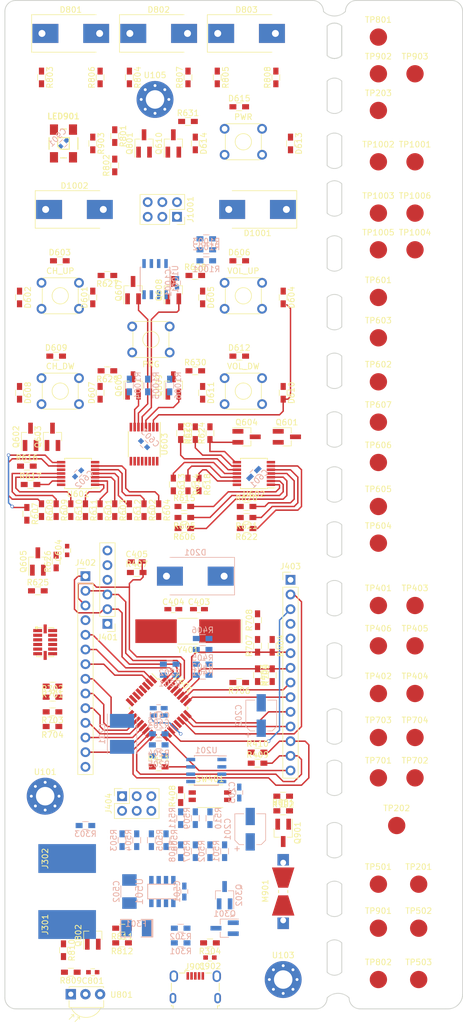
<source format=kicad_pcb>
(kicad_pcb (version 4) (host pcbnew 4.0.7)
  (layers (0 F.Cu signal) (31 B.Cu signal) (34 B.Paste user) (35 F.Paste user) (36 B.SilkS user) (37 F.SilkS user) (38 B.Mask user) (39 F.Mask user) (44 Edge.Cuts user))
  (net 0 "")
  (net 1 +BATT)
  (net 2 -BATT)
  (net 3 +5V)
  (net 4 "Net-(C203-Pad1)")
  (net 5 "Net-(C402-Pad1)")
  (net 6 IR_RECEIVE)
  (net 7 PB7)
  (net 8 DTR)
  (net 9 RESET)
  (net 10 "Net-(C501-Pad1)")
  (net 11 "Net-(C604-Pad1)")
  (net 12 "Net-(C902-Pad1)")
  (net 13 "Net-(D201-Pad2)")
  (net 14 "Net-(D601-Pad1)")
  (net 15 "Net-(D601-Pad2)")
  (net 16 "Net-(D602-Pad2)")
  (net 17 "Net-(D603-Pad2)")
  (net 18 "Net-(D604-Pad1)")
  (net 19 "Net-(D607-Pad1)")
  (net 20 "Net-(D610-Pad1)")
  (net 21 "Net-(D613-Pad1)")
  (net 22 "Net-(D801-Pad1)")
  (net 23 "Net-(D801-Pad2)")
  (net 24 "Net-(D802-Pad1)")
  (net 25 "Net-(D802-Pad2)")
  (net 26 "Net-(D803-Pad1)")
  (net 27 "Net-(D803-Pad2)")
  (net 28 USB_D+)
  (net 29 USB_D-)
  (net 30 "Net-(F301-Pad2)")
  (net 31 "Net-(IC701-Pad1)")
  (net 32 "Net-(IC701-Pad3)")
  (net 33 "Net-(IC701-Pad8)")
  (net 34 "Net-(IC701-Pad9)")
  (net 35 "Net-(IC701-Pad10)")
  (net 36 "Net-(IC701-Pad11)")
  (net 37 "Net-(IC701-Pad13)")
  (net 38 "Net-(IC701-Pad14)")
  (net 39 TXD)
  (net 40 RXI)
  (net 41 D2)
  (net 42 D3)
  (net 43 D4)
  (net 44 D5)
  (net 45 D6)
  (net 46 D7)
  (net 47 D8)
  (net 48 D9)
  (net 49 D10)
  (net 50 A7)
  (net 51 A6)
  (net 52 A5)
  (net 53 A4)
  (net 54 A3)
  (net 55 A2)
  (net 56 A1)
  (net 57 A0)
  (net 58 MOSI)
  (net 59 MISO)
  (net 60 SCK)
  (net 61 "Net-(J404-Pad5)")
  (net 62 +5VD)
  (net 63 "Net-(J901-Pad4)")
  (net 64 tiny_MISO)
  (net 65 tiny_SCK)
  (net 66 tiny_MOSI)
  (net 67 tiny_RESET)
  (net 68 "Net-(L201-Pad2)")
  (net 69 "Net-(LED901-Pad2)")
  (net 70 "Net-(M901-Pad1)")
  (net 71 "Net-(M901-Pad2)")
  (net 72 "Net-(Q301-Pad2)")
  (net 73 "Net-(Q301-Pad3)")
  (net 74 "Net-(Q601-Pad1)")
  (net 75 "Net-(Q601-Pad2)")
  (net 76 "Net-(Q602-Pad1)")
  (net 77 "Net-(Q602-Pad2)")
  (net 78 "Net-(Q603-Pad1)")
  (net 79 "Net-(Q603-Pad2)")
  (net 80 "Net-(Q604-Pad1)")
  (net 81 "Net-(Q604-Pad2)")
  (net 82 "Net-(Q605-Pad1)")
  (net 83 "Net-(Q606-Pad2)")
  (net 84 "Net-(Q606-Pad3)")
  (net 85 "Net-(Q607-Pad2)")
  (net 86 "Net-(Q607-Pad3)")
  (net 87 "Net-(Q608-Pad2)")
  (net 88 "Net-(Q608-Pad3)")
  (net 89 "Net-(Q609-Pad2)")
  (net 90 "Net-(Q609-Pad3)")
  (net 91 "Net-(Q610-Pad2)")
  (net 92 "Net-(Q610-Pad3)")
  (net 93 "Net-(Q801-Pad2)")
  (net 94 "Net-(Q801-Pad3)")
  (net 95 "Net-(Q802-Pad2)")
  (net 96 "Net-(Q802-Pad3)")
  (net 97 "Net-(Q901-Pad2)")
  (net 98 "Net-(R203-Pad1)")
  (net 99 "Net-(R204-Pad2)")
  (net 100 CH_UP)
  (net 101 CH_DW)
  (net 102 PRG)
  (net 103 "Net-(R503-Pad2)")
  (net 104 "Net-(R506-Pad1)")
  (net 105 "Net-(R507-Pad2)")
  (net 106 "Net-(R509-Pad2)")
  (net 107 "Net-(R511-Pad2)")
  (net 108 "Net-(R601-Pad1)")
  (net 109 "Net-(R602-Pad1)")
  (net 110 "Net-(R603-Pad1)")
  (net 111 "Net-(R604-Pad1)")
  (net 112 "Net-(R611-Pad1)")
  (net 113 "Net-(R612-Pad1)")
  (net 114 "Net-(R613-Pad1)")
  (net 115 "Net-(R614-Pad1)")
  (net 116 "Net-(R615-Pad2)")
  (net 117 "Net-(R616-Pad2)")
  (net 118 "Net-(R617-Pad2)")
  (net 119 "Net-(R618-Pad1)")
  (net 120 "Net-(R619-Pad2)")
  (net 121 "Net-(R620-Pad2)")
  (net 122 "Net-(R809-Pad2)")
  (net 123 "Net-(R1002-Pad1)")
  (net 124 "Net-(R1003-Pad1)")
  (net 125 "Net-(U603-Pad9)")
  (net 126 GND)
  (net 127 GNDD)
  (module Capacitors_SMD:C_0603 (layer F.Cu) (at 51.435 111.125 90)
    (fp_text reference C604 (at 0 -1.5 90) (layer F.SilkS))
    (fp_text value 1nF)
    (pad 2 smd rect (at 0.75 0 90) (size 0.8 0.75) (layers F.Cu F.Paste F.Mask) (net 126 GND))
    (pad 1 smd rect (at -0.75 0 90) (size 0.8 0.75) (layers F.Cu F.Paste F.Mask) (net 11 "Net-(C604-Pad1)"))
  )
  (module Capacitors_SMD:C_0603_HandSoldering (layer B.Cu) (at 81.28 153.035 270)
    (fp_text reference C203 (at 0 1.25 270) (layer B.SilkS) (effects (justify mirror)))
    (fp_text value 1n)
    (pad 1 smd rect (at -0.95 0 270) (size 1.2 0.75) (layers B.Cu B.Paste B.Mask) (net 4 "Net-(C203-Pad1)"))
    (pad 2 smd rect (at 0.95 0 270) (size 1.2 0.75) (layers B.Cu B.Paste B.Mask) (net 126 GND))
  )
  (module Capacitors_SMD:C_0603_HandSoldering (layer B.Cu) (at 67.31 138.43)
    (fp_text reference C401 (at 0 1.25) (layer B.SilkS) (effects (justify mirror)))
    (fp_text value 100n hide)
    (pad 1 smd rect (at -0.95 0) (size 1.2 0.75) (layers B.Cu B.Paste B.Mask) (net 3 +5V))
    (pad 2 smd rect (at 0.95 0) (size 1.2 0.75) (layers B.Cu B.Paste B.Mask) (net 126 GND))
  )
  (module Capacitors_SMD:C_0603_HandSoldering (layer B.Cu) (at 67.31 139.7)
    (fp_text reference C402 (at 0 1.25) (layer B.SilkS) (effects (justify mirror)))
    (fp_text value 100n)
    (pad 1 smd rect (at -0.95 0) (size 1.2 0.75) (layers B.Cu B.Paste B.Mask) (net 5 "Net-(C402-Pad1)"))
    (pad 2 smd rect (at 0.95 0) (size 1.2 0.75) (layers B.Cu B.Paste B.Mask) (net 126 GND))
  )
  (module Capacitors_SMD:C_0603_HandSoldering (layer F.Cu) (at 74.295 121.285)
    (fp_text reference C403 (at 0 -1.25) (layer F.SilkS))
    (fp_text value 10p)
    (pad 1 smd rect (at -0.95 0) (size 1.2 0.75) (layers F.Cu F.Paste F.Mask) (net 126 GND))
    (pad 2 smd rect (at 0.95 0) (size 1.2 0.75) (layers F.Cu F.Paste F.Mask) (net 6 IR_RECEIVE))
  )
  (module Capacitors_SMD:C_0603_HandSoldering (layer F.Cu) (at 69.85 121.285)
    (fp_text reference C404 (at 0 -1.25) (layer F.SilkS))
    (fp_text value 10p)
    (pad 1 smd rect (at -0.95 0) (size 1.2 0.75) (layers F.Cu F.Paste F.Mask) (net 126 GND))
    (pad 2 smd rect (at 0.95 0) (size 1.2 0.75) (layers F.Cu F.Paste F.Mask) (net 7 PB7))
  )
  (module Capacitors_SMD:C_0603_HandSoldering (layer F.Cu) (at 63.5 113.03)
    (fp_text reference C405 (at 0 -1.25) (layer F.SilkS))
    (fp_text value 0,1µF)
    (pad 1 smd rect (at -0.95 0) (size 1.2 0.75) (layers F.Cu F.Paste F.Mask) (net 8 DTR))
    (pad 2 smd rect (at 0.95 0) (size 1.2 0.75) (layers F.Cu F.Paste F.Mask) (net 9 RESET))
  )
  (module Capacitors_SMD:C_0603_HandSoldering (layer B.Cu) (at 71.755 170.18 270)
    (fp_text reference C501 (at 0 1.25 270) (layer B.SilkS) (effects (justify mirror)))
    (fp_text value 100n)
    (pad 1 smd rect (at -0.95 0 270) (size 1.2 0.75) (layers B.Cu B.Paste B.Mask) (net 10 "Net-(C501-Pad1)"))
    (pad 2 smd rect (at 0.95 0 270) (size 1.2 0.75) (layers B.Cu B.Paste B.Mask) (net 126 GND))
  )
  (module Capacitors_SMD:C_1210_HandSoldering (layer B.Cu) (at 62.23 170.18 270)
    (fp_text reference C502 (at 0 2.25 270) (layer B.SilkS) (effects (justify mirror)))
    (fp_text value 10µ)
    (pad 1 smd rect (at -2 0 270) (size 2 2.5) (layers B.Cu B.Paste B.Mask) (net 2 -BATT))
    (pad 2 smd rect (at 2 0 270) (size 2 2.5) (layers B.Cu B.Paste B.Mask) (net 1 +BATT))
  )
  (module Capacitors_SMD:C_0603_HandSoldering (layer B.Cu) (at 83.82 97.79 45)
    (fp_text reference C601 (at 0 1.25 45) (layer B.SilkS) (effects (justify mirror)))
    (fp_text value 100n)
    (pad 1 smd rect (at -0.95 0 45) (size 1.2 0.75) (layers B.Cu B.Paste B.Mask) (net 3 +5V))
    (pad 2 smd rect (at 0.95 0 45) (size 1.2 0.75) (layers B.Cu B.Paste B.Mask) (net 126 GND))
  )
  (module Capacitors_SMD:C_0603 (layer B.Cu) (at 53.34 97.79 45)
    (fp_text reference C602 (at 0 1.5 45) (layer B.SilkS) (effects (justify mirror)))
    (fp_text value 100n)
    (pad 2 smd rect (at 0.75 0 45) (size 0.8 0.75) (layers B.Cu B.Paste B.Mask) (net 126 GND))
    (pad 1 smd rect (at -0.75 0 45) (size 0.8 0.75) (layers B.Cu B.Paste B.Mask) (net 3 +5V))
  )
  (module Capacitors_SMD:C_0603 (layer B.Cu) (at 64.77 92.71 135)
    (fp_text reference C603 (at 0 1.5 135) (layer B.SilkS) (effects (justify mirror)))
    (fp_text value 100n)
    (pad 2 smd rect (at 0.75 0 135) (size 0.8 0.75) (layers B.Cu B.Paste B.Mask) (net 126 GND))
    (pad 1 smd rect (at -0.75 0 135) (size 0.8 0.75) (layers B.Cu B.Paste B.Mask) (net 3 +5V))
  )
  (module Capacitors_SMD:C_0603 (layer F.Cu) (at 55.88 184.15 180)
    (fp_text reference C801 (at 0 -1.5 180) (layer F.SilkS))
    (fp_text value 100n)
    (pad 2 smd rect (at 0.75 0 180) (size 0.8 0.75) (layers F.Cu F.Paste F.Mask) (net 126 GND))
    (pad 1 smd rect (at -0.75 0 180) (size 0.8 0.75) (layers F.Cu F.Paste F.Mask) (net 3 +5V))
  )
  (module Capacitors_SMD:C_0603 (layer B.Cu) (at 50.8 40.64 225)
    (fp_text reference C901 (at 0 1.5 225) (layer B.SilkS) (effects (justify mirror)))
    (fp_text value 100n)
    (pad 2 smd rect (at 0.75 0 225) (size 0.8 0.75) (layers B.Cu B.Paste B.Mask) (net 126 GND))
    (pad 1 smd rect (at -0.75 0 225) (size 0.8 0.75) (layers B.Cu B.Paste B.Mask) (net 3 +5V))
  )
  (module Capacitors_SMD:C_0603 (layer F.Cu) (at 76.2 181.61 180)
    (fp_text reference C902 (at 0 -1.5 180) (layer F.SilkS))
    (fp_text value 1µ)
    (pad 2 smd rect (at 0.75 0 180) (size 0.8 0.75) (layers F.Cu F.Paste F.Mask) (net 127 GNDD))
    (pad 1 smd rect (at -0.75 0 180) (size 0.8 0.75) (layers F.Cu F.Paste F.Mask) (net 12 "Net-(C902-Pad1)"))
  )
  (module Capacitors_SMD:C_0603 (layer B.Cu) (at 70.485 64.77 270)
    (fp_text reference C1001 (at 0 1.5 270) (layer B.SilkS) (effects (justify mirror)))
    (fp_text value 100n)
    (pad 2 smd rect (at 0.75 0 270) (size 0.8 0.75) (layers B.Cu B.Paste B.Mask) (net 127 GNDD))
    (pad 1 smd rect (at -0.75 0 270) (size 0.8 0.75) (layers B.Cu B.Paste B.Mask) (net 3 +5V))
  )
  (module Diodes_SMD:D_SMC-RM10_Universal_Handsoldering (layer B.Cu) (at 73.66 115.57 180)
    (fp_text reference D201 (at 0 4.1 180) (layer B.SilkS) (effects (justify mirror)))
    (fp_text value 1N5819)
    (pad 1 thru_hole rect (at -5 0 180) (size 4.5 3.3) (drill 1.2 (offset 0.6 0)) (layers *.Cu *.Mask) (net 3 +5V))
    (pad 2 thru_hole rect (at 5 0) (size 4.5 3.3) (drill 1.2 (offset 0.6 0)) (layers *.Cu *.Mask) (net 13 "Net-(D201-Pad2)"))
  )
  (module Resistors_SMD:R_0603_HandSoldering (layer F.Cu) (at 55.88 67.31 90)
    (fp_text reference D601 (at 0 -1.45 90) (layer F.SilkS))
    (fp_text value LED)
    (pad 1 smd rect (at -1.1 0 90) (size 1.2 0.9) (layers F.Cu F.Paste F.Mask) (net 14 "Net-(D601-Pad1)"))
    (pad 2 smd rect (at 1.1 0 90) (size 1.2 0.9) (layers F.Cu F.Paste F.Mask) (net 15 "Net-(D601-Pad2)"))
  )
  (module Resistors_SMD:R_0603_HandSoldering (layer F.Cu) (at 43.18 67.31 270)
    (fp_text reference D602 (at 0 -1.45 270) (layer F.SilkS))
    (fp_text value LED)
    (pad 1 smd rect (at -1.1 0 270) (size 1.2 0.9) (layers F.Cu F.Paste F.Mask) (net 14 "Net-(D601-Pad1)"))
    (pad 2 smd rect (at 1.1 0 270) (size 1.2 0.9) (layers F.Cu F.Paste F.Mask) (net 16 "Net-(D602-Pad2)"))
  )
  (module Resistors_SMD:R_0603_HandSoldering (layer F.Cu) (at 50.165 60.96)
    (fp_text reference D603 (at 0 -1.45) (layer F.SilkS))
    (fp_text value LED)
    (pad 1 smd rect (at -1.1 0) (size 1.2 0.9) (layers F.Cu F.Paste F.Mask) (net 14 "Net-(D601-Pad1)"))
    (pad 2 smd rect (at 1.1 0) (size 1.2 0.9) (layers F.Cu F.Paste F.Mask) (net 17 "Net-(D603-Pad2)"))
  )
  (module Resistors_SMD:R_0603_HandSoldering (layer F.Cu) (at 88.9 67.31 270)
    (fp_text reference D604 (at 0 -1.45 270) (layer F.SilkS))
    (fp_text value LED)
    (pad 1 smd rect (at -1.1 0 270) (size 1.2 0.9) (layers F.Cu F.Paste F.Mask) (net 18 "Net-(D604-Pad1)"))
    (pad 2 smd rect (at 1.1 0 270) (size 1.2 0.9) (layers F.Cu F.Paste F.Mask) (net 15 "Net-(D601-Pad2)"))
  )
  (module Resistors_SMD:R_0603_HandSoldering (layer F.Cu) (at 74.93 67.31 270)
    (fp_text reference D605 (at 0 -1.45 270) (layer F.SilkS))
    (fp_text value LED)
    (pad 1 smd rect (at -1.1 0 270) (size 1.2 0.9) (layers F.Cu F.Paste F.Mask) (net 18 "Net-(D604-Pad1)"))
    (pad 2 smd rect (at 1.1 0 270) (size 1.2 0.9) (layers F.Cu F.Paste F.Mask) (net 16 "Net-(D602-Pad2)"))
  )
  (module Resistors_SMD:R_0603_HandSoldering (layer F.Cu) (at 81.28 60.96)
    (fp_text reference D606 (at 0 -1.45) (layer F.SilkS))
    (fp_text value LED)
    (pad 1 smd rect (at -1.1 0) (size 1.2 0.9) (layers F.Cu F.Paste F.Mask) (net 18 "Net-(D604-Pad1)"))
    (pad 2 smd rect (at 1.1 0) (size 1.2 0.9) (layers F.Cu F.Paste F.Mask) (net 17 "Net-(D603-Pad2)"))
  )
  (module Resistors_SMD:R_0603_HandSoldering (layer F.Cu) (at 57.15 83.82 90)
    (fp_text reference D607 (at 0 -1.45 90) (layer F.SilkS))
    (fp_text value LED)
    (pad 1 smd rect (at -1.1 0 90) (size 1.2 0.9) (layers F.Cu F.Paste F.Mask) (net 19 "Net-(D607-Pad1)"))
    (pad 2 smd rect (at 1.1 0 90) (size 1.2 0.9) (layers F.Cu F.Paste F.Mask) (net 15 "Net-(D601-Pad2)"))
  )
  (module Resistors_SMD:R_0603_HandSoldering (layer F.Cu) (at 43.18 83.82 270)
    (fp_text reference D608 (at 0 -1.45 270) (layer F.SilkS))
    (fp_text value LED)
    (pad 1 smd rect (at -1.1 0 270) (size 1.2 0.9) (layers F.Cu F.Paste F.Mask) (net 19 "Net-(D607-Pad1)"))
    (pad 2 smd rect (at 1.1 0 270) (size 1.2 0.9) (layers F.Cu F.Paste F.Mask) (net 16 "Net-(D602-Pad2)"))
  )
  (module Resistors_SMD:R_0603_HandSoldering (layer F.Cu) (at 49.53 77.47)
    (fp_text reference D609 (at 0 -1.45) (layer F.SilkS))
    (fp_text value LED)
    (pad 1 smd rect (at -1.1 0) (size 1.2 0.9) (layers F.Cu F.Paste F.Mask) (net 19 "Net-(D607-Pad1)"))
    (pad 2 smd rect (at 1.1 0) (size 1.2 0.9) (layers F.Cu F.Paste F.Mask) (net 17 "Net-(D603-Pad2)"))
  )
  (module Resistors_SMD:R_0603_HandSoldering (layer F.Cu) (at 88.9 83.82 270)
    (fp_text reference D610 (at 0 -1.45 270) (layer F.SilkS))
    (fp_text value LED)
    (pad 1 smd rect (at -1.1 0 270) (size 1.2 0.9) (layers F.Cu F.Paste F.Mask) (net 20 "Net-(D610-Pad1)"))
    (pad 2 smd rect (at 1.1 0 270) (size 1.2 0.9) (layers F.Cu F.Paste F.Mask) (net 15 "Net-(D601-Pad2)"))
  )
  (module Resistors_SMD:R_0603_HandSoldering (layer F.Cu) (at 74.93 83.82 270)
    (fp_text reference D611 (at 0 -1.45 270) (layer F.SilkS))
    (fp_text value LED)
    (pad 1 smd rect (at -1.1 0 270) (size 1.2 0.9) (layers F.Cu F.Paste F.Mask) (net 20 "Net-(D610-Pad1)"))
    (pad 2 smd rect (at 1.1 0 270) (size 1.2 0.9) (layers F.Cu F.Paste F.Mask) (net 16 "Net-(D602-Pad2)"))
  )
  (module Resistors_SMD:R_0603_HandSoldering (layer F.Cu) (at 81.28 77.47)
    (fp_text reference D612 (at 0 -1.45) (layer F.SilkS))
    (fp_text value LED)
    (pad 1 smd rect (at -1.1 0) (size 1.2 0.9) (layers F.Cu F.Paste F.Mask) (net 20 "Net-(D610-Pad1)"))
    (pad 2 smd rect (at 1.1 0) (size 1.2 0.9) (layers F.Cu F.Paste F.Mask) (net 17 "Net-(D603-Pad2)"))
  )
  (module Resistors_SMD:R_0603_HandSoldering (layer F.Cu) (at 90.17 40.64 270)
    (fp_text reference D613 (at 0 -1.45 270) (layer F.SilkS))
    (fp_text value LED)
    (pad 1 smd rect (at -1.1 0 270) (size 1.2 0.9) (layers F.Cu F.Paste F.Mask) (net 21 "Net-(D613-Pad1)"))
    (pad 2 smd rect (at 1.1 0 270) (size 1.2 0.9) (layers F.Cu F.Paste F.Mask) (net 15 "Net-(D601-Pad2)"))
  )
  (module Resistors_SMD:R_0603_HandSoldering (layer F.Cu) (at 73.66 40.64 270)
    (fp_text reference D614 (at 0 -1.45 270) (layer F.SilkS))
    (fp_text value LED)
    (pad 1 smd rect (at -1.1 0 270) (size 1.2 0.9) (layers F.Cu F.Paste F.Mask) (net 21 "Net-(D613-Pad1)"))
    (pad 2 smd rect (at 1.1 0 270) (size 1.2 0.9) (layers F.Cu F.Paste F.Mask) (net 16 "Net-(D602-Pad2)"))
  )
  (module Resistors_SMD:R_0603_HandSoldering (layer F.Cu) (at 81.28 34.29)
    (fp_text reference D615 (at 0 -1.45) (layer F.SilkS))
    (fp_text value LED)
    (pad 1 smd rect (at -1.1 0) (size 1.2 0.9) (layers F.Cu F.Paste F.Mask) (net 21 "Net-(D613-Pad1)"))
    (pad 2 smd rect (at 1.1 0) (size 1.2 0.9) (layers F.Cu F.Paste F.Mask) (net 17 "Net-(D603-Pad2)"))
  )
  (module Diodes_SMD:D_SMC-RM10_Universal_Handsoldering (layer F.Cu) (at 52.07 21.59)
    (fp_text reference D801 (at 0 -4.1) (layer F.SilkS))
    (fp_text value IR204A)
    (pad 1 thru_hole rect (at -5 0) (size 4.5 3.3) (drill 1.2 (offset 0.6 0)) (layers *.Cu *.Mask) (net 22 "Net-(D801-Pad1)"))
    (pad 2 thru_hole rect (at 5 0 180) (size 4.5 3.3) (drill 1.2 (offset 0.6 0)) (layers *.Cu *.Mask) (net 23 "Net-(D801-Pad2)"))
  )
  (module Diodes_SMD:D_SMC-RM10_Universal_Handsoldering (layer F.Cu) (at 67.31 21.59)
    (fp_text reference D802 (at 0 -4.1) (layer F.SilkS))
    (fp_text value IR204A)
    (pad 1 thru_hole rect (at -5 0) (size 4.5 3.3) (drill 1.2 (offset 0.6 0)) (layers *.Cu *.Mask) (net 24 "Net-(D802-Pad1)"))
    (pad 2 thru_hole rect (at 5 0 180) (size 4.5 3.3) (drill 1.2 (offset 0.6 0)) (layers *.Cu *.Mask) (net 25 "Net-(D802-Pad2)"))
  )
  (module Diodes_SMD:D_SMC-RM10_Universal_Handsoldering (layer F.Cu) (at 82.55 21.59)
    (fp_text reference D803 (at 0 -4.1) (layer F.SilkS))
    (fp_text value IR204A)
    (pad 1 thru_hole rect (at -5 0) (size 4.5 3.3) (drill 1.2 (offset 0.6 0)) (layers *.Cu *.Mask) (net 26 "Net-(D803-Pad1)"))
    (pad 2 thru_hole rect (at 5 0 180) (size 4.5 3.3) (drill 1.2 (offset 0.6 0)) (layers *.Cu *.Mask) (net 27 "Net-(D803-Pad2)"))
  )
  (module Diodes_SMD:D_SMC-RM10_Universal_Handsoldering (layer F.Cu) (at 84.455 52.07 180)
    (fp_text reference D1001 (at 0 -4.1 180) (layer F.SilkS))
    (fp_text value 3V6)
    (pad 1 thru_hole rect (at -5 0 180) (size 4.5 3.3) (drill 1.2 (offset 0.6 0)) (layers *.Cu *.Mask) (net 28 USB_D+))
    (pad 2 thru_hole rect (at 5 0) (size 4.5 3.3) (drill 1.2 (offset 0.6 0)) (layers *.Cu *.Mask) (net 127 GNDD))
  )
  (module Diodes_SMD:D_SMC-RM10_Universal_Handsoldering (layer F.Cu) (at 52.705 52.07)
    (fp_text reference D1002 (at 0 -4.1) (layer F.SilkS))
    (fp_text value 3V6)
    (pad 1 thru_hole rect (at -5 0) (size 4.5 3.3) (drill 1.2 (offset 0.6 0)) (layers *.Cu *.Mask) (net 29 USB_D-))
    (pad 2 thru_hole rect (at 5 0 180) (size 4.5 3.3) (drill 1.2 (offset 0.6 0)) (layers *.Cu *.Mask) (net 127 GNDD))
  )
  (module SMD_Packages:SMD-1210_Pol (layer B.Cu) (at 63.5 176.53 180)
    (fp_text reference F301 (at 0.127 0.762 180) (layer B.SilkS) (effects (justify mirror)))
    (fp_text value Fuse)
    (pad 1 smd rect (at -1.778 0 180) (size 1.778 2.794) (layers B.Cu B.Paste B.Mask) (net 1 +BATT))
    (pad 2 smd rect (at 1.778 0 180) (size 1.778 2.794) (layers B.Cu B.Paste B.Mask) (net 30 "Net-(F301-Pad2)"))
  )
  (module footprints:ADXL3x5 (layer F.Cu) (at 47.625 127)
    (fp_text reference IC701)
    (fp_text value ADXL345)
    (pad 1 smd rect (at -1.1 -2) (size 1.545 0.55) (drill (offset -0.2 0)) (layers F.Cu F.Paste F.Mask) (net 31 "Net-(IC701-Pad1)"))
    (pad 2 smd rect (at -1.1 -1.2) (size 1.545 0.55) (drill (offset -0.2 0)) (layers F.Cu F.Paste F.Mask) (net 126 GND))
    (pad 3 smd rect (at -1.1 -0.4) (size 1.545 0.55) (drill (offset -0.2 0)) (layers F.Cu F.Paste F.Mask) (net 32 "Net-(IC701-Pad3)"))
    (pad 4 smd rect (at -1.1 0.4) (size 1.545 0.55) (drill (offset -0.2 0)) (layers F.Cu F.Paste F.Mask) (net 126 GND))
    (pad 5 smd rect (at -1.1 1.2) (size 1.545 0.55) (drill (offset -0.2 0)) (layers F.Cu F.Paste F.Mask) (net 126 GND))
    (pad 6 smd rect (at -1.1 2) (size 1.545 0.55) (drill (offset -0.2 0)) (layers F.Cu F.Paste F.Mask) (net 31 "Net-(IC701-Pad1)"))
    (pad 8 smd rect (at 1.095 2) (size 1.545 0.55) (drill (offset 0.2 0)) (layers F.Cu F.Paste F.Mask) (net 33 "Net-(IC701-Pad8)"))
    (pad 9 smd rect (at 1.095 1.2) (size 1.545 0.55) (drill (offset 0.2 0)) (layers F.Cu F.Paste F.Mask) (net 34 "Net-(IC701-Pad9)"))
    (pad 10 smd rect (at 1.095 0.4) (size 1.545 0.55) (drill (offset 0.2 0)) (layers F.Cu F.Paste F.Mask) (net 35 "Net-(IC701-Pad10)"))
    (pad 11 smd rect (at 1.095 -0.4) (size 1.545 0.55) (drill (offset 0.2 0)) (layers F.Cu F.Paste F.Mask) (net 36 "Net-(IC701-Pad11)"))
    (pad 12 smd rect (at 1.095 -1.2) (size 1.545 0.55) (drill (offset 0.2 0)) (layers F.Cu F.Paste F.Mask) (net 126 GND))
    (pad 13 smd rect (at 1.095 -2) (size 1.545 0.55) (drill (offset 0.2 0)) (layers F.Cu F.Paste F.Mask) (net 37 "Net-(IC701-Pad13)"))
    (pad 14 smd rect (at 0 -2.0975) (size 0.55 1.545) (drill (offset 0 -0.2)) (layers F.Cu F.Paste F.Mask) (net 38 "Net-(IC701-Pad14)"))
    (pad 7 smd rect (at 0 2.0975) (size 0.55 1.545) (drill (offset 0 0.2)) (layers F.Cu F.Paste F.Mask) (net 31 "Net-(IC701-Pad1)"))
  )
  (module Wire_Pads:SolderWirePad_single_SMD_5x10mm (layer F.Cu) (at 51.435 175.895 90)
    (fp_text reference J301 (at 0 -3.81 90) (layer F.SilkS))
    (fp_text value BAT+)
    (pad 1 smd rect (at 0 0 90) (size 5 10) (layers B.Cu B.Paste B.Mask) (net 30 "Net-(F301-Pad2)"))
  )
  (module Wire_Pads:SolderWirePad_single_SMD_5x10mm (layer F.Cu) (at 51.435 164.465 90)
    (fp_text reference J302 (at 0 -3.81 90) (layer F.SilkS))
    (fp_text value BAT-)
    (pad 1 smd rect (at 0 0 90) (size 5 10) (layers B.Cu B.Paste B.Mask) (net 2 -BATT))
  )
  (module Socket_Strips:Socket_Strip_Straight_1x06_Pitch2.54mm (layer F.Cu) (at 58.42 123.825 180)
    (fp_text reference J401 (at 0 -2.33 180) (layer F.SilkS))
    (fp_text value FTDI)
    (pad 1 thru_hole rect (at 0 0 180) (size 1.7 1.7) (drill 1) (layers *.Cu *.Mask) (net 8 DTR))
    (pad 2 thru_hole oval (at 0 2.54 180) (size 1.7 1.7) (drill 1) (layers *.Cu *.Mask) (net 39 TXD))
    (pad 3 thru_hole oval (at 0 5.08 180) (size 1.7 1.7) (drill 1) (layers *.Cu *.Mask) (net 40 RXI))
    (pad 4 thru_hole oval (at 0 7.62 180) (size 1.7 1.7) (drill 1) (layers *.Cu *.Mask) (net 3 +5V))
    (pad 5 thru_hole oval (at 0 10.16 180) (size 1.7 1.7) (drill 1) (layers *.Cu *.Mask) (net 126 GND))
    (pad 6 thru_hole oval (at 0 12.7 180) (size 1.7 1.7) (drill 1) (layers *.Cu *.Mask) (net 126 GND))
  )
  (module Socket_Strips:Socket_Strip_Straight_1x14_Pitch2.54mm (layer F.Cu) (at 54.61 115.57)
    (fp_text reference J402 (at 0 -2.33) (layer F.SilkS))
    (fp_text value DIGITAL_DEBUG)
    (pad 1 thru_hole rect (at 0 0) (size 1.7 1.7) (drill 1) (layers *.Cu *.Mask) (net 39 TXD))
    (pad 2 thru_hole oval (at 0 2.54) (size 1.7 1.7) (drill 1) (layers *.Cu *.Mask) (net 40 RXI))
    (pad 3 thru_hole oval (at 0 5.08) (size 1.7 1.7) (drill 1) (layers *.Cu *.Mask) (net 9 RESET))
    (pad 4 thru_hole oval (at 0 7.62) (size 1.7 1.7) (drill 1) (layers *.Cu *.Mask) (net 126 GND))
    (pad 5 thru_hole oval (at 0 10.16) (size 1.7 1.7) (drill 1) (layers *.Cu *.Mask) (net 41 D2))
    (pad 6 thru_hole oval (at 0 12.7) (size 1.7 1.7) (drill 1) (layers *.Cu *.Mask) (net 42 D3))
    (pad 7 thru_hole oval (at 0 15.24) (size 1.7 1.7) (drill 1) (layers *.Cu *.Mask) (net 43 D4))
    (pad 8 thru_hole oval (at 0 17.78) (size 1.7 1.7) (drill 1) (layers *.Cu *.Mask) (net 44 D5))
    (pad 9 thru_hole oval (at 0 20.32) (size 1.7 1.7) (drill 1) (layers *.Cu *.Mask) (net 45 D6))
    (pad 10 thru_hole oval (at 0 22.86) (size 1.7 1.7) (drill 1) (layers *.Cu *.Mask) (net 46 D7))
    (pad 11 thru_hole oval (at 0 25.4) (size 1.7 1.7) (drill 1) (layers *.Cu *.Mask) (net 47 D8))
    (pad 12 thru_hole oval (at 0 27.94) (size 1.7 1.7) (drill 1) (layers *.Cu *.Mask) (net 48 D9))
    (pad 13 thru_hole oval (at 0 30.48) (size 1.7 1.7) (drill 1) (layers *.Cu *.Mask) (net 49 D10))
    (pad 14 thru_hole oval (at 0 33.02) (size 1.7 1.7) (drill 1) (layers *.Cu *.Mask) (net 3 +5V))
  )
  (module Socket_Strips:Socket_Strip_Straight_1x14_Pitch2.54mm (layer F.Cu) (at 90.17 116.205)
    (fp_text reference J403 (at 0 -2.33) (layer F.SilkS))
    (fp_text value ANALOG_DEBUG)
    (pad 1 thru_hole rect (at 0 0) (size 1.7 1.7) (drill 1) (layers *.Cu *.Mask) (net 3 +5V))
    (pad 2 thru_hole oval (at 0 2.54) (size 1.7 1.7) (drill 1) (layers *.Cu *.Mask) (net 50 A7))
    (pad 3 thru_hole oval (at 0 5.08) (size 1.7 1.7) (drill 1) (layers *.Cu *.Mask) (net 51 A6))
    (pad 4 thru_hole oval (at 0 7.62) (size 1.7 1.7) (drill 1) (layers *.Cu *.Mask) (net 126 GND))
    (pad 5 thru_hole oval (at 0 10.16) (size 1.7 1.7) (drill 1) (layers *.Cu *.Mask) (net 126 GND))
    (pad 6 thru_hole oval (at 0 12.7) (size 1.7 1.7) (drill 1) (layers *.Cu *.Mask) (net 52 A5))
    (pad 7 thru_hole oval (at 0 15.24) (size 1.7 1.7) (drill 1) (layers *.Cu *.Mask) (net 53 A4))
    (pad 8 thru_hole oval (at 0 17.78) (size 1.7 1.7) (drill 1) (layers *.Cu *.Mask) (net 54 A3))
    (pad 9 thru_hole oval (at 0 20.32) (size 1.7 1.7) (drill 1) (layers *.Cu *.Mask) (net 55 A2))
    (pad 10 thru_hole oval (at 0 22.86) (size 1.7 1.7) (drill 1) (layers *.Cu *.Mask) (net 56 A1))
    (pad 11 thru_hole oval (at 0 25.4) (size 1.7 1.7) (drill 1) (layers *.Cu *.Mask) (net 57 A0))
    (pad 12 thru_hole oval (at 0 27.94) (size 1.7 1.7) (drill 1) (layers *.Cu *.Mask) (net 58 MOSI))
    (pad 13 thru_hole oval (at 0 30.48) (size 1.7 1.7) (drill 1) (layers *.Cu *.Mask) (net 59 MISO))
    (pad 14 thru_hole oval (at 0 33.02) (size 1.7 1.7) (drill 1) (layers *.Cu *.Mask) (net 60 SCK))
  )
  (module Socket_Strips:Socket_Strip_Straight_2x03_Pitch2.54mm (layer F.Cu) (at 60.96 153.67 90)
    (fp_text reference J404 (at -1.27 -2.33 90) (layer F.SilkS))
    (fp_text value ISP_atmega)
    (pad 1 thru_hole rect (at 0 0 90) (size 1.7 1.7) (drill 1) (layers *.Cu *.Mask) (net 59 MISO))
    (pad 2 thru_hole oval (at -2.54 0 90) (size 1.7 1.7) (drill 1) (layers *.Cu *.Mask) (net 3 +5V))
    (pad 3 thru_hole oval (at 0 2.54 90) (size 1.7 1.7) (drill 1) (layers *.Cu *.Mask) (net 60 SCK))
    (pad 4 thru_hole oval (at -2.54 2.54 90) (size 1.7 1.7) (drill 1) (layers *.Cu *.Mask) (net 58 MOSI))
    (pad 5 thru_hole oval (at 0 5.08 90) (size 1.7 1.7) (drill 1) (layers *.Cu *.Mask) (net 61 "Net-(J404-Pad5)"))
    (pad 6 thru_hole oval (at -2.54 5.08 90) (size 1.7 1.7) (drill 1) (layers *.Cu *.Mask) (net 126 GND))
  )
  (module Connectors_USB:USB_Micro-B_Wuerth-629105150521 (layer F.Cu) (at 73.66 186.69)
    (fp_text reference J901 (at 0 -3.5) (layer F.SilkS))
    (fp_text value USB_OTG)
    (pad 1 smd rect (at -1.3 -1.9) (size 0.45 1.3) (layers F.Cu F.Paste F.Mask) (net 62 +5VD))
    (pad 2 smd rect (at -0.65 -1.9) (size 0.45 1.3) (layers F.Cu F.Paste F.Mask) (net 29 USB_D-))
    (pad 3 smd rect (at 0 -1.9) (size 0.45 1.3) (layers F.Cu F.Paste F.Mask) (net 28 USB_D+))
    (pad 4 smd rect (at 0.65 -1.9) (size 0.45 1.3) (layers F.Cu F.Paste F.Mask) (net 63 "Net-(J901-Pad4)"))
    (pad 5 smd rect (at 1.3 -1.9) (size 0.45 1.3) (layers F.Cu F.Paste F.Mask) (net 127 GNDD))
    (pad 6 thru_hole oval (at -3.725 -1.85) (size 1.45 2) (drill oval 0.85 1.4) (layers *.Cu *.Mask) (net 12 "Net-(C902-Pad1)"))
    (pad 6 thru_hole oval (at 3.725 -1.85) (size 1.45 2) (drill oval 0.85 1.4) (layers *.Cu *.Mask) (net 12 "Net-(C902-Pad1)"))
    (pad 6 thru_hole oval (at -3.875 1.95) (size 1.15 1.8) (drill oval 0.55 1.2) (layers *.Cu *.Mask) (net 12 "Net-(C902-Pad1)"))
    (pad 6 thru_hole oval (at 3.875 1.95) (size 1.15 1.8) (drill oval 0.55 1.2) (layers *.Cu *.Mask) (net 12 "Net-(C902-Pad1)"))
    (pad "" np_thru_hole oval (at -2.5 -0.8) (size 0.8 0.8) (drill 0.8) (layers *.Cu *.Mask))
    (pad "" np_thru_hole oval (at 2.5 -0.8) (size 0.8 0.8) (drill 0.8) (layers *.Cu *.Mask))
  )
  (module Socket_Strips:Socket_Strip_Straight_2x03_Pitch2.54mm (layer F.Cu) (at 70.485 53.34 270)
    (fp_text reference J1001 (at -1.27 -2.33 270) (layer F.SilkS))
    (fp_text value ISP_tiny)
    (pad 1 thru_hole rect (at 0 0 270) (size 1.7 1.7) (drill 1) (layers *.Cu *.Mask) (net 64 tiny_MISO))
    (pad 2 thru_hole oval (at -2.54 0 270) (size 1.7 1.7) (drill 1) (layers *.Cu *.Mask) (net 3 +5V))
    (pad 3 thru_hole oval (at 0 2.54 270) (size 1.7 1.7) (drill 1) (layers *.Cu *.Mask) (net 65 tiny_SCK))
    (pad 4 thru_hole oval (at -2.54 2.54 270) (size 1.7 1.7) (drill 1) (layers *.Cu *.Mask) (net 66 tiny_MOSI))
    (pad 5 thru_hole oval (at 0 5.08 270) (size 1.7 1.7) (drill 1) (layers *.Cu *.Mask) (net 67 tiny_RESET))
    (pad 6 thru_hole oval (at -2.54 5.08 270) (size 1.7 1.7) (drill 1) (layers *.Cu *.Mask) (net 126 GND))
  )
  (module Inductors_SMD:L_Taiyo-Yuden_NR-50xx_HandSoldering (layer B.Cu) (at 60.96 142.875 270)
    (fp_text reference L201 (at 0 3.45 270) (layer B.SilkS) (effects (justify mirror)))
    (fp_text value 68µH)
    (pad 1 smd rect (at -2.25 0 270) (size 2.4 4.2) (layers B.Cu B.Paste B.Mask) (net 13 "Net-(D201-Pad2)"))
    (pad 2 smd rect (at 2.25 0 270) (size 2.4 4.2) (layers B.Cu B.Paste B.Mask) (net 68 "Net-(L201-Pad2)"))
  )
  (module footprints:WS2812B (layer F.Cu) (at 50.8 40.64)
    (fp_text reference LED901 (at 0 -4.7) (layer F.SilkS) (effects (font (thickness 0.2))))
    (fp_text value WS2812B hide)
    (pad 1 smd rect (at 1.65 -2.4) (size 1.4 1.8) (layers F.Cu F.Paste F.Mask) (net 3 +5V))
    (pad 2 smd rect (at -1.65 -2.4) (size 1.4 1.8) (layers F.Cu F.Paste F.Mask) (net 69 "Net-(LED901-Pad2)"))
    (pad 3 smd rect (at -1.65 2.4) (size 1.4 1.8) (layers F.Cu F.Paste F.Mask) (net 126 GND))
    (pad 4 smd rect (at 1.65 2.4) (size 1.4 1.8) (layers F.Cu F.Paste F.Mask) (net 49 D10))
  )
  (module Resistors_Universal:Resistor_SMD+THTuniversal_0805to2512_RM10_HandSoldering (layer F.Cu) (at 88.9 170.18 90)
    (fp_text reference M901 (at 0.09906 -3.0988 90) (layer F.SilkS))
    (fp_text value Vibration_motor)
    (pad 1 smd trapezoid (at -2.413 0 90) (size 3.50012 2.79908) (rect_delta 1.09982 0) (layers F.Cu F.Paste F.Mask) (net 70 "Net-(M901-Pad1)"))
    (pad 2 smd trapezoid (at 2.413 0 270) (size 3.50012 2.79908) (rect_delta 1.09982 0) (layers F.Cu F.Paste F.Mask) (net 71 "Net-(M901-Pad2)"))
    (pad 1 thru_hole rect (at -5.00126 0 270) (size 1.99898 1.99898) (drill 1.00076 (offset 0.50038 0)) (layers *.Cu *.Mask) (net 70 "Net-(M901-Pad1)"))
    (pad 2 thru_hole rect (at 5.00126 0 270) (size 1.99898 1.99898) (drill 1.00076 (offset -0.50038 0)) (layers *.Cu *.Mask) (net 71 "Net-(M901-Pad2)"))
  )
  (module TO_SOT_Packages_SMD:SOT-23_Handsoldering (layer B.Cu) (at 78.74 176.53 180)
    (fp_text reference Q301 (at 0 2.5 180) (layer B.SilkS) (effects (justify mirror)))
    (fp_text value S8050)
    (pad 1 smd rect (at -1.5 0.95 180) (size 1.9 0.8) (layers B.Cu B.Paste B.Mask) (net 2 -BATT))
    (pad 2 smd rect (at -1.5 -0.95 180) (size 1.9 0.8) (layers B.Cu B.Paste B.Mask) (net 72 "Net-(Q301-Pad2)"))
    (pad 3 smd rect (at 1.5 0 180) (size 1.9 0.8) (layers B.Cu B.Paste B.Mask) (net 73 "Net-(Q301-Pad3)"))
  )
  (module TO_SOT_Packages_SMD:SOT-23_Handsoldering (layer B.Cu) (at 78.74 170.815 90)
    (fp_text reference Q302 (at 0 2.5 90) (layer B.SilkS) (effects (justify mirror)))
    (fp_text value S8050)
    (pad 1 smd rect (at -1.5 0.95 90) (size 1.9 0.8) (layers B.Cu B.Paste B.Mask) (net 2 -BATT))
    (pad 2 smd rect (at -1.5 -0.95 90) (size 1.9 0.8) (layers B.Cu B.Paste B.Mask) (net 73 "Net-(Q301-Pad3)"))
    (pad 3 smd rect (at 1.5 0 90) (size 1.9 0.8) (layers B.Cu B.Paste B.Mask) (net 126 GND))
  )
  (module TO_SOT_Packages_SMD:SOT-23_Handsoldering (layer F.Cu) (at 89.535 91.44)
    (fp_text reference Q601 (at 0 -2.5) (layer F.SilkS))
    (fp_text value BC807)
    (pad 1 smd rect (at -1.5 -0.95) (size 1.9 0.8) (layers F.Cu F.Paste F.Mask) (net 74 "Net-(Q601-Pad1)"))
    (pad 2 smd rect (at -1.5 0.95) (size 1.9 0.8) (layers F.Cu F.Paste F.Mask) (net 75 "Net-(Q601-Pad2)"))
    (pad 3 smd rect (at 1.5 0) (size 1.9 0.8) (layers F.Cu F.Paste F.Mask) (net 3 +5V))
  )
  (module TO_SOT_Packages_SMD:SOT-23_Handsoldering (layer F.Cu) (at 45.085 91.44 90)
    (fp_text reference Q602 (at 0 -2.5 90) (layer F.SilkS))
    (fp_text value BC807 hide)
    (pad 1 smd rect (at -1.5 -0.95 90) (size 1.9 0.8) (layers F.Cu F.Paste F.Mask) (net 76 "Net-(Q602-Pad1)"))
    (pad 2 smd rect (at -1.5 0.95 90) (size 1.9 0.8) (layers F.Cu F.Paste F.Mask) (net 77 "Net-(Q602-Pad2)"))
    (pad 3 smd rect (at 1.5 0 90) (size 1.9 0.8) (layers F.Cu F.Paste F.Mask) (net 3 +5V))
  )
  (module TO_SOT_Packages_SMD:SOT-23_Handsoldering (layer F.Cu) (at 48.895 91.44 90)
    (fp_text reference Q603 (at 0 -2.5 90) (layer F.SilkS))
    (fp_text value BC807)
    (pad 1 smd rect (at -1.5 -0.95 90) (size 1.9 0.8) (layers F.Cu F.Paste F.Mask) (net 78 "Net-(Q603-Pad1)"))
    (pad 2 smd rect (at -1.5 0.95 90) (size 1.9 0.8) (layers F.Cu F.Paste F.Mask) (net 79 "Net-(Q603-Pad2)"))
    (pad 3 smd rect (at 1.5 0 90) (size 1.9 0.8) (layers F.Cu F.Paste F.Mask) (net 3 +5V))
  )
  (module TO_SOT_Packages_SMD:SOT-23_Handsoldering (layer F.Cu) (at 82.55 91.44)
    (fp_text reference Q604 (at 0 -2.5) (layer F.SilkS))
    (fp_text value BC807)
    (pad 1 smd rect (at -1.5 -0.95) (size 1.9 0.8) (layers F.Cu F.Paste F.Mask) (net 80 "Net-(Q604-Pad1)"))
    (pad 2 smd rect (at -1.5 0.95) (size 1.9 0.8) (layers F.Cu F.Paste F.Mask) (net 81 "Net-(Q604-Pad2)"))
    (pad 3 smd rect (at 1.5 0) (size 1.9 0.8) (layers F.Cu F.Paste F.Mask) (net 3 +5V))
  )
  (module TO_SOT_Packages_SMD:SOT-23_Handsoldering (layer F.Cu) (at 46.355 113.03 90)
    (fp_text reference Q605 (at 0 -2.5 90) (layer F.SilkS))
    (fp_text value S8050)
    (pad 1 smd rect (at -1.5 -0.95 90) (size 1.9 0.8) (layers F.Cu F.Paste F.Mask) (net 82 "Net-(Q605-Pad1)"))
    (pad 2 smd rect (at -1.5 0.95 90) (size 1.9 0.8) (layers F.Cu F.Paste F.Mask) (net 48 D9))
    (pad 3 smd rect (at 1.5 0 90) (size 1.9 0.8) (layers F.Cu F.Paste F.Mask) (net 11 "Net-(C604-Pad1)"))
  )
  (module TO_SOT_Packages_SMD:SOT-23_Handsoldering (layer F.Cu) (at 62.865 82.55 90)
    (fp_text reference Q606 (at 0 -2.5 90) (layer F.SilkS))
    (fp_text value S8050)
    (pad 1 smd rect (at -1.5 -0.95 90) (size 1.9 0.8) (layers F.Cu F.Paste F.Mask) (net 126 GND))
    (pad 2 smd rect (at -1.5 0.95 90) (size 1.9 0.8) (layers F.Cu F.Paste F.Mask) (net 83 "Net-(Q606-Pad2)"))
    (pad 3 smd rect (at 1.5 0 90) (size 1.9 0.8) (layers F.Cu F.Paste F.Mask) (net 84 "Net-(Q606-Pad3)"))
  )
  (module TO_SOT_Packages_SMD:SOT-23_Handsoldering (layer F.Cu) (at 62.865 66.04 90)
    (fp_text reference Q607 (at 0 -2.5 90) (layer F.SilkS))
    (fp_text value S8050)
    (pad 1 smd rect (at -1.5 -0.95 90) (size 1.9 0.8) (layers F.Cu F.Paste F.Mask) (net 126 GND))
    (pad 2 smd rect (at -1.5 0.95 90) (size 1.9 0.8) (layers F.Cu F.Paste F.Mask) (net 85 "Net-(Q607-Pad2)"))
    (pad 3 smd rect (at 1.5 0 90) (size 1.9 0.8) (layers F.Cu F.Paste F.Mask) (net 86 "Net-(Q607-Pad3)"))
  )
  (module TO_SOT_Packages_SMD:SOT-23_Handsoldering (layer F.Cu) (at 69.85 66.04 90)
    (fp_text reference Q608 (at 0 -2.5 90) (layer F.SilkS))
    (fp_text value S8050)
    (pad 1 smd rect (at -1.5 -0.95 90) (size 1.9 0.8) (layers F.Cu F.Paste F.Mask) (net 126 GND))
    (pad 2 smd rect (at -1.5 0.95 90) (size 1.9 0.8) (layers F.Cu F.Paste F.Mask) (net 87 "Net-(Q608-Pad2)"))
    (pad 3 smd rect (at 1.5 0 90) (size 1.9 0.8) (layers F.Cu F.Paste F.Mask) (net 88 "Net-(Q608-Pad3)"))
  )
  (module TO_SOT_Packages_SMD:SOT-23_Handsoldering (layer F.Cu) (at 69.85 82.55 90)
    (fp_text reference Q609 (at 0 -2.5 90) (layer F.SilkS))
    (fp_text value S8050)
    (pad 1 smd rect (at -1.5 -0.95 90) (size 1.9 0.8) (layers F.Cu F.Paste F.Mask) (net 126 GND))
    (pad 2 smd rect (at -1.5 0.95 90) (size 1.9 0.8) (layers F.Cu F.Paste F.Mask) (net 89 "Net-(Q609-Pad2)"))
    (pad 3 smd rect (at 1.5 0 90) (size 1.9 0.8) (layers F.Cu F.Paste F.Mask) (net 90 "Net-(Q609-Pad3)"))
  )
  (module TO_SOT_Packages_SMD:SOT-23_Handsoldering (layer F.Cu) (at 69.85 40.64 90)
    (fp_text reference Q610 (at 0 -2.5 90) (layer F.SilkS))
    (fp_text value S8050)
    (pad 1 smd rect (at -1.5 -0.95 90) (size 1.9 0.8) (layers F.Cu F.Paste F.Mask) (net 126 GND))
    (pad 2 smd rect (at -1.5 0.95 90) (size 1.9 0.8) (layers F.Cu F.Paste F.Mask) (net 91 "Net-(Q610-Pad2)"))
    (pad 3 smd rect (at 1.5 0 90) (size 1.9 0.8) (layers F.Cu F.Paste F.Mask) (net 92 "Net-(Q610-Pad3)"))
  )
  (module TO_SOT_Packages_SMD:SOT-23_Handsoldering (layer F.Cu) (at 64.77 40.64 90)
    (fp_text reference Q801 (at 0 -2.5 90) (layer F.SilkS))
    (fp_text value S8050)
    (pad 1 smd rect (at -1.5 -0.95 90) (size 1.9 0.8) (layers F.Cu F.Paste F.Mask) (net 126 GND))
    (pad 2 smd rect (at -1.5 0.95 90) (size 1.9 0.8) (layers F.Cu F.Paste F.Mask) (net 93 "Net-(Q801-Pad2)"))
    (pad 3 smd rect (at 1.5 0 90) (size 1.9 0.8) (layers F.Cu F.Paste F.Mask) (net 94 "Net-(Q801-Pad3)"))
  )
  (module TO_SOT_Packages_SMD:SOT-23_Handsoldering (layer F.Cu) (at 55.88 177.8 90)
    (fp_text reference Q802 (at 0 -2.5 90) (layer F.SilkS))
    (fp_text value S8050)
    (pad 1 smd rect (at -1.5 -0.95 90) (size 1.9 0.8) (layers F.Cu F.Paste F.Mask) (net 126 GND))
    (pad 2 smd rect (at -1.5 0.95 90) (size 1.9 0.8) (layers F.Cu F.Paste F.Mask) (net 95 "Net-(Q802-Pad2)"))
    (pad 3 smd rect (at 1.5 0 90) (size 1.9 0.8) (layers F.Cu F.Paste F.Mask) (net 96 "Net-(Q802-Pad3)"))
  )
  (module TO_SOT_Packages_SMD:SOT-23_Handsoldering (layer F.Cu) (at 88.9 160.02 270)
    (fp_text reference Q901 (at 0 -2.5 270) (layer F.SilkS))
    (fp_text value S8050)
    (pad 1 smd rect (at -1.5 -0.95 270) (size 1.9 0.8) (layers F.Cu F.Paste F.Mask) (net 126 GND))
    (pad 2 smd rect (at -1.5 0.95 270) (size 1.9 0.8) (layers F.Cu F.Paste F.Mask) (net 97 "Net-(Q901-Pad2)"))
    (pad 3 smd rect (at 1.5 0 270) (size 1.9 0.8) (layers F.Cu F.Paste F.Mask) (net 71 "Net-(M901-Pad2)"))
  )
  (module Resistors_SMD:R_0603_HandSoldering (layer B.Cu) (at 69.215 132.715)
    (fp_text reference R201 (at 0 1.45) (layer B.SilkS) (effects (justify mirror)))
    (fp_text value 0R5)
    (pad 1 smd rect (at -1.1 0) (size 1.2 0.9) (layers B.Cu B.Paste B.Mask) (net 68 "Net-(L201-Pad2)"))
    (pad 2 smd rect (at 1.1 0) (size 1.2 0.9) (layers B.Cu B.Paste B.Mask) (net 1 +BATT))
  )
  (module Resistors_SMD:R_0603_HandSoldering (layer B.Cu) (at 69.215 130.81)
    (fp_text reference R202 (at 0 1.45) (layer B.SilkS) (effects (justify mirror)))
    (fp_text value 0R5)
    (pad 1 smd rect (at -1.1 0) (size 1.2 0.9) (layers B.Cu B.Paste B.Mask) (net 68 "Net-(L201-Pad2)"))
    (pad 2 smd rect (at 1.1 0) (size 1.2 0.9) (layers B.Cu B.Paste B.Mask) (net 1 +BATT))
  )
  (module Resistors_SMD:R_0603_HandSoldering (layer B.Cu) (at 67.31 142.875 180)
    (fp_text reference R203 (at 0 1.45 180) (layer B.SilkS) (effects (justify mirror)))
    (fp_text value 180R)
    (pad 1 smd rect (at -1.1 0 180) (size 1.2 0.9) (layers B.Cu B.Paste B.Mask) (net 98 "Net-(R203-Pad1)"))
    (pad 2 smd rect (at 1.1 0 180) (size 1.2 0.9) (layers B.Cu B.Paste B.Mask) (net 68 "Net-(L201-Pad2)"))
  )
  (module Resistors_SMD:R_0603_HandSoldering (layer B.Cu) (at 67.31 144.78)
    (fp_text reference R204 (at 0 1.45) (layer B.SilkS) (effects (justify mirror)))
    (fp_text value 3k9)
    (pad 1 smd rect (at -1.1 0) (size 1.2 0.9) (layers B.Cu B.Paste B.Mask) (net 126 GND))
    (pad 2 smd rect (at 1.1 0) (size 1.2 0.9) (layers B.Cu B.Paste B.Mask) (net 99 "Net-(R204-Pad2)"))
  )
  (module Resistors_SMD:R_0603_HandSoldering (layer B.Cu) (at 67.31 146.685)
    (fp_text reference R205 (at 0 1.45) (layer B.SilkS) (effects (justify mirror)))
    (fp_text value 12k)
    (pad 1 smd rect (at -1.1 0) (size 1.2 0.9) (layers B.Cu B.Paste B.Mask) (net 3 +5V))
    (pad 2 smd rect (at 1.1 0) (size 1.2 0.9) (layers B.Cu B.Paste B.Mask) (net 99 "Net-(R204-Pad2)"))
  )
  (module Resistors_SMD:R_0603_HandSoldering (layer B.Cu) (at 71.12 179.07)
    (fp_text reference R301 (at 0 1.45) (layer B.SilkS) (effects (justify mirror)))
    (fp_text value 12k)
    (pad 1 smd rect (at -1.1 0) (size 1.2 0.9) (layers B.Cu B.Paste B.Mask) (net 7 PB7))
    (pad 2 smd rect (at 1.1 0) (size 1.2 0.9) (layers B.Cu B.Paste B.Mask) (net 72 "Net-(Q301-Pad2)"))
  )
  (module Resistors_SMD:R_0603_HandSoldering (layer B.Cu) (at 71.12 176.53)
    (fp_text reference R302 (at 0 1.45) (layer B.SilkS) (effects (justify mirror)))
    (fp_text value 12k)
    (pad 1 smd rect (at -1.1 0) (size 1.2 0.9) (layers B.Cu B.Paste B.Mask) (net 1 +BATT))
    (pad 2 smd rect (at 1.1 0) (size 1.2 0.9) (layers B.Cu B.Paste B.Mask) (net 73 "Net-(Q301-Pad3)"))
  )
  (module Resistors_SMD:R_0603_HandSoldering (layer B.Cu) (at 54.61 158.75)
    (fp_text reference R303 (at 0 1.45) (layer B.SilkS) (effects (justify mirror)))
    (fp_text value 0R0)
    (pad 1 smd rect (at -1.1 0) (size 1.2 0.9) (layers B.Cu B.Paste B.Mask) (net 2 -BATT))
    (pad 2 smd rect (at 1.1 0) (size 1.2 0.9) (layers B.Cu B.Paste B.Mask) (net 126 GND))
  )
  (module Resistors_SMD:R_0603_HandSoldering (layer B.Cu) (at 74.93 130.81)
    (fp_text reference R401 (at 0 1.45) (layer B.SilkS) (effects (justify mirror)))
    (fp_text value 100k)
    (pad 1 smd rect (at -1.1 0) (size 1.2 0.9) (layers B.Cu B.Paste B.Mask) (net 1 +BATT))
    (pad 2 smd rect (at 1.1 0) (size 1.2 0.9) (layers B.Cu B.Paste B.Mask) (net 57 A0))
  )
  (module Resistors_SMD:R_0603_HandSoldering (layer B.Cu) (at 74.93 132.715 180)
    (fp_text reference R402 (at 0 1.45 180) (layer B.SilkS) (effects (justify mirror)))
    (fp_text value 100k)
    (pad 1 smd rect (at -1.1 0 180) (size 1.2 0.9) (layers B.Cu B.Paste B.Mask) (net 57 A0))
    (pad 2 smd rect (at 1.1 0 180) (size 1.2 0.9) (layers B.Cu B.Paste B.Mask) (net 126 GND))
  )
  (module Resistors_SMD:R_0603_HandSoldering (layer F.Cu) (at 86.995 132.715 90)
    (fp_text reference R403 (at 0 -1.45 90) (layer F.SilkS))
    (fp_text value 22k)
    (pad 1 smd rect (at -1.1 0 90) (size 1.2 0.9) (layers F.Cu F.Paste F.Mask) (net 3 +5V))
    (pad 2 smd rect (at 1.1 0 90) (size 1.2 0.9) (layers F.Cu F.Paste F.Mask) (net 53 A4))
  )
  (module Resistors_SMD:R_0603_HandSoldering (layer F.Cu) (at 86.995 127.635 270)
    (fp_text reference R404 (at 0 -1.45 270) (layer F.SilkS))
    (fp_text value 22k)
    (pad 1 smd rect (at -1.1 0 270) (size 1.2 0.9) (layers F.Cu F.Paste F.Mask) (net 3 +5V))
    (pad 2 smd rect (at 1.1 0 270) (size 1.2 0.9) (layers F.Cu F.Paste F.Mask) (net 52 A5))
  )
  (module Resistors_SMD:R_0603_HandSoldering (layer B.Cu) (at 74.93 128.27)
    (fp_text reference R405 (at 0 1.45) (layer B.SilkS) (effects (justify mirror)))
    (fp_text value 100k)
    (pad 1 smd rect (at -1.1 0) (size 1.2 0.9) (layers B.Cu B.Paste B.Mask) (net 3 +5V))
    (pad 2 smd rect (at 1.1 0) (size 1.2 0.9) (layers B.Cu B.Paste B.Mask) (net 56 A1))
  )
  (module Resistors_SMD:R_0603_HandSoldering (layer B.Cu) (at 74.93 126.365 180)
    (fp_text reference R406 (at 0 1.45 180) (layer B.SilkS) (effects (justify mirror)))
    (fp_text value 100k)
    (pad 1 smd rect (at -1.1 0 180) (size 1.2 0.9) (layers B.Cu B.Paste B.Mask) (net 56 A1))
    (pad 2 smd rect (at 1.1 0 180) (size 1.2 0.9) (layers B.Cu B.Paste B.Mask) (net 126 GND))
  )
  (module Resistors_SMD:R_0603_HandSoldering (layer F.Cu) (at 63.5 114.935)
    (fp_text reference R407 (at 0 -1.45) (layer F.SilkS))
    (fp_text value 10k)
    (pad 1 smd rect (at -1.1 0) (size 1.2 0.9) (layers F.Cu F.Paste F.Mask) (net 3 +5V))
    (pad 2 smd rect (at 1.1 0) (size 1.2 0.9) (layers F.Cu F.Paste F.Mask) (net 9 RESET))
  )
  (module Resistors_SMD:R_0603_HandSoldering (layer F.Cu) (at 71.12 153.67 90)
    (fp_text reference R408 (at 0 -1.45 90) (layer F.SilkS))
    (fp_text value 0R0)
    (pad 1 smd rect (at -1.1 0 90) (size 1.2 0.9) (layers F.Cu F.Paste F.Mask) (net 61 "Net-(J404-Pad5)"))
    (pad 2 smd rect (at 1.1 0 90) (size 1.2 0.9) (layers F.Cu F.Paste F.Mask) (net 9 RESET))
  )
  (module Resistors_SMD:R_0603_HandSoldering (layer F.Cu) (at 84.455 147.955)
    (fp_text reference R409 (at 0 -1.45) (layer F.SilkS))
    (fp_text value 0R0)
    (pad 1 smd rect (at -1.1 0) (size 1.2 0.9) (layers F.Cu F.Paste F.Mask) (net 100 CH_UP))
    (pad 2 smd rect (at 1.1 0) (size 1.2 0.9) (layers F.Cu F.Paste F.Mask) (net 59 MISO))
  )
  (module Resistors_SMD:R_0603_HandSoldering (layer F.Cu) (at 84.455 146.05)
    (fp_text reference R410 (at 0 -1.45) (layer F.SilkS))
    (fp_text value 0R0)
    (pad 1 smd rect (at -1.1 0) (size 1.2 0.9) (layers F.Cu F.Paste F.Mask) (net 101 CH_DW))
    (pad 2 smd rect (at 1.1 0) (size 1.2 0.9) (layers F.Cu F.Paste F.Mask) (net 58 MOSI))
  )
  (module Resistors_SMD:R_0603_HandSoldering (layer F.Cu) (at 67.31 148.59)
    (fp_text reference R411 (at 0 -1.45) (layer F.SilkS))
    (fp_text value 0R0)
    (pad 1 smd rect (at -1.1 0) (size 1.2 0.9) (layers F.Cu F.Paste F.Mask) (net 102 PRG))
    (pad 2 smd rect (at 1.1 0) (size 1.2 0.9) (layers F.Cu F.Paste F.Mask) (net 60 SCK))
  )
  (module Resistors_SMD:R_0603_HandSoldering (layer B.Cu) (at 78.74 163.195 270)
    (fp_text reference R501 (at 0 1.45 270) (layer B.SilkS) (effects (justify mirror)))
    (fp_text value 0R0)
    (pad 1 smd rect (at -1.1 0 270) (size 1.2 0.9) (layers B.Cu B.Paste B.Mask) (net 62 +5VD))
    (pad 2 smd rect (at 1.1 0 270) (size 1.2 0.9) (layers B.Cu B.Paste B.Mask) (net 10 "Net-(C501-Pad1)"))
  )
  (module Resistors_SMD:R_0603_HandSoldering (layer B.Cu) (at 76.2 163.195 270)
    (fp_text reference R502 (at 0 1.45 270) (layer B.SilkS) (effects (justify mirror)))
    (fp_text value N/A)
    (pad 1 smd rect (at -1.1 0 270) (size 1.2 0.9) (layers B.Cu B.Paste B.Mask) (net 3 +5V))
    (pad 2 smd rect (at 1.1 0 270) (size 1.2 0.9) (layers B.Cu B.Paste B.Mask) (net 10 "Net-(C501-Pad1)"))
  )
  (module Resistors_SMD:R_0603_HandSoldering (layer B.Cu) (at 60.96 161.29 270)
    (fp_text reference R503 (at 0 1.45 270) (layer B.SilkS) (effects (justify mirror)))
    (fp_text value N/A)
    (pad 1 smd rect (at -1.1 0 270) (size 1.2 0.9) (layers B.Cu B.Paste B.Mask) (net 3 +5V))
    (pad 2 smd rect (at 1.1 0 270) (size 1.2 0.9) (layers B.Cu B.Paste B.Mask) (net 103 "Net-(R503-Pad2)"))
  )
  (module Resistors_SMD:R_0603_HandSoldering (layer B.Cu) (at 63.5 161.29 270)
    (fp_text reference R504 (at 0 1.45 270) (layer B.SilkS) (effects (justify mirror)))
    (fp_text value N/A)
    (pad 1 smd rect (at -1.1 0 270) (size 1.2 0.9) (layers B.Cu B.Paste B.Mask) (net 1 +BATT))
    (pad 2 smd rect (at 1.1 0 270) (size 1.2 0.9) (layers B.Cu B.Paste B.Mask) (net 103 "Net-(R503-Pad2)"))
  )
  (module Resistors_SMD:R_0603_HandSoldering (layer B.Cu) (at 66.04 161.29 90)
    (fp_text reference R505 (at 0 1.45 90) (layer B.SilkS) (effects (justify mirror)))
    (fp_text value 0R0)
    (pad 1 smd rect (at -1.1 0 90) (size 1.2 0.9) (layers B.Cu B.Paste B.Mask) (net 103 "Net-(R503-Pad2)"))
    (pad 2 smd rect (at 1.1 0 90) (size 1.2 0.9) (layers B.Cu B.Paste B.Mask) (net 126 GND))
  )
  (module Resistors_SMD:R_0603_HandSoldering (layer B.Cu) (at 68.58 161.29 90)
    (fp_text reference R506 (at 0 1.45 90) (layer B.SilkS) (effects (justify mirror)))
    (fp_text value 2k0)
    (pad 1 smd rect (at -1.1 0 90) (size 1.2 0.9) (layers B.Cu B.Paste B.Mask) (net 104 "Net-(R506-Pad1)"))
    (pad 2 smd rect (at 1.1 0 90) (size 1.2 0.9) (layers B.Cu B.Paste B.Mask) (net 126 GND))
  )
  (module Resistors_SMD:R_0603_HandSoldering (layer B.Cu) (at 73.66 163.195 270)
    (fp_text reference R507 (at 0 1.45 270) (layer B.SilkS) (effects (justify mirror)))
    (fp_text value n/a)
    (pad 1 smd rect (at -1.1 0 270) (size 1.2 0.9) (layers B.Cu B.Paste B.Mask) (net 3 +5V))
    (pad 2 smd rect (at 1.1 0 270) (size 1.2 0.9) (layers B.Cu B.Paste B.Mask) (net 105 "Net-(R507-Pad2)"))
  )
  (module Resistors_SMD:R_0603_HandSoldering (layer B.Cu) (at 71.12 163.195 270)
    (fp_text reference R508 (at 0 1.45 270) (layer B.SilkS) (effects (justify mirror)))
    (fp_text value 0R0)
    (pad 1 smd rect (at -1.1 0 270) (size 1.2 0.9) (layers B.Cu B.Paste B.Mask) (net 62 +5VD))
    (pad 2 smd rect (at 1.1 0 270) (size 1.2 0.9) (layers B.Cu B.Paste B.Mask) (net 105 "Net-(R507-Pad2)"))
  )
  (module Resistors_SMD:R_0603_HandSoldering (layer B.Cu) (at 73.66 157.48 270)
    (fp_text reference R509 (at 0 1.45 270) (layer B.SilkS) (effects (justify mirror)))
    (fp_text value 100k)
    (pad 1 smd rect (at -1.1 0 270) (size 1.2 0.9) (layers B.Cu B.Paste B.Mask) (net 55 A2))
    (pad 2 smd rect (at 1.1 0 270) (size 1.2 0.9) (layers B.Cu B.Paste B.Mask) (net 106 "Net-(R509-Pad2)"))
  )
  (module Resistors_SMD:R_0603_HandSoldering (layer B.Cu) (at 76.2 157.48 90)
    (fp_text reference R510 (at 0 1.45 90) (layer B.SilkS) (effects (justify mirror)))
    (fp_text value 100k)
    (pad 1 smd rect (at -1.1 0 90) (size 1.2 0.9) (layers B.Cu B.Paste B.Mask) (net 3 +5V))
    (pad 2 smd rect (at 1.1 0 90) (size 1.2 0.9) (layers B.Cu B.Paste B.Mask) (net 55 A2))
  )
  (module Resistors_SMD:R_0603_HandSoldering (layer B.Cu) (at 71.12 157.48 270)
    (fp_text reference R511 (at 0 1.45 270) (layer B.SilkS) (effects (justify mirror)))
    (fp_text value 200k)
    (pad 1 smd rect (at -1.1 0 270) (size 1.2 0.9) (layers B.Cu B.Paste B.Mask) (net 55 A2))
    (pad 2 smd rect (at 1.1 0 270) (size 1.2 0.9) (layers B.Cu B.Paste B.Mask) (net 107 "Net-(R511-Pad2)"))
  )
  (module Resistors_SMD:R_0603_HandSoldering (layer F.Cu) (at 57.15 104.14 270)
    (fp_text reference R601 (at 0 -1.45 270) (layer F.SilkS))
    (fp_text value 10k)
    (pad 1 smd rect (at -1.1 0 270) (size 1.2 0.9) (layers F.Cu F.Paste F.Mask) (net 108 "Net-(R601-Pad1)"))
    (pad 2 smd rect (at 1.1 0 270) (size 1.2 0.9) (layers F.Cu F.Paste F.Mask) (net 126 GND))
  )
  (module Resistors_SMD:R_0603_HandSoldering (layer F.Cu) (at 64.77 104.14 270)
    (fp_text reference R602 (at 0 -1.45 270) (layer F.SilkS))
    (fp_text value 10k hide)
    (pad 1 smd rect (at -1.1 0 270) (size 1.2 0.9) (layers F.Cu F.Paste F.Mask) (net 109 "Net-(R602-Pad1)"))
    (pad 2 smd rect (at 1.1 0 270) (size 1.2 0.9) (layers F.Cu F.Paste F.Mask) (net 126 GND))
  )
  (module Resistors_SMD:R_0603_HandSoldering (layer F.Cu) (at 59.69 104.14 270)
    (fp_text reference R603 (at 0 -1.45 270) (layer F.SilkS))
    (fp_text value 10k hide)
    (pad 1 smd rect (at -1.1 0 270) (size 1.2 0.9) (layers F.Cu F.Paste F.Mask) (net 110 "Net-(R603-Pad1)"))
    (pad 2 smd rect (at 1.1 0 270) (size 1.2 0.9) (layers F.Cu F.Paste F.Mask) (net 126 GND))
  )
  (module Resistors_SMD:R_0603_HandSoldering (layer F.Cu) (at 67.31 104.14 270)
    (fp_text reference R604 (at 0 -1.45 270) (layer F.SilkS))
    (fp_text value 10k hide)
    (pad 1 smd rect (at -1.1 0 270) (size 1.2 0.9) (layers F.Cu F.Paste F.Mask) (net 111 "Net-(R604-Pad1)"))
    (pad 2 smd rect (at 1.1 0 270) (size 1.2 0.9) (layers F.Cu F.Paste F.Mask) (net 126 GND))
  )
  (module Resistors_SMD:R_0603_HandSoldering (layer F.Cu) (at 71.755 105.41 180)
    (fp_text reference R605 (at 0 -1.45 180) (layer F.SilkS))
    (fp_text value 10k)
    (pad 1 smd rect (at -1.1 0 180) (size 1.2 0.9) (layers F.Cu F.Paste F.Mask) (net 54 A3))
    (pad 2 smd rect (at 1.1 0 180) (size 1.2 0.9) (layers F.Cu F.Paste F.Mask) (net 126 GND))
  )
  (module Resistors_SMD:R_0603_HandSoldering (layer F.Cu) (at 71.755 107.315 180)
    (fp_text reference R606 (at 0 -1.45 180) (layer F.SilkS))
    (fp_text value 10k)
    (pad 1 smd rect (at -1.1 0 180) (size 1.2 0.9) (layers F.Cu F.Paste F.Mask) (net 51 A6))
    (pad 2 smd rect (at 1.1 0 180) (size 1.2 0.9) (layers F.Cu F.Paste F.Mask) (net 126 GND))
  )
  (module Resistors_SMD:R_0603_HandSoldering (layer F.Cu) (at 44.45 104.775 270)
    (fp_text reference R607 (at 0 -1.45 270) (layer F.SilkS))
    (fp_text value 10k hide)
    (pad 1 smd rect (at -1.1 0 270) (size 1.2 0.9) (layers F.Cu F.Paste F.Mask) (net 50 A7))
    (pad 2 smd rect (at 1.1 0 270) (size 1.2 0.9) (layers F.Cu F.Paste F.Mask) (net 126 GND))
  )
  (module Resistors_SMD:R_0603_HandSoldering (layer F.Cu) (at 46.99 104.14 270)
    (fp_text reference R608 (at 0 -1.45 270) (layer F.SilkS))
    (fp_text value 10k hide)
    (pad 1 smd rect (at -1.1 0 270) (size 1.2 0.9) (layers F.Cu F.Paste F.Mask) (net 100 CH_UP))
    (pad 2 smd rect (at 1.1 0 270) (size 1.2 0.9) (layers F.Cu F.Paste F.Mask) (net 126 GND))
  )
  (module Resistors_SMD:R_0603_HandSoldering (layer F.Cu) (at 49.53 104.14 270)
    (fp_text reference R609 (at 0 -1.45 270) (layer F.SilkS))
    (fp_text value 10k hide)
    (pad 1 smd rect (at -1.1 0 270) (size 1.2 0.9) (layers F.Cu F.Paste F.Mask) (net 101 CH_DW))
    (pad 2 smd rect (at 1.1 0 270) (size 1.2 0.9) (layers F.Cu F.Paste F.Mask) (net 126 GND))
  )
  (module Resistors_SMD:R_0603_HandSoldering (layer F.Cu) (at 52.07 104.14 270)
    (fp_text reference R610 (at 0 -1.45 270) (layer F.SilkS))
    (fp_text value 10k hide)
    (pad 1 smd rect (at -1.1 0 270) (size 1.2 0.9) (layers F.Cu F.Paste F.Mask) (net 102 PRG))
    (pad 2 smd rect (at 1.1 0 270) (size 1.2 0.9) (layers F.Cu F.Paste F.Mask) (net 126 GND))
  )
  (module Resistors_SMD:R_0603_HandSoldering (layer F.Cu) (at 54.61 104.14 270)
    (fp_text reference R611 (at 0 -1.45 270) (layer F.SilkS))
    (fp_text value 10k hide)
    (pad 1 smd rect (at -1.1 0 270) (size 1.2 0.9) (layers F.Cu F.Paste F.Mask) (net 112 "Net-(R611-Pad1)"))
    (pad 2 smd rect (at 1.1 0 270) (size 1.2 0.9) (layers F.Cu F.Paste F.Mask) (net 126 GND))
  )
  (module Resistors_SMD:R_0603_HandSoldering (layer F.Cu) (at 62.23 104.14 270)
    (fp_text reference R612 (at 0 -1.45 270) (layer F.SilkS))
    (fp_text value 10k hide)
    (pad 1 smd rect (at -1.1 0 270) (size 1.2 0.9) (layers F.Cu F.Paste F.Mask) (net 113 "Net-(R612-Pad1)"))
    (pad 2 smd rect (at 1.1 0 270) (size 1.2 0.9) (layers F.Cu F.Paste F.Mask) (net 126 GND))
  )
  (module Resistors_SMD:R_0603_HandSoldering (layer F.Cu) (at 69.85 99.695 270)
    (fp_text reference R613 (at 0 -1.45 270) (layer F.SilkS))
    (fp_text value 10k)
    (pad 1 smd rect (at -1.1 0 270) (size 1.2 0.9) (layers F.Cu F.Paste F.Mask) (net 114 "Net-(R613-Pad1)"))
    (pad 2 smd rect (at 1.1 0 270) (size 1.2 0.9) (layers F.Cu F.Paste F.Mask) (net 126 GND))
  )
  (module Resistors_SMD:R_0603_HandSoldering (layer F.Cu) (at 72.39 99.695 270)
    (fp_text reference R614 (at 0 -1.45 270) (layer F.SilkS))
    (fp_text value 10k hide)
    (pad 1 smd rect (at -1.1 0 270) (size 1.2 0.9) (layers F.Cu F.Paste F.Mask) (net 115 "Net-(R614-Pad1)"))
    (pad 2 smd rect (at 1.1 0 270) (size 1.2 0.9) (layers F.Cu F.Paste F.Mask) (net 126 GND))
  )
  (module Resistors_SMD:R_0603_HandSoldering (layer F.Cu) (at 71.755 103.505)
    (fp_text reference R615 (at 0 -1.45) (layer F.SilkS))
    (fp_text value 100k)
    (pad 1 smd rect (at -1.1 0) (size 1.2 0.9) (layers F.Cu F.Paste F.Mask) (net 74 "Net-(Q601-Pad1)"))
    (pad 2 smd rect (at 1.1 0) (size 1.2 0.9) (layers F.Cu F.Paste F.Mask) (net 116 "Net-(R615-Pad2)"))
  )
  (module Resistors_SMD:R_0603_HandSoldering (layer F.Cu) (at 44.45 96.52)
    (fp_text reference R616 (at 0 -1.45) (layer F.SilkS))
    (fp_text value 100k)
    (pad 1 smd rect (at -1.1 0) (size 1.2 0.9) (layers F.Cu F.Paste F.Mask) (net 76 "Net-(Q602-Pad1)"))
    (pad 2 smd rect (at 1.1 0) (size 1.2 0.9) (layers F.Cu F.Paste F.Mask) (net 117 "Net-(R616-Pad2)"))
  )
  (module Resistors_SMD:R_0603_HandSoldering (layer F.Cu) (at 45.085 99.695)
    (fp_text reference R617 (at 0 -1.45) (layer F.SilkS))
    (fp_text value 100k)
    (pad 1 smd rect (at -1.1 0) (size 1.2 0.9) (layers F.Cu F.Paste F.Mask) (net 78 "Net-(Q603-Pad1)"))
    (pad 2 smd rect (at 1.1 0) (size 1.2 0.9) (layers F.Cu F.Paste F.Mask) (net 118 "Net-(R617-Pad2)"))
  )
  (module Resistors_SMD:R_0603_HandSoldering (layer F.Cu) (at 74.295 99.695 270)
    (fp_text reference R618 (at 0 -1.45 270) (layer F.SilkS))
    (fp_text value 10k hide)
    (pad 1 smd rect (at -1.1 0 270) (size 1.2 0.9) (layers F.Cu F.Paste F.Mask) (net 119 "Net-(R618-Pad1)"))
    (pad 2 smd rect (at 1.1 0 270) (size 1.2 0.9) (layers F.Cu F.Paste F.Mask) (net 126 GND))
  )
  (module Resistors_SMD:R_0603_HandSoldering (layer F.Cu) (at 71.12 90.805 270)
    (fp_text reference R619 (at 0 -1.45 270) (layer F.SilkS))
    (fp_text value 0R0)
    (pad 1 smd rect (at -1.1 0 270) (size 1.2 0.9) (layers F.Cu F.Paste F.Mask) (net 41 D2))
    (pad 2 smd rect (at 1.1 0 270) (size 1.2 0.9) (layers F.Cu F.Paste F.Mask) (net 120 "Net-(R619-Pad2)"))
  )
  (module Resistors_SMD:R_0603_HandSoldering (layer F.Cu) (at 82.55 103.505)
    (fp_text reference R620 (at 0 -1.45) (layer F.SilkS))
    (fp_text value 100k)
    (pad 1 smd rect (at -1.1 0) (size 1.2 0.9) (layers F.Cu F.Paste F.Mask) (net 80 "Net-(Q604-Pad1)"))
    (pad 2 smd rect (at 1.1 0) (size 1.2 0.9) (layers F.Cu F.Paste F.Mask) (net 121 "Net-(R620-Pad2)"))
  )
  (module Resistors_SMD:R_0603_HandSoldering (layer F.Cu) (at 82.55 105.41 180)
    (fp_text reference R621 (at 0 -1.45 180) (layer F.SilkS))
    (fp_text value 100k hide)
    (pad 1 smd rect (at -1.1 0 180) (size 1.2 0.9) (layers F.Cu F.Paste F.Mask) (net 75 "Net-(Q601-Pad2)"))
    (pad 2 smd rect (at 1.1 0 180) (size 1.2 0.9) (layers F.Cu F.Paste F.Mask) (net 126 GND))
  )
  (module Resistors_SMD:R_0603_HandSoldering (layer F.Cu) (at 82.55 107.315 180)
    (fp_text reference R622 (at 0 -1.45 180) (layer F.SilkS))
    (fp_text value 100k hide)
    (pad 1 smd rect (at -1.1 0 180) (size 1.2 0.9) (layers F.Cu F.Paste F.Mask) (net 77 "Net-(Q602-Pad2)"))
    (pad 2 smd rect (at 1.1 0 180) (size 1.2 0.9) (layers F.Cu F.Paste F.Mask) (net 126 GND))
  )
  (module Resistors_SMD:R_0603_HandSoldering (layer F.Cu) (at 73.66 90.805 90)
    (fp_text reference R623 (at 0 -1.45 90) (layer F.SilkS))
    (fp_text value 100k)
    (pad 1 smd rect (at -1.1 0 90) (size 1.2 0.9) (layers F.Cu F.Paste F.Mask) (net 79 "Net-(Q603-Pad2)"))
    (pad 2 smd rect (at 1.1 0 90) (size 1.2 0.9) (layers F.Cu F.Paste F.Mask) (net 126 GND))
  )
  (module Resistors_SMD:R_0603_HandSoldering (layer F.Cu) (at 76.2 90.805 90)
    (fp_text reference R624 (at 0 -1.45 90) (layer F.SilkS))
    (fp_text value 100k)
    (pad 1 smd rect (at -1.1 0 90) (size 1.2 0.9) (layers F.Cu F.Paste F.Mask) (net 81 "Net-(Q604-Pad2)"))
    (pad 2 smd rect (at 1.1 0 90) (size 1.2 0.9) (layers F.Cu F.Paste F.Mask) (net 126 GND))
  )
  (module Resistors_SMD:R_0603_HandSoldering (layer F.Cu) (at 46.355 118.11)
    (fp_text reference R625 (at 0 -1.45) (layer F.SilkS))
    (fp_text value N/A)
    (pad 1 smd rect (at -1.1 0) (size 1.2 0.9) (layers F.Cu F.Paste F.Mask) (net 82 "Net-(Q605-Pad1)"))
    (pad 2 smd rect (at 1.1 0) (size 1.2 0.9) (layers F.Cu F.Paste F.Mask) (net 126 GND))
  )
  (module Resistors_SMD:R_0603_HandSoldering (layer F.Cu) (at 49.53 113.03 90)
    (fp_text reference R626 (at 0 -1.45 90) (layer F.SilkS))
    (fp_text value 100k)
    (pad 1 smd rect (at -1.1 0 90) (size 1.2 0.9) (layers F.Cu F.Paste F.Mask) (net 3 +5V))
    (pad 2 smd rect (at 1.1 0 90) (size 1.2 0.9) (layers F.Cu F.Paste F.Mask) (net 11 "Net-(C604-Pad1)"))
  )
  (module Resistors_SMD:R_0603_HandSoldering (layer F.Cu) (at 58.42 63.5 180)
    (fp_text reference R627 (at 0 -1.45 180) (layer F.SilkS))
    (fp_text value 470R)
    (pad 1 smd rect (at -1.1 0 180) (size 1.2 0.9) (layers F.Cu F.Paste F.Mask) (net 84 "Net-(Q606-Pad3)"))
    (pad 2 smd rect (at 1.1 0 180) (size 1.2 0.9) (layers F.Cu F.Paste F.Mask) (net 14 "Net-(D601-Pad1)"))
  )
  (module Resistors_SMD:R_0603_HandSoldering (layer F.Cu) (at 73.66 63.5)
    (fp_text reference R628 (at 0 -1.45) (layer F.SilkS))
    (fp_text value 470R)
    (pad 1 smd rect (at -1.1 0) (size 1.2 0.9) (layers F.Cu F.Paste F.Mask) (net 86 "Net-(Q607-Pad3)"))
    (pad 2 smd rect (at 1.1 0) (size 1.2 0.9) (layers F.Cu F.Paste F.Mask) (net 18 "Net-(D604-Pad1)"))
  )
  (module Resistors_SMD:R_0603_HandSoldering (layer F.Cu) (at 58.42 80.01 180)
    (fp_text reference R629 (at 0 -1.45 180) (layer F.SilkS))
    (fp_text value 470R)
    (pad 1 smd rect (at -1.1 0 180) (size 1.2 0.9) (layers F.Cu F.Paste F.Mask) (net 88 "Net-(Q608-Pad3)"))
    (pad 2 smd rect (at 1.1 0 180) (size 1.2 0.9) (layers F.Cu F.Paste F.Mask) (net 19 "Net-(D607-Pad1)"))
  )
  (module Resistors_SMD:R_0603_HandSoldering (layer F.Cu) (at 73.66 80.01)
    (fp_text reference R630 (at 0 -1.45) (layer F.SilkS))
    (fp_text value 470R)
    (pad 1 smd rect (at -1.1 0) (size 1.2 0.9) (layers F.Cu F.Paste F.Mask) (net 90 "Net-(Q609-Pad3)"))
    (pad 2 smd rect (at 1.1 0) (size 1.2 0.9) (layers F.Cu F.Paste F.Mask) (net 20 "Net-(D610-Pad1)"))
  )
  (module Resistors_SMD:R_0603_HandSoldering (layer F.Cu) (at 72.39 36.83)
    (fp_text reference R631 (at 0 -1.45) (layer F.SilkS))
    (fp_text value 470R)
    (pad 1 smd rect (at -1.1 0) (size 1.2 0.9) (layers F.Cu F.Paste F.Mask) (net 92 "Net-(Q610-Pad3)"))
    (pad 2 smd rect (at 1.1 0) (size 1.2 0.9) (layers F.Cu F.Paste F.Mask) (net 21 "Net-(D613-Pad1)"))
  )
  (module Resistors_SMD:R_0603_HandSoldering (layer F.Cu) (at 48.895 134.62 180)
    (fp_text reference R701 (at 0 -1.45 180) (layer F.SilkS))
    (fp_text value 90k)
    (pad 1 smd rect (at -1.1 0 180) (size 1.2 0.9) (layers F.Cu F.Paste F.Mask) (net 3 +5V))
    (pad 2 smd rect (at 1.1 0 180) (size 1.2 0.9) (layers F.Cu F.Paste F.Mask) (net 31 "Net-(IC701-Pad1)"))
  )
  (module Resistors_SMD:R_0603_HandSoldering (layer F.Cu) (at 48.895 136.525)
    (fp_text reference R702 (at 0 -1.45) (layer F.SilkS))
    (fp_text value 45k)
    (pad 1 smd rect (at -1.1 0) (size 1.2 0.9) (layers F.Cu F.Paste F.Mask) (net 31 "Net-(IC701-Pad1)"))
    (pad 2 smd rect (at 1.1 0) (size 1.2 0.9) (layers F.Cu F.Paste F.Mask) (net 126 GND))
  )
  (module Resistors_SMD:R_0603_HandSoldering (layer F.Cu) (at 48.895 139.065 180)
    (fp_text reference R703 (at 0 -1.45 180) (layer F.SilkS))
    (fp_text value INT1)
    (pad 1 smd rect (at -1.1 0 180) (size 1.2 0.9) (layers F.Cu F.Paste F.Mask) (net 42 D3))
    (pad 2 smd rect (at 1.1 0 180) (size 1.2 0.9) (layers F.Cu F.Paste F.Mask) (net 33 "Net-(IC701-Pad8)"))
  )
  (module Resistors_SMD:R_0603_HandSoldering (layer F.Cu) (at 48.895 141.605 180)
    (fp_text reference R704 (at 0 -1.45 180) (layer F.SilkS))
    (fp_text value INT2)
    (pad 1 smd rect (at -1.1 0 180) (size 1.2 0.9) (layers F.Cu F.Paste F.Mask) (net 42 D3))
    (pad 2 smd rect (at 1.1 0 180) (size 1.2 0.9) (layers F.Cu F.Paste F.Mask) (net 34 "Net-(IC701-Pad9)"))
  )
  (module Resistors_SMD:R_0603_HandSoldering (layer F.Cu) (at 84.455 132.715 270)
    (fp_text reference R705 (at 0 -1.45 270) (layer F.SilkS))
    (fp_text value 100k hide)
    (pad 1 smd rect (at -1.1 0 270) (size 1.2 0.9) (layers F.Cu F.Paste F.Mask) (net 53 A4))
    (pad 2 smd rect (at 1.1 0 270) (size 1.2 0.9) (layers F.Cu F.Paste F.Mask) (net 37 "Net-(IC701-Pad13)"))
  )
  (module Resistors_SMD:R_0603_HandSoldering (layer F.Cu) (at 81.28 133.985 180)
    (fp_text reference R706 (at 0 -1.45 180) (layer F.SilkS))
    (fp_text value 45k hide)
    (pad 1 smd rect (at -1.1 0 180) (size 1.2 0.9) (layers F.Cu F.Paste F.Mask) (net 37 "Net-(IC701-Pad13)"))
    (pad 2 smd rect (at 1.1 0 180) (size 1.2 0.9) (layers F.Cu F.Paste F.Mask) (net 126 GND))
  )
  (module Resistors_SMD:R_0603_HandSoldering (layer F.Cu) (at 84.455 127.635 90)
    (fp_text reference R707 (at 0 -1.45 90) (layer F.SilkS))
    (fp_text value 100k)
    (pad 1 smd rect (at -1.1 0 90) (size 1.2 0.9) (layers F.Cu F.Paste F.Mask) (net 52 A5))
    (pad 2 smd rect (at 1.1 0 90) (size 1.2 0.9) (layers F.Cu F.Paste F.Mask) (net 38 "Net-(IC701-Pad14)"))
  )
  (module Resistors_SMD:R_0603_HandSoldering (layer F.Cu) (at 84.455 123.19 90)
    (fp_text reference R708 (at 0 -1.45 90) (layer F.SilkS))
    (fp_text value 45k)
    (pad 1 smd rect (at -1.1 0 90) (size 1.2 0.9) (layers F.Cu F.Paste F.Mask) (net 38 "Net-(IC701-Pad14)"))
    (pad 2 smd rect (at 1.1 0 90) (size 1.2 0.9) (layers F.Cu F.Paste F.Mask) (net 126 GND))
  )
  (module Resistors_SMD:R_0603_HandSoldering (layer F.Cu) (at 59.69 39.37 270)
    (fp_text reference R801 (at 0 -1.45 270) (layer F.SilkS))
    (fp_text value N/A)
    (pad 1 smd rect (at -1.1 0 270) (size 1.2 0.9) (layers F.Cu F.Paste F.Mask) (net 94 "Net-(Q801-Pad3)"))
    (pad 2 smd rect (at 1.1 0 270) (size 1.2 0.9) (layers F.Cu F.Paste F.Mask) (net 44 D5))
  )
  (module Resistors_SMD:R_0603_HandSoldering (layer F.Cu) (at 59.69 44.45 90)
    (fp_text reference R802 (at 0 -1.45 90) (layer F.SilkS))
    (fp_text value 0R0)
    (pad 1 smd rect (at -1.1 0 90) (size 1.2 0.9) (layers F.Cu F.Paste F.Mask) (net 93 "Net-(Q801-Pad2)"))
    (pad 2 smd rect (at 1.1 0 90) (size 1.2 0.9) (layers F.Cu F.Paste F.Mask) (net 44 D5))
  )
  (module Resistors_SMD:R_0603_HandSoldering (layer F.Cu) (at 46.99 29.21 270)
    (fp_text reference R803 (at 0 -1.45 270) (layer F.SilkS))
    (fp_text value 560R)
    (pad 1 smd rect (at -1.1 0 270) (size 1.2 0.9) (layers F.Cu F.Paste F.Mask) (net 22 "Net-(D801-Pad1)"))
    (pad 2 smd rect (at 1.1 0 270) (size 1.2 0.9) (layers F.Cu F.Paste F.Mask) (net 94 "Net-(Q801-Pad3)"))
  )
  (module Resistors_SMD:R_0603_HandSoldering (layer F.Cu) (at 62.23 29.21 270)
    (fp_text reference R804 (at 0 -1.45 270) (layer F.SilkS))
    (fp_text value 560R)
    (pad 1 smd rect (at -1.1 0 270) (size 1.2 0.9) (layers F.Cu F.Paste F.Mask) (net 24 "Net-(D802-Pad1)"))
    (pad 2 smd rect (at 1.1 0 270) (size 1.2 0.9) (layers F.Cu F.Paste F.Mask) (net 94 "Net-(Q801-Pad3)"))
  )
  (module Resistors_SMD:R_0603_HandSoldering (layer F.Cu) (at 77.47 29.21 270)
    (fp_text reference R805 (at 0 -1.45 270) (layer F.SilkS))
    (fp_text value 560R)
    (pad 1 smd rect (at -1.1 0 270) (size 1.2 0.9) (layers F.Cu F.Paste F.Mask) (net 26 "Net-(D803-Pad1)"))
    (pad 2 smd rect (at 1.1 0 270) (size 1.2 0.9) (layers F.Cu F.Paste F.Mask) (net 94 "Net-(Q801-Pad3)"))
  )
  (module Resistors_SMD:R_0603_HandSoldering (layer F.Cu) (at 57.15 29.21 90)
    (fp_text reference R806 (at 0 -1.45 90) (layer F.SilkS))
    (fp_text value 0R0)
    (pad 1 smd rect (at -1.1 0 90) (size 1.2 0.9) (layers F.Cu F.Paste F.Mask) (net 3 +5V))
    (pad 2 smd rect (at 1.1 0 90) (size 1.2 0.9) (layers F.Cu F.Paste F.Mask) (net 23 "Net-(D801-Pad2)"))
  )
  (module Resistors_SMD:R_0603_HandSoldering (layer F.Cu) (at 72.39 29.21 90)
    (fp_text reference R807 (at 0 -1.45 90) (layer F.SilkS))
    (fp_text value 0R0)
    (pad 1 smd rect (at -1.1 0 90) (size 1.2 0.9) (layers F.Cu F.Paste F.Mask) (net 3 +5V))
    (pad 2 smd rect (at 1.1 0 90) (size 1.2 0.9) (layers F.Cu F.Paste F.Mask) (net 25 "Net-(D802-Pad2)"))
  )
  (module Resistors_SMD:R_0603_HandSoldering (layer F.Cu) (at 87.63 29.21 90)
    (fp_text reference R808 (at 0 -1.45 90) (layer F.SilkS))
    (fp_text value 0R0)
    (pad 1 smd rect (at -1.1 0 90) (size 1.2 0.9) (layers F.Cu F.Paste F.Mask) (net 3 +5V))
    (pad 2 smd rect (at 1.1 0 90) (size 1.2 0.9) (layers F.Cu F.Paste F.Mask) (net 27 "Net-(D803-Pad2)"))
  )
  (module Resistors_SMD:R_0603_HandSoldering (layer F.Cu) (at 52.07 184.15 180)
    (fp_text reference R809 (at 0 -1.45 180) (layer F.SilkS))
    (fp_text value 24k)
    (pad 1 smd rect (at -1.1 0 180) (size 1.2 0.9) (layers F.Cu F.Paste F.Mask) (net 3 +5V))
    (pad 2 smd rect (at 1.1 0 180) (size 1.2 0.9) (layers F.Cu F.Paste F.Mask) (net 122 "Net-(R809-Pad2)"))
  )
  (module Resistors_SMD:R_0603_HandSoldering (layer F.Cu) (at 50.8 180.34 270)
    (fp_text reference R810 (at 0 -1.45 270) (layer F.SilkS))
    (fp_text value 100R)
    (pad 1 smd rect (at -1.1 0 270) (size 1.2 0.9) (layers F.Cu F.Paste F.Mask) (net 95 "Net-(Q802-Pad2)"))
    (pad 2 smd rect (at 1.1 0 270) (size 1.2 0.9) (layers F.Cu F.Paste F.Mask) (net 122 "Net-(R809-Pad2)"))
  )
  (module Resistors_SMD:R_0603_HandSoldering (layer F.Cu) (at 60.96 176.53 180)
    (fp_text reference R811 (at 0 -1.45 180) (layer F.SilkS))
    (fp_text value N/A)
    (pad 1 smd rect (at -1.1 0 180) (size 1.2 0.9) (layers F.Cu F.Paste F.Mask) (net 6 IR_RECEIVE))
    (pad 2 smd rect (at 1.1 0 180) (size 1.2 0.9) (layers F.Cu F.Paste F.Mask) (net 96 "Net-(Q802-Pad3)"))
  )
  (module Resistors_SMD:R_0603_HandSoldering (layer F.Cu) (at 60.96 179.07 180)
    (fp_text reference R812 (at 0 -1.45 180) (layer F.SilkS))
    (fp_text value 0R0)
    (pad 1 smd rect (at -1.1 0 180) (size 1.2 0.9) (layers F.Cu F.Paste F.Mask) (net 6 IR_RECEIVE))
    (pad 2 smd rect (at 1.1 0 180) (size 1.2 0.9) (layers F.Cu F.Paste F.Mask) (net 95 "Net-(Q802-Pad2)"))
  )
  (module Resistors_SMD:R_0603_HandSoldering (layer F.Cu) (at 88.9 156.21)
    (fp_text reference R901 (at 0 -1.45) (layer F.SilkS))
    (fp_text value 0R0)
    (pad 1 smd rect (at -1.1 0) (size 1.2 0.9) (layers F.Cu F.Paste F.Mask) (net 97 "Net-(Q901-Pad2)"))
    (pad 2 smd rect (at 1.1 0) (size 1.2 0.9) (layers F.Cu F.Paste F.Mask) (net 45 D6))
  )
  (module Resistors_SMD:R_0603_HandSoldering (layer F.Cu) (at 88.9 153.67 180)
    (fp_text reference R902 (at 0 -1.45 180) (layer F.SilkS))
    (fp_text value 0R0)
    (pad 1 smd rect (at -1.1 0 180) (size 1.2 0.9) (layers F.Cu F.Paste F.Mask) (net 3 +5V))
    (pad 2 smd rect (at 1.1 0 180) (size 1.2 0.9) (layers F.Cu F.Paste F.Mask) (net 70 "Net-(M901-Pad1)"))
  )
  (module Resistors_SMD:R_0603_HandSoldering (layer F.Cu) (at 55.88 40.64 270)
    (fp_text reference R903 (at 0 -1.45 270) (layer F.SilkS))
    (fp_text value 100k)
    (pad 1 smd rect (at -1.1 0 270) (size 1.2 0.9) (layers F.Cu F.Paste F.Mask) (net 3 +5V))
    (pad 2 smd rect (at 1.1 0 270) (size 1.2 0.9) (layers F.Cu F.Paste F.Mask) (net 49 D10))
  )
  (module Resistors_SMD:R_0603_HandSoldering (layer B.Cu) (at 75.565 60.96)
    (fp_text reference R1001 (at 0 1.45) (layer B.SilkS) (effects (justify mirror)))
    (fp_text value 1k5)
    (pad 1 smd rect (at -1.1 0) (size 1.2 0.9) (layers B.Cu B.Paste B.Mask) (net 29 USB_D-))
    (pad 2 smd rect (at 1.1 0) (size 1.2 0.9) (layers B.Cu B.Paste B.Mask) (net 3 +5V))
  )
  (module Resistors_SMD:R_0603_HandSoldering (layer B.Cu) (at 75.565 57.15)
    (fp_text reference R1002 (at 0 1.45) (layer B.SilkS) (effects (justify mirror)))
    (fp_text value 68R)
    (pad 1 smd rect (at -1.1 0) (size 1.2 0.9) (layers B.Cu B.Paste B.Mask) (net 123 "Net-(R1002-Pad1)"))
    (pad 2 smd rect (at 1.1 0) (size 1.2 0.9) (layers B.Cu B.Paste B.Mask) (net 28 USB_D+))
  )
  (module Resistors_SMD:R_0603_HandSoldering (layer B.Cu) (at 75.565 59.055 180)
    (fp_text reference R1003 (at 0 1.45 180) (layer B.SilkS) (effects (justify mirror)))
    (fp_text value 68R)
    (pad 1 smd rect (at -1.1 0 180) (size 1.2 0.9) (layers B.Cu B.Paste B.Mask) (net 124 "Net-(R1003-Pad1)"))
    (pad 2 smd rect (at 1.1 0 180) (size 1.2 0.9) (layers B.Cu B.Paste B.Mask) (net 29 USB_D-))
  )
  (module Resistors_SMD:R_0603_HandSoldering (layer B.Cu) (at 62.23 82.55 90)
    (fp_text reference R1004 (at 0 1.45 90) (layer B.SilkS) (effects (justify mirror)))
    (fp_text value 0R0)
    (pad 1 smd rect (at -1.1 0 90) (size 1.2 0.9) (layers B.Cu B.Paste B.Mask) (net 8 DTR))
    (pad 2 smd rect (at 1.1 0 90) (size 1.2 0.9) (layers B.Cu B.Paste B.Mask) (net 65 tiny_SCK))
  )
  (module Resistors_SMD:R_0603_HandSoldering (layer B.Cu) (at 65.405 82.55 90)
    (fp_text reference R1005 (at 0 1.45 90) (layer B.SilkS) (effects (justify mirror)))
    (fp_text value 0R0)
    (pad 1 smd rect (at -1.1 0 90) (size 1.2 0.9) (layers B.Cu B.Paste B.Mask) (net 39 TXD))
    (pad 2 smd rect (at 1.1 0 90) (size 1.2 0.9) (layers B.Cu B.Paste B.Mask) (net 66 tiny_MOSI))
  )
  (module Resistors_SMD:R_0603_HandSoldering (layer B.Cu) (at 69.215 82.55 90)
    (fp_text reference R1006 (at 0 1.45 90) (layer B.SilkS) (effects (justify mirror)))
    (fp_text value 0R0)
    (pad 1 smd rect (at -1.1 0 90) (size 1.2 0.9) (layers B.Cu B.Paste B.Mask) (net 40 RXI))
    (pad 2 smd rect (at 1.1 0 90) (size 1.2 0.9) (layers B.Cu B.Paste B.Mask) (net 64 tiny_MISO))
  )
  (module Buttons_Switches_SMD:SW_DIP_x2_W6.15mm_Slide_Omron_A6H (layer F.Cu) (at 76.2 153.67)
    (fp_text reference SW401 (at 0 -2.965) (layer F.SilkS))
    (fp_text value RESET)
    (pad 1 smd rect (at -3.075 -0.635) (size 1.25 0.76) (layers F.Cu F.Paste F.Mask) (net 9 RESET))
    (pad 3 smd rect (at 3.075 0.635) (size 1.25 0.76) (layers F.Cu F.Paste F.Mask) (net 9 RESET))
    (pad 2 smd rect (at -3.075 0.635) (size 1.25 0.76) (layers F.Cu F.Paste F.Mask) (net 126 GND))
    (pad 4 smd rect (at 3.075 -0.635) (size 1.25 0.76) (layers F.Cu F.Paste F.Mask) (net 126 GND))
  )
  (module Buttons_Switches_THT:SW_TH_Tactile_Omron_B3F-10xx (layer F.Cu) (at 78.74 38.1)
    (fp_text reference PWR (at 3.25 -2.05) (layer F.SilkS))
    (fp_text value SW_Push_Dual)
    (pad 4 thru_hole circle (at 6.5 4.5) (size 1.7 1.7) (drill 1) (layers *.Cu *.Mask) (net 54 A3))
    (pad 3 thru_hole circle (at 0 4.5) (size 1.7 1.7) (drill 1) (layers *.Cu *.Mask) (net 3 +5V))
    (pad 2 thru_hole circle (at 6.5 0) (size 1.7 1.7) (drill 1) (layers *.Cu *.Mask) (net 54 A3))
    (pad 1 thru_hole circle (at 0 0) (size 1.7 1.7) (drill 1) (layers *.Cu *.Mask) (net 3 +5V))
  )
  (module Buttons_Switches_THT:SW_TH_Tactile_Omron_B3F-10xx (layer F.Cu) (at 78.74 64.77)
    (fp_text reference VOL_UP (at 3.25 -2.05) (layer F.SilkS))
    (fp_text value SW_Push_Dual)
    (pad 4 thru_hole circle (at 6.5 4.5) (size 1.7 1.7) (drill 1) (layers *.Cu *.Mask) (net 51 A6))
    (pad 3 thru_hole circle (at 0 4.5) (size 1.7 1.7) (drill 1) (layers *.Cu *.Mask) (net 3 +5V))
    (pad 2 thru_hole circle (at 6.5 0) (size 1.7 1.7) (drill 1) (layers *.Cu *.Mask) (net 51 A6))
    (pad 1 thru_hole circle (at 0 0) (size 1.7 1.7) (drill 1) (layers *.Cu *.Mask) (net 3 +5V))
  )
  (module Buttons_Switches_THT:SW_TH_Tactile_Omron_B3F-10xx (layer F.Cu) (at 78.74 81.28)
    (fp_text reference VOL_DW (at 3.25 -2.05) (layer F.SilkS))
    (fp_text value SW_Push_Dual)
    (pad 4 thru_hole circle (at 6.5 4.5) (size 1.7 1.7) (drill 1) (layers *.Cu *.Mask) (net 50 A7))
    (pad 3 thru_hole circle (at 0 4.5) (size 1.7 1.7) (drill 1) (layers *.Cu *.Mask) (net 3 +5V))
    (pad 2 thru_hole circle (at 6.5 0) (size 1.7 1.7) (drill 1) (layers *.Cu *.Mask) (net 50 A7))
    (pad 1 thru_hole circle (at 0 0) (size 1.7 1.7) (drill 1) (layers *.Cu *.Mask) (net 3 +5V))
  )
  (module Buttons_Switches_THT:SW_TH_Tactile_Omron_B3F-10xx (layer F.Cu) (at 46.99 64.77)
    (fp_text reference CH_UP (at 3.25 -2.05) (layer F.SilkS))
    (fp_text value SW_Push_Dual)
    (pad 4 thru_hole circle (at 6.5 4.5) (size 1.7 1.7) (drill 1) (layers *.Cu *.Mask) (net 100 CH_UP))
    (pad 3 thru_hole circle (at 0 4.5) (size 1.7 1.7) (drill 1) (layers *.Cu *.Mask) (net 3 +5V))
    (pad 2 thru_hole circle (at 6.5 0) (size 1.7 1.7) (drill 1) (layers *.Cu *.Mask) (net 100 CH_UP))
    (pad 1 thru_hole circle (at 0 0) (size 1.7 1.7) (drill 1) (layers *.Cu *.Mask) (net 3 +5V))
  )
  (module Buttons_Switches_THT:SW_TH_Tactile_Omron_B3F-10xx (layer F.Cu) (at 46.99 81.28)
    (fp_text reference CH_DW (at 3.25 -2.05) (layer F.SilkS))
    (fp_text value SW_Push_Dual)
    (pad 4 thru_hole circle (at 6.5 4.5) (size 1.7 1.7) (drill 1) (layers *.Cu *.Mask) (net 101 CH_DW))
    (pad 3 thru_hole circle (at 0 4.5) (size 1.7 1.7) (drill 1) (layers *.Cu *.Mask) (net 3 +5V))
    (pad 2 thru_hole circle (at 6.5 0) (size 1.7 1.7) (drill 1) (layers *.Cu *.Mask) (net 101 CH_DW))
    (pad 1 thru_hole circle (at 0 0) (size 1.7 1.7) (drill 1) (layers *.Cu *.Mask) (net 3 +5V))
  )
  (module Buttons_Switches_THT:SW_TH_Tactile_Omron_B3F-10xx (layer F.Cu) (at 69.215 76.835 180)
    (fp_text reference PRG (at 3.25 -2.05 180) (layer F.SilkS))
    (fp_text value SW_Push_Dual)
    (pad 4 thru_hole circle (at 6.5 4.5 180) (size 1.7 1.7) (drill 1) (layers *.Cu *.Mask) (net 102 PRG))
    (pad 3 thru_hole circle (at 0 4.5 180) (size 1.7 1.7) (drill 1) (layers *.Cu *.Mask) (net 3 +5V))
    (pad 2 thru_hole circle (at 6.5 0 180) (size 1.7 1.7) (drill 1) (layers *.Cu *.Mask) (net 102 PRG))
    (pad 1 thru_hole circle (at 0 0 180) (size 1.7 1.7) (drill 1) (layers *.Cu *.Mask) (net 3 +5V))
  )
  (module Measurement_Points:Measurement_Point_Round-SMD-Pad_Big (layer F.Cu) (at 112.395 168.91)
    (fp_text reference TP201 (at 0 -3) (layer F.SilkS))
    (fp_text value TEST_VBAT_DCDC)
    (pad 1 smd circle (at 0 0) (size 3 3) (layers F.Cu F.Mask) (net 1 +BATT))
  )
  (module Measurement_Points:Measurement_Point_Round-SMD-Pad_Big (layer F.Cu) (at 108.585 158.75)
    (fp_text reference TP202 (at 0 -3) (layer F.SilkS))
    (fp_text value TEST_GND_DCDC)
    (pad 1 smd circle (at 0 0) (size 3 3) (layers F.Cu F.Mask) (net 126 GND))
  )
  (module Measurement_Points:Measurement_Point_Round-SMD-Pad_Big (layer F.Cu) (at 105.41 34.925)
    (fp_text reference TP203 (at 0 -3) (layer F.SilkS))
    (fp_text value TEST_5V_DCDC)
    (pad 1 smd circle (at 0 0) (size 3 3) (layers F.Cu F.Mask) (net 3 +5V))
  )
  (module Measurement_Points:Measurement_Point_Round-SMD-Pad_Big (layer F.Cu) (at 105.41 120.65)
    (fp_text reference TP401 (at 0 -3) (layer F.SilkS))
    (fp_text value PB6)
    (pad 1 smd circle (at 0 0) (size 3 3) (layers F.Cu F.Mask) (net 6 IR_RECEIVE))
  )
  (module Measurement_Points:Measurement_Point_Round-SMD-Pad_Big (layer F.Cu) (at 105.41 135.89)
    (fp_text reference TP402 (at 0 -3) (layer F.SilkS))
    (fp_text value VBat)
    (pad 1 smd circle (at 0 0) (size 3 3) (layers F.Cu F.Mask) (net 57 A0))
  )
  (module Measurement_Points:Measurement_Point_Round-SMD-Pad_Big (layer F.Cu) (at 111.76 120.65)
    (fp_text reference TP403 (at 0 -3) (layer F.SilkS))
    (fp_text value PB7)
    (pad 1 smd circle (at 0 0) (size 3 3) (layers F.Cu F.Mask) (net 7 PB7))
  )
  (module Measurement_Points:Measurement_Point_Round-SMD-Pad_Big (layer F.Cu) (at 111.76 135.89)
    (fp_text reference TP404 (at 0 -3) (layer F.SilkS))
    (fp_text value VPlus)
    (pad 1 smd circle (at 0 0) (size 3 3) (layers F.Cu F.Mask) (net 56 A1))
  )
  (module Measurement_Points:Measurement_Point_Round-SMD-Pad_Big (layer F.Cu) (at 111.76 127.635)
    (fp_text reference TP405 (at 0 -3) (layer F.SilkS))
    (fp_text value SDA)
    (pad 1 smd circle (at 0 0) (size 3 3) (layers F.Cu F.Mask) (net 53 A4))
  )
  (module Measurement_Points:Measurement_Point_Round-SMD-Pad_Big (layer F.Cu) (at 105.41 127.635)
    (fp_text reference TP406 (at 0 -3) (layer F.SilkS))
    (fp_text value SCL)
    (pad 1 smd circle (at 0 0) (size 3 3) (layers F.Cu F.Mask) (net 52 A5))
  )
  (module Measurement_Points:Measurement_Point_Round-SMD-Pad_Big (layer F.Cu) (at 105.41 168.91)
    (fp_text reference TP501 (at 0 -3) (layer F.SilkS))
    (fp_text value temp)
    (pad 1 smd circle (at 0 0) (size 3 3) (layers F.Cu F.Mask) (net 103 "Net-(R503-Pad2)"))
  )
  (module Measurement_Points:Measurement_Point_Round-SMD-Pad_Big (layer F.Cu) (at 112.395 176.53)
    (fp_text reference TP502 (at 0 -3) (layer F.SilkS))
    (fp_text value Charge)
    (pad 1 smd circle (at 0 0) (size 3 3) (layers F.Cu F.Mask) (net 106 "Net-(R509-Pad2)"))
  )
  (module Measurement_Points:Measurement_Point_Round-SMD-Pad_Big (layer F.Cu) (at 112.395 185.42)
    (fp_text reference TP503 (at 0 -3) (layer F.SilkS))
    (fp_text value Standby)
    (pad 1 smd circle (at 0 0) (size 3 3) (layers F.Cu F.Mask) (net 107 "Net-(R511-Pad2)"))
  )
  (module Measurement_Points:Measurement_Point_Round-SMD-Pad_Big (layer F.Cu) (at 105.41 67.31)
    (fp_text reference TP601 (at 0 -3) (layer F.SilkS))
    (fp_text value PWR_or_VOL_UP)
    (pad 1 smd circle (at 0 0) (size 3 3) (layers F.Cu F.Mask) (net 116 "Net-(R615-Pad2)"))
  )
  (module Measurement_Points:Measurement_Point_Round-SMD-Pad_Big (layer F.Cu) (at 105.41 81.915)
    (fp_text reference TP602 (at 0 -3) (layer F.SilkS))
    (fp_text value VOL_DW_or_CH_UP)
    (pad 1 smd circle (at 0 0) (size 3 3) (layers F.Cu F.Mask) (net 117 "Net-(R616-Pad2)"))
  )
  (module Measurement_Points:Measurement_Point_Round-SMD-Pad_Big (layer F.Cu) (at 105.41 74.295)
    (fp_text reference TP603 (at 0 -3) (layer F.SilkS))
    (fp_text value CH_DW_or_PRG)
    (pad 1 smd circle (at 0 0) (size 3 3) (layers F.Cu F.Mask) (net 118 "Net-(R617-Pad2)"))
  )
  (module Measurement_Points:Measurement_Point_Round-SMD-Pad_Big (layer F.Cu) (at 105.41 109.855)
    (fp_text reference TP604 (at 0 -3) (layer F.SilkS))
    (fp_text value GATE12)
    (pad 1 smd circle (at 0 0) (size 3 3) (layers F.Cu F.Mask) (net 121 "Net-(R620-Pad2)"))
  )
  (module Measurement_Points:Measurement_Point_Round-SMD-Pad_Big (layer F.Cu) (at 105.41 103.505)
    (fp_text reference TP605 (at 0 -3) (layer F.SilkS))
    (fp_text value ring_led_data)
    (pad 1 smd circle (at 0 0) (size 3 3) (layers F.Cu F.Mask) (net 43 D4))
  )
  (module Measurement_Points:Measurement_Point_Round-SMD-Pad_Big (layer F.Cu) (at 105.41 95.885)
    (fp_text reference TP606 (at 0 -3) (layer F.SilkS))
    (fp_text value ring_led_clock)
    (pad 1 smd circle (at 0 0) (size 3 3) (layers F.Cu F.Mask) (net 46 D7))
  )
  (module Measurement_Points:Measurement_Point_Round-SMD-Pad_Big (layer F.Cu) (at 105.41 88.9)
    (fp_text reference TP607 (at 0 -3) (layer F.SilkS))
    (fp_text value ring_led_clock2)
    (pad 1 smd circle (at 0 0) (size 3 3) (layers F.Cu F.Mask) (net 47 D8))
  )
  (module Measurement_Points:Measurement_Point_Round-SMD-Pad_Big (layer F.Cu) (at 105.41 150.495)
    (fp_text reference TP701 (at 0 -3) (layer F.SilkS))
    (fp_text value adxl_int1)
    (pad 1 smd circle (at 0 0) (size 3 3) (layers F.Cu F.Mask) (net 33 "Net-(IC701-Pad8)"))
  )
  (module Measurement_Points:Measurement_Point_Round-SMD-Pad_Big (layer F.Cu) (at 111.76 150.495)
    (fp_text reference TP702 (at 0 -3) (layer F.SilkS))
    (fp_text value adxl_int2)
    (pad 1 smd circle (at 0 0) (size 3 3) (layers F.Cu F.Mask) (net 34 "Net-(IC701-Pad9)"))
  )
  (module Measurement_Points:Measurement_Point_Round-SMD-Pad_Big (layer F.Cu) (at 105.41 143.51)
    (fp_text reference TP703 (at 0 -3) (layer F.SilkS))
    (fp_text value ADXL_CLK)
    (pad 1 smd circle (at 0 0) (size 3 3) (layers F.Cu F.Mask) (net 38 "Net-(IC701-Pad14)"))
  )
  (module Measurement_Points:Measurement_Point_Round-SMD-Pad_Big (layer F.Cu) (at 111.76 143.51)
    (fp_text reference TP704 (at 0 -3) (layer F.SilkS))
    (fp_text value ADXL_DATA)
    (pad 1 smd circle (at 0 0) (size 3 3) (layers F.Cu F.Mask) (net 37 "Net-(IC701-Pad13)"))
  )
  (module Measurement_Points:Measurement_Point_Round-SMD-Pad_Big (layer F.Cu) (at 105.41 22.225)
    (fp_text reference TP801 (at 0 -3) (layer F.SilkS))
    (fp_text value IR_SEND)
    (pad 1 smd circle (at 0 0) (size 3 3) (layers F.Cu F.Mask) (net 94 "Net-(Q801-Pad3)"))
  )
  (module Measurement_Points:Measurement_Point_Round-SMD-Pad_Big (layer F.Cu) (at 105.41 185.42)
    (fp_text reference TP802 (at 0 -3) (layer F.SilkS))
    (fp_text value IR_Received)
    (pad 1 smd circle (at 0 0) (size 3 3) (layers F.Cu F.Mask) (net 122 "Net-(R809-Pad2)"))
  )
  (module Measurement_Points:Measurement_Point_Round-SMD-Pad_Big (layer F.Cu) (at 105.41 176.53)
    (fp_text reference TP901 (at 0 -3) (layer F.SilkS))
    (fp_text value motor)
    (pad 1 smd circle (at 0 0) (size 3 3) (layers F.Cu F.Mask) (net 97 "Net-(Q901-Pad2)"))
  )
  (module Measurement_Points:Measurement_Point_Round-SMD-Pad_Big (layer F.Cu) (at 105.41 28.575)
    (fp_text reference TP902 (at 0 -3) (layer F.SilkS))
    (fp_text value WS2812)
    (pad 1 smd circle (at 0 0) (size 3 3) (layers F.Cu F.Mask) (net 49 D10))
  )
  (module Measurement_Points:Measurement_Point_Round-SMD-Pad_Big (layer F.Cu) (at 111.76 28.575)
    (fp_text reference TP903 (at 0 -3) (layer F.SilkS))
    (fp_text value DOUT_WS2812)
    (pad 1 smd circle (at 0 0) (size 3 3) (layers F.Cu F.Mask) (net 69 "Net-(LED901-Pad2)"))
  )
  (module Measurement_Points:Measurement_Point_Round-SMD-Pad_Big (layer F.Cu) (at 111.76 43.815)
    (fp_text reference TP1001 (at 0 -3) (layer F.SilkS))
    (fp_text value USB_D-)
    (pad 1 smd circle (at 0 0) (size 3 3) (layers F.Cu F.Mask) (net 29 USB_D-))
  )
  (module Measurement_Points:Measurement_Point_Round-SMD-Pad_Big (layer F.Cu) (at 105.41 43.815)
    (fp_text reference TP1002 (at 0 -3) (layer F.SilkS))
    (fp_text value USB_D+)
    (pad 1 smd circle (at 0 0) (size 3 3) (layers F.Cu F.Mask) (net 28 USB_D+))
  )
  (module Measurement_Points:Measurement_Point_Round-SMD-Pad_Big (layer F.Cu) (at 105.41 52.705)
    (fp_text reference TP1003 (at 0 -3) (layer F.SilkS))
    (fp_text value tiny_RESET)
    (pad 1 smd circle (at 0 0) (size 3 3) (layers F.Cu F.Mask) (net 67 tiny_RESET))
  )
  (module Measurement_Points:Measurement_Point_Round-SMD-Pad_Big (layer F.Cu) (at 111.76 59.055)
    (fp_text reference TP1004 (at 0 -3) (layer F.SilkS))
    (fp_text value RXD)
    (pad 1 smd circle (at 0 0) (size 3 3) (layers F.Cu F.Mask) (net 40 RXI))
  )
  (module Measurement_Points:Measurement_Point_Round-SMD-Pad_Big (layer F.Cu) (at 105.41 59.055)
    (fp_text reference TP1005 (at 0 -3) (layer F.SilkS))
    (fp_text value TXI)
    (pad 1 smd circle (at 0 0) (size 3 3) (layers F.Cu F.Mask) (net 39 TXD))
  )
  (module Measurement_Points:Measurement_Point_Round-SMD-Pad_Big (layer F.Cu) (at 111.76 52.705)
    (fp_text reference TP1006 (at 0 -3) (layer F.SilkS))
    (fp_text value DTR)
    (pad 1 smd circle (at 0 0) (size 3 3) (layers F.Cu F.Mask) (net 8 DTR))
  )
  (module Mounting_Holes:MountingHole_3.2mm_M3_Pad_Via (layer F.Cu) (at 47.625 153.67)
    (fp_text reference U101 (at 0 -4.2) (layer F.SilkS))
    (fp_text value mounting_hole)
    (pad 1 thru_hole circle (at 0 0) (size 6.4 6.4) (drill 3.2) (layers *.Cu *.Mask) (net 126 GND))
    (pad 1 thru_hole circle (at 2.4 0) (size 0.8 0.8) (drill 0.5) (layers *.Cu *.Mask) (net 126 GND))
    (pad 1 thru_hole circle (at 1.697056 1.697056) (size 0.8 0.8) (drill 0.5) (layers *.Cu *.Mask) (net 126 GND))
    (pad 1 thru_hole circle (at 0 2.4) (size 0.8 0.8) (drill 0.5) (layers *.Cu *.Mask) (net 126 GND))
    (pad 1 thru_hole circle (at -1.697056 1.697056) (size 0.8 0.8) (drill 0.5) (layers *.Cu *.Mask) (net 126 GND))
    (pad 1 thru_hole circle (at -2.4 0) (size 0.8 0.8) (drill 0.5) (layers *.Cu *.Mask) (net 126 GND))
    (pad 1 thru_hole circle (at -1.697056 -1.697056) (size 0.8 0.8) (drill 0.5) (layers *.Cu *.Mask) (net 126 GND))
    (pad 1 thru_hole circle (at 0 -2.4) (size 0.8 0.8) (drill 0.5) (layers *.Cu *.Mask) (net 126 GND))
    (pad 1 thru_hole circle (at 1.697056 -1.697056) (size 0.8 0.8) (drill 0.5) (layers *.Cu *.Mask) (net 126 GND))
  )
  (module Mounting_Holes:MountingHole_3.2mm_M3_Pad_Via (layer F.Cu) (at 88.9 185.42)
    (fp_text reference U103 (at 0 -4.2) (layer F.SilkS))
    (fp_text value mounting_hole)
    (pad 1 thru_hole circle (at 0 0) (size 6.4 6.4) (drill 3.2) (layers *.Cu *.Mask) (net 126 GND))
    (pad 1 thru_hole circle (at 2.4 0) (size 0.8 0.8) (drill 0.5) (layers *.Cu *.Mask) (net 126 GND))
    (pad 1 thru_hole circle (at 1.697056 1.697056) (size 0.8 0.8) (drill 0.5) (layers *.Cu *.Mask) (net 126 GND))
    (pad 1 thru_hole circle (at 0 2.4) (size 0.8 0.8) (drill 0.5) (layers *.Cu *.Mask) (net 126 GND))
    (pad 1 thru_hole circle (at -1.697056 1.697056) (size 0.8 0.8) (drill 0.5) (layers *.Cu *.Mask) (net 126 GND))
    (pad 1 thru_hole circle (at -2.4 0) (size 0.8 0.8) (drill 0.5) (layers *.Cu *.Mask) (net 126 GND))
    (pad 1 thru_hole circle (at -1.697056 -1.697056) (size 0.8 0.8) (drill 0.5) (layers *.Cu *.Mask) (net 126 GND))
    (pad 1 thru_hole circle (at 0 -2.4) (size 0.8 0.8) (drill 0.5) (layers *.Cu *.Mask) (net 126 GND))
    (pad 1 thru_hole circle (at 1.697056 -1.697056) (size 0.8 0.8) (drill 0.5) (layers *.Cu *.Mask) (net 126 GND))
  )
  (module Mounting_Holes:MountingHole_3.2mm_M3_Pad_Via (layer F.Cu) (at 66.675 33.02)
    (fp_text reference U105 (at 0 -4.2) (layer F.SilkS))
    (fp_text value mounting_hole)
    (pad 1 thru_hole circle (at 0 0) (size 6.4 6.4) (drill 3.2) (layers *.Cu *.Mask) (net 126 GND))
    (pad 1 thru_hole circle (at 2.4 0) (size 0.8 0.8) (drill 0.5) (layers *.Cu *.Mask) (net 126 GND))
    (pad 1 thru_hole circle (at 1.697056 1.697056) (size 0.8 0.8) (drill 0.5) (layers *.Cu *.Mask) (net 126 GND))
    (pad 1 thru_hole circle (at 0 2.4) (size 0.8 0.8) (drill 0.5) (layers *.Cu *.Mask) (net 126 GND))
    (pad 1 thru_hole circle (at -1.697056 1.697056) (size 0.8 0.8) (drill 0.5) (layers *.Cu *.Mask) (net 126 GND))
    (pad 1 thru_hole circle (at -2.4 0) (size 0.8 0.8) (drill 0.5) (layers *.Cu *.Mask) (net 126 GND))
    (pad 1 thru_hole circle (at -1.697056 -1.697056) (size 0.8 0.8) (drill 0.5) (layers *.Cu *.Mask) (net 126 GND))
    (pad 1 thru_hole circle (at 0 -2.4) (size 0.8 0.8) (drill 0.5) (layers *.Cu *.Mask) (net 126 GND))
    (pad 1 thru_hole circle (at 1.697056 -1.697056) (size 0.8 0.8) (drill 0.5) (layers *.Cu *.Mask) (net 126 GND))
  )
  (module Housings_SOIC:SOIC-8_3.9x4.9mm_Pitch1.27mm (layer B.Cu) (at 75.565 149.225 180)
    (fp_text reference U201 (at 0 3.5 180) (layer B.SilkS) (effects (justify mirror)))
    (fp_text value MC34063)
    (pad 1 smd rect (at -2.7 1.905 180) (size 1.55 0.6) (layers B.Cu B.Paste B.Mask) (net 13 "Net-(D201-Pad2)"))
    (pad 2 smd rect (at -2.7 0.635 180) (size 1.55 0.6) (layers B.Cu B.Paste B.Mask) (net 126 GND))
    (pad 3 smd rect (at -2.7 -0.635 180) (size 1.55 0.6) (layers B.Cu B.Paste B.Mask) (net 4 "Net-(C203-Pad1)"))
    (pad 4 smd rect (at -2.7 -1.905 180) (size 1.55 0.6) (layers B.Cu B.Paste B.Mask) (net 126 GND))
    (pad 5 smd rect (at 2.7 -1.905 180) (size 1.55 0.6) (layers B.Cu B.Paste B.Mask) (net 99 "Net-(R204-Pad2)"))
    (pad 6 smd rect (at 2.7 -0.635 180) (size 1.55 0.6) (layers B.Cu B.Paste B.Mask) (net 1 +BATT))
    (pad 7 smd rect (at 2.7 0.635 180) (size 1.55 0.6) (layers B.Cu B.Paste B.Mask) (net 68 "Net-(L201-Pad2)"))
    (pad 8 smd rect (at 2.7 1.905 180) (size 1.55 0.6) (layers B.Cu B.Paste B.Mask) (net 98 "Net-(R203-Pad1)"))
  )
  (module Housings_QFP:TQFP-32_7x7mm_Pitch0.8mm (layer F.Cu) (at 67.31 138.43 315)
    (fp_text reference U401 (at 0 -6.05 315) (layer F.SilkS))
    (fp_text value ATMEGA328-AU)
    (pad 1 smd rect (at -4.25 -2.8 315) (size 1.6 0.55) (layers F.Cu F.Paste F.Mask) (net 42 D3))
    (pad 2 smd rect (at -4.25 -2 315) (size 1.6 0.55) (layers F.Cu F.Paste F.Mask) (net 43 D4))
    (pad 3 smd rect (at -4.25 -1.2 315) (size 1.6 0.55) (layers F.Cu F.Paste F.Mask) (net 126 GND))
    (pad 4 smd rect (at -4.25 -0.4 315) (size 1.6 0.55) (layers F.Cu F.Paste F.Mask) (net 3 +5V))
    (pad 5 smd rect (at -4.25 0.4 315) (size 1.6 0.55) (layers F.Cu F.Paste F.Mask) (net 126 GND))
    (pad 6 smd rect (at -4.25 1.2 315) (size 1.6 0.55) (layers F.Cu F.Paste F.Mask) (net 3 +5V))
    (pad 7 smd rect (at -4.25 2 315) (size 1.6 0.55) (layers F.Cu F.Paste F.Mask) (net 6 IR_RECEIVE))
    (pad 8 smd rect (at -4.25 2.8 315) (size 1.6 0.55) (layers F.Cu F.Paste F.Mask) (net 7 PB7))
    (pad 9 smd rect (at -2.8 4.25 45) (size 1.6 0.55) (layers F.Cu F.Paste F.Mask) (net 44 D5))
    (pad 10 smd rect (at -2 4.25 45) (size 1.6 0.55) (layers F.Cu F.Paste F.Mask) (net 45 D6))
    (pad 11 smd rect (at -1.2 4.25 45) (size 1.6 0.55) (layers F.Cu F.Paste F.Mask) (net 46 D7))
    (pad 12 smd rect (at -0.4 4.25 45) (size 1.6 0.55) (layers F.Cu F.Paste F.Mask) (net 47 D8))
    (pad 13 smd rect (at 0.4 4.25 45) (size 1.6 0.55) (layers F.Cu F.Paste F.Mask) (net 48 D9))
    (pad 14 smd rect (at 1.2 4.25 45) (size 1.6 0.55) (layers F.Cu F.Paste F.Mask) (net 49 D10))
    (pad 15 smd rect (at 2 4.25 45) (size 1.6 0.55) (layers F.Cu F.Paste F.Mask) (net 58 MOSI))
    (pad 16 smd rect (at 2.8 4.25 45) (size 1.6 0.55) (layers F.Cu F.Paste F.Mask) (net 59 MISO))
    (pad 17 smd rect (at 4.25 2.8 315) (size 1.6 0.55) (layers F.Cu F.Paste F.Mask) (net 60 SCK))
    (pad 18 smd rect (at 4.25 2 315) (size 1.6 0.55) (layers F.Cu F.Paste F.Mask) (net 3 +5V))
    (pad 19 smd rect (at 4.25 1.2 315) (size 1.6 0.55) (layers F.Cu F.Paste F.Mask) (net 51 A6))
    (pad 20 smd rect (at 4.25 0.4 315) (size 1.6 0.55) (layers F.Cu F.Paste F.Mask) (net 5 "Net-(C402-Pad1)"))
    (pad 21 smd rect (at 4.25 -0.4 315) (size 1.6 0.55) (layers F.Cu F.Paste F.Mask) (net 126 GND))
    (pad 22 smd rect (at 4.25 -1.2 315) (size 1.6 0.55) (layers F.Cu F.Paste F.Mask) (net 50 A7))
    (pad 23 smd rect (at 4.25 -2 315) (size 1.6 0.55) (layers F.Cu F.Paste F.Mask) (net 57 A0))
    (pad 24 smd rect (at 4.25 -2.8 315) (size 1.6 0.55) (layers F.Cu F.Paste F.Mask) (net 56 A1))
    (pad 25 smd rect (at 2.8 -4.25 45) (size 1.6 0.55) (layers F.Cu F.Paste F.Mask) (net 55 A2))
    (pad 26 smd rect (at 2 -4.25 45) (size 1.6 0.55) (layers F.Cu F.Paste F.Mask) (net 54 A3))
    (pad 27 smd rect (at 1.2 -4.25 45) (size 1.6 0.55) (layers F.Cu F.Paste F.Mask) (net 53 A4))
    (pad 28 smd rect (at 0.4 -4.25 45) (size 1.6 0.55) (layers F.Cu F.Paste F.Mask) (net 52 A5))
    (pad 29 smd rect (at -0.4 -4.25 45) (size 1.6 0.55) (layers F.Cu F.Paste F.Mask) (net 9 RESET))
    (pad 30 smd rect (at -1.2 -4.25 45) (size 1.6 0.55) (layers F.Cu F.Paste F.Mask) (net 40 RXI))
    (pad 31 smd rect (at -2 -4.25 45) (size 1.6 0.55) (layers F.Cu F.Paste F.Mask) (net 39 TXD))
    (pad 32 smd rect (at -2.8 -4.25 45) (size 1.6 0.55) (layers F.Cu F.Paste F.Mask) (net 41 D2))
  )
  (module footprints:SOP-8 (layer B.Cu) (at 67.945 170.18)
    (fp_text reference U501 (at -3.985 0 270) (layer B.SilkS) (effects (font (size 1.2 1.2)) (justify mirror)))
    (fp_text value TPS4056)
    (pad 8 smd rect (at -1.905 2) (size 0.76 1.4) (layers B.Cu B.Paste B.Mask) (net 105 "Net-(R507-Pad2)"))
    (pad 1 smd rect (at -1.905 -2) (size 0.76 1.4) (layers B.Cu B.Paste B.Mask) (net 103 "Net-(R503-Pad2)"))
    (pad 7 smd rect (at -0.635 2) (size 0.76 1.4) (layers B.Cu B.Paste B.Mask) (net 106 "Net-(R509-Pad2)"))
    (pad 2 smd rect (at -0.635 -2) (size 0.76 1.4) (layers B.Cu B.Paste B.Mask) (net 104 "Net-(R506-Pad1)"))
    (pad 6 smd rect (at 0.635 2) (size 0.76 1.4) (layers B.Cu B.Paste B.Mask) (net 107 "Net-(R511-Pad2)"))
    (pad 3 smd rect (at 0.635 -2) (size 0.76 1.4) (layers B.Cu B.Paste B.Mask) (net 126 GND))
    (pad 5 smd rect (at 1.905 2) (size 0.76 1.4) (layers B.Cu B.Paste B.Mask) (net 1 +BATT))
    (pad 4 smd rect (at 1.905 -2) (size 0.76 1.4) (layers B.Cu B.Paste B.Mask) (net 10 "Net-(C501-Pad1)"))
  )
  (module Housings_SSOP:TSSOP-14_4.4x5mm_Pitch0.65mm (layer F.Cu) (at 53.34 97.79 180)
    (fp_text reference U601 (at 0 -3.55 180) (layer F.SilkS))
    (fp_text value 74HC02)
    (pad 1 smd rect (at -2.95 -1.95 180) (size 1.45 0.45) (layers F.Cu F.Paste F.Mask) (net 112 "Net-(R611-Pad1)"))
    (pad 2 smd rect (at -2.95 -1.3 180) (size 1.45 0.45) (layers F.Cu F.Paste F.Mask) (net 108 "Net-(R601-Pad1)"))
    (pad 3 smd rect (at -2.95 -0.65 180) (size 1.45 0.45) (layers F.Cu F.Paste F.Mask) (net 110 "Net-(R603-Pad1)"))
    (pad 4 smd rect (at -2.95 0 180) (size 1.45 0.45) (layers F.Cu F.Paste F.Mask) (net 113 "Net-(R612-Pad1)"))
    (pad 5 smd rect (at -2.95 0.65 180) (size 1.45 0.45) (layers F.Cu F.Paste F.Mask) (net 109 "Net-(R602-Pad1)"))
    (pad 6 smd rect (at -2.95 1.3 180) (size 1.45 0.45) (layers F.Cu F.Paste F.Mask) (net 111 "Net-(R604-Pad1)"))
    (pad 7 smd rect (at -2.95 1.95 180) (size 1.45 0.45) (layers F.Cu F.Paste F.Mask) (net 126 GND))
    (pad 8 smd rect (at 2.95 1.95 180) (size 1.45 0.45) (layers F.Cu F.Paste F.Mask) (net 50 A7))
    (pad 9 smd rect (at 2.95 1.3 180) (size 1.45 0.45) (layers F.Cu F.Paste F.Mask) (net 100 CH_UP))
    (pad 10 smd rect (at 2.95 0.65 180) (size 1.45 0.45) (layers F.Cu F.Paste F.Mask) (net 117 "Net-(R616-Pad2)"))
    (pad 11 smd rect (at 2.95 0 180) (size 1.45 0.45) (layers F.Cu F.Paste F.Mask) (net 101 CH_DW))
    (pad 12 smd rect (at 2.95 -0.65 180) (size 1.45 0.45) (layers F.Cu F.Paste F.Mask) (net 102 PRG))
    (pad 13 smd rect (at 2.95 -1.3 180) (size 1.45 0.45) (layers F.Cu F.Paste F.Mask) (net 118 "Net-(R617-Pad2)"))
    (pad 14 smd rect (at 2.95 -1.95 180) (size 1.45 0.45) (layers F.Cu F.Paste F.Mask) (net 3 +5V))
  )
  (module Housings_SSOP:TSSOP-14_4.4x5mm_Pitch0.65mm (layer F.Cu) (at 83.82 97.79 180)
    (fp_text reference U602 (at 0 -3.55 180) (layer F.SilkS))
    (fp_text value 74HC02)
    (pad 1 smd rect (at -2.95 -1.95 180) (size 1.45 0.45) (layers F.Cu F.Paste F.Mask) (net 116 "Net-(R615-Pad2)"))
    (pad 2 smd rect (at -2.95 -1.3 180) (size 1.45 0.45) (layers F.Cu F.Paste F.Mask) (net 54 A3))
    (pad 3 smd rect (at -2.95 -0.65 180) (size 1.45 0.45) (layers F.Cu F.Paste F.Mask) (net 51 A6))
    (pad 4 smd rect (at -2.95 0 180) (size 1.45 0.45) (layers F.Cu F.Paste F.Mask) (net 121 "Net-(R620-Pad2)"))
    (pad 5 smd rect (at -2.95 0.65 180) (size 1.45 0.45) (layers F.Cu F.Paste F.Mask) (net 75 "Net-(Q601-Pad2)"))
    (pad 6 smd rect (at -2.95 1.3 180) (size 1.45 0.45) (layers F.Cu F.Paste F.Mask) (net 77 "Net-(Q602-Pad2)"))
    (pad 7 smd rect (at -2.95 1.95 180) (size 1.45 0.45) (layers F.Cu F.Paste F.Mask) (net 126 GND))
    (pad 8 smd rect (at 2.95 1.95 180) (size 1.45 0.45) (layers F.Cu F.Paste F.Mask) (net 81 "Net-(Q604-Pad2)"))
    (pad 9 smd rect (at 2.95 1.3 180) (size 1.45 0.45) (layers F.Cu F.Paste F.Mask) (net 79 "Net-(Q603-Pad2)"))
    (pad 10 smd rect (at 2.95 0.65 180) (size 1.45 0.45) (layers F.Cu F.Paste F.Mask) (net 120 "Net-(R619-Pad2)"))
    (pad 11 smd rect (at 2.95 0 180) (size 1.45 0.45) (layers F.Cu F.Paste F.Mask) (net 114 "Net-(R613-Pad1)"))
    (pad 12 smd rect (at 2.95 -0.65 180) (size 1.45 0.45) (layers F.Cu F.Paste F.Mask) (net 115 "Net-(R614-Pad1)"))
    (pad 13 smd rect (at 2.95 -1.3 180) (size 1.45 0.45) (layers F.Cu F.Paste F.Mask) (net 119 "Net-(R618-Pad1)"))
    (pad 14 smd rect (at 2.95 -1.95 180) (size 1.45 0.45) (layers F.Cu F.Paste F.Mask) (net 3 +5V))
  )
  (module Housings_SSOP:TSSOP-16_4.4x5mm_Pitch0.65mm (layer F.Cu) (at 64.77 92.71 270)
    (fp_text reference U603 (at 0 -3.55 270) (layer F.SilkS))
    (fp_text value 74HC595)
    (pad 1 smd rect (at -2.95 -2.275 270) (size 1.5 0.45) (layers F.Cu F.Paste F.Mask) (net 16 "Net-(D602-Pad2)"))
    (pad 2 smd rect (at -2.95 -1.625 270) (size 1.5 0.45) (layers F.Cu F.Paste F.Mask) (net 15 "Net-(D601-Pad2)"))
    (pad 3 smd rect (at -2.95 -0.975 270) (size 1.5 0.45) (layers F.Cu F.Paste F.Mask) (net 91 "Net-(Q610-Pad2)"))
    (pad 4 smd rect (at -2.95 -0.325 270) (size 1.5 0.45) (layers F.Cu F.Paste F.Mask) (net 89 "Net-(Q609-Pad2)"))
    (pad 5 smd rect (at -2.95 0.325 270) (size 1.5 0.45) (layers F.Cu F.Paste F.Mask) (net 87 "Net-(Q608-Pad2)"))
    (pad 6 smd rect (at -2.95 0.975 270) (size 1.5 0.45) (layers F.Cu F.Paste F.Mask) (net 85 "Net-(Q607-Pad2)"))
    (pad 7 smd rect (at -2.95 1.625 270) (size 1.5 0.45) (layers F.Cu F.Paste F.Mask) (net 83 "Net-(Q606-Pad2)"))
    (pad 8 smd rect (at -2.95 2.275 270) (size 1.5 0.45) (layers F.Cu F.Paste F.Mask) (net 126 GND))
    (pad 9 smd rect (at 2.95 2.275 270) (size 1.5 0.45) (layers F.Cu F.Paste F.Mask) (net 125 "Net-(U603-Pad9)"))
    (pad 10 smd rect (at 2.95 1.625 270) (size 1.5 0.45) (layers F.Cu F.Paste F.Mask) (net 11 "Net-(C604-Pad1)"))
    (pad 11 smd rect (at 2.95 0.975 270) (size 1.5 0.45) (layers F.Cu F.Paste F.Mask) (net 46 D7))
    (pad 12 smd rect (at 2.95 0.325 270) (size 1.5 0.45) (layers F.Cu F.Paste F.Mask) (net 47 D8))
    (pad 13 smd rect (at 2.95 -0.325 270) (size 1.5 0.45) (layers F.Cu F.Paste F.Mask) (net 126 GND))
    (pad 14 smd rect (at 2.95 -0.975 270) (size 1.5 0.45) (layers F.Cu F.Paste F.Mask) (net 43 D4))
    (pad 15 smd rect (at 2.95 -1.625 270) (size 1.5 0.45) (layers F.Cu F.Paste F.Mask) (net 17 "Net-(D603-Pad2)"))
    (pad 16 smd rect (at 2.95 -2.275 270) (size 1.5 0.45) (layers F.Cu F.Paste F.Mask) (net 3 +5V))
  )
  (module Opto-Devices:IRReceiver_Vishay_MOLD-3pin (layer F.Cu) (at 52.07 187.96)
    (fp_text reference U801 (at 8.8 0.1 180) (layer F.SilkS))
    (fp_text value TSDP341xx)
    (pad 1 thru_hole rect (at 0 0) (size 1.8 1.8) (drill 0.9) (layers *.Cu *.Mask) (net 122 "Net-(R809-Pad2)"))
    (pad 2 thru_hole circle (at 2.54 0) (size 1.8 1.8) (drill 0.9) (layers *.Cu *.Mask) (net 126 GND))
    (pad 3 thru_hole circle (at 5.08 0) (size 1.8 1.8) (drill 0.9) (layers *.Cu *.Mask) (net 3 +5V))
  )
  (module Housings_SOIC:SOIC-8_3.9x4.9mm_Pitch1.27mm (layer B.Cu) (at 66.675 64.135 90)
    (fp_text reference U1001 (at 0 3.5 90) (layer B.SilkS) (effects (justify mirror)))
    (fp_text value ATTINY85-20SU)
    (pad 1 smd rect (at -2.7 1.905 90) (size 1.55 0.6) (layers B.Cu B.Paste B.Mask) (net 67 tiny_RESET))
    (pad 2 smd rect (at -2.7 0.635 90) (size 1.55 0.6) (layers B.Cu B.Paste B.Mask) (net 124 "Net-(R1003-Pad1)"))
    (pad 3 smd rect (at -2.7 -0.635 90) (size 1.55 0.6) (layers B.Cu B.Paste B.Mask) (net 123 "Net-(R1002-Pad1)"))
    (pad 4 smd rect (at -2.7 -1.905 90) (size 1.55 0.6) (layers B.Cu B.Paste B.Mask) (net 127 GNDD))
    (pad 5 smd rect (at 2.7 -1.905 90) (size 1.55 0.6) (layers B.Cu B.Paste B.Mask) (net 66 tiny_MOSI))
    (pad 6 smd rect (at 2.7 -0.635 90) (size 1.55 0.6) (layers B.Cu B.Paste B.Mask) (net 64 tiny_MISO))
    (pad 7 smd rect (at 2.7 0.635 90) (size 1.55 0.6) (layers B.Cu B.Paste B.Mask) (net 65 tiny_SCK))
    (pad 8 smd rect (at 2.7 1.905 90) (size 1.55 0.6) (layers B.Cu B.Paste B.Mask) (net 3 +5V))
  )
  (module Crystals:Crystal_SMD_SeikoEpson_MC405-2pin_9.6x4.1mm_HandSoldering (layer F.Cu) (at 72.39 125.095 180)
    (fp_text reference Y401 (at 0 -3.23 180) (layer F.SilkS))
    (fp_text value Crystal)
    (pad 1 smd rect (at -5.5375 0 180) (size 7.175 4.1) (layers F.Cu F.Paste F.Mask) (net 6 IR_RECEIVE))
    (pad 2 smd rect (at 5.5375 0 180) (size 7.175 4.1) (layers F.Cu F.Paste F.Mask) (net 7 PB7))
  )
  (module Resistors_SMD:R_0603_HandSoldering (layer F.Cu) (at 76.2 179.07 180)
    (fp_text reference R304 (at 0 -1.45 180) (layer F.SilkS))
    (fp_text value 0R0)
    (pad 1 smd rect (at -1.1 0 180) (size 1.2 0.9) (layers F.Cu F.Paste F.Mask) (net 2 -BATT))
    (pad 2 smd rect (at 1.1 0 180) (size 1.2 0.9) (layers F.Cu F.Paste F.Mask) (net 127 GNDD))
  )
  (module Capacitors_SMD:CP_Elec_5x5.8 (layer B.Cu) (at 85.09 139.7 90)
    (fp_text reference C202 (at 0 -3.92 90) (layer B.SilkS) (effects (justify mirror)))
    (fp_text value 100µ)
    (fp_text user + (at -3.38 -2.35 90) (layer B.SilkS) (effects (justify mirror)))
    (pad 1 smd rect (at -2.2 0 270) (size 3 1.6) (layers B.Cu B.Paste B.Mask) (net 3 +5V))
    (pad 2 smd rect (at 2.2 0 270) (size 3 1.6) (layers B.Cu B.Paste B.Mask) (net 126 GND))
  )
  (module Capacitors_SMD:CP_Elec_5x5.8 (layer B.Cu) (at 83.185 159.385 90)
    (fp_text reference C201 (at 0 -3.92 90) (layer B.SilkS) (effects (justify mirror)))
    (fp_text value 10µ)
    (fp_text user + (at -3.38 -2.35 90) (layer B.SilkS) (effects (justify mirror)))
    (pad 1 smd rect (at -2.2 0 270) (size 3 1.6) (layers B.Cu B.Paste B.Mask) (net 1 +BATT))
    (pad 2 smd rect (at 2.2 0 270) (size 3 1.6) (layers B.Cu B.Paste B.Mask) (net 126 GND))
  )
  (gr_arc (start 97.79 182.88) (end 99.06 184.15) (angle 90) (layer Edge.Cuts) (width 0.15))
  (gr_arc (start 97.79 172.72) (end 99.06 173.99) (angle 90) (layer Edge.Cuts) (width 0.15))
  (gr_arc (start 97.79 162.56) (end 99.06 163.83) (angle 90) (layer Edge.Cuts) (width 0.15))
  (gr_arc (start 97.79 151.765) (end 99.06 153.035) (angle 90) (layer Edge.Cuts) (width 0.15))
  (gr_arc (start 97.79 142.875) (end 99.06 144.145) (angle 90) (layer Edge.Cuts) (width 0.15))
  (gr_arc (start 97.79 131.445) (end 99.06 132.715) (angle 90) (layer Edge.Cuts) (width 0.15))
  (gr_arc (start 97.79 120.65) (end 99.06 121.92) (angle 90) (layer Edge.Cuts) (width 0.15))
  (gr_arc (start 97.79 110.49) (end 99.06 111.76) (angle 90) (layer Edge.Cuts) (width 0.15))
  (gr_arc (start 97.79 100.965) (end 99.06 102.235) (angle 90) (layer Edge.Cuts) (width 0.15))
  (gr_arc (start 97.79 180.34) (end 96.52 179.07) (angle 90) (layer Edge.Cuts) (width 0.15))
  (gr_arc (start 97.79 170.18) (end 96.52 168.91) (angle 90) (layer Edge.Cuts) (width 0.15))
  (gr_arc (start 97.79 160.02) (end 96.52 158.75) (angle 90) (layer Edge.Cuts) (width 0.15))
  (gr_arc (start 97.79 149.225) (end 96.52 147.955) (angle 90) (layer Edge.Cuts) (width 0.15))
  (gr_arc (start 97.79 140.335) (end 96.52 139.065) (angle 90) (layer Edge.Cuts) (width 0.15))
  (gr_arc (start 97.79 128.905) (end 96.52 127.635) (angle 90) (layer Edge.Cuts) (width 0.15))
  (gr_arc (start 97.79 118.11) (end 96.52 116.84) (angle 90) (layer Edge.Cuts) (width 0.15))
  (gr_arc (start 97.79 107.95) (end 96.52 106.68) (angle 90) (layer Edge.Cuts) (width 0.15))
  (gr_arc (start 97.79 98.425) (end 96.52 97.155) (angle 90) (layer Edge.Cuts) (width 0.15))
  (gr_line (start 99.06 179.07) (end 99.06 184.15) (angle 90) (layer Edge.Cuts) (width 0.15))
  (gr_line (start 99.06 168.91) (end 99.06 173.99) (angle 90) (layer Edge.Cuts) (width 0.15))
  (gr_line (start 99.06 158.75) (end 99.06 163.83) (angle 90) (layer Edge.Cuts) (width 0.15))
  (gr_line (start 99.06 147.955) (end 99.06 153.035) (angle 90) (layer Edge.Cuts) (width 0.15))
  (gr_line (start 99.06 139.065) (end 99.06 144.145) (angle 90) (layer Edge.Cuts) (width 0.15))
  (gr_line (start 99.06 127.635) (end 99.06 132.715) (angle 90) (layer Edge.Cuts) (width 0.15))
  (gr_line (start 99.06 116.84) (end 99.06 121.92) (angle 90) (layer Edge.Cuts) (width 0.15))
  (gr_line (start 99.06 106.68) (end 99.06 111.76) (angle 90) (layer Edge.Cuts) (width 0.15))
  (gr_line (start 99.06 97.155) (end 99.06 102.235) (angle 90) (layer Edge.Cuts) (width 0.15))
  (gr_line (start 96.52 179.07) (end 96.52 184.15) (angle 90) (layer Edge.Cuts) (width 0.15))
  (gr_line (start 96.52 168.91) (end 96.52 173.99) (angle 90) (layer Edge.Cuts) (width 0.15))
  (gr_line (start 96.52 158.75) (end 96.52 163.83) (angle 90) (layer Edge.Cuts) (width 0.15))
  (gr_line (start 96.52 147.955) (end 96.52 153.035) (angle 90) (layer Edge.Cuts) (width 0.15))
  (gr_line (start 96.52 139.065) (end 96.52 144.145) (angle 90) (layer Edge.Cuts) (width 0.15))
  (gr_line (start 96.52 127.635) (end 96.52 132.715) (angle 90) (layer Edge.Cuts) (width 0.15))
  (gr_line (start 96.52 116.84) (end 96.52 121.92) (angle 90) (layer Edge.Cuts) (width 0.15))
  (gr_line (start 96.52 106.68) (end 96.52 111.76) (angle 90) (layer Edge.Cuts) (width 0.15))
  (gr_line (start 96.52 97.155) (end 96.52 102.235) (angle 90) (layer Edge.Cuts) (width 0.15))
  (gr_arc (start 97.79 88.9) (end 96.52 87.63) (angle 90) (layer Edge.Cuts) (width 0.15))
  (gr_arc (start 97.79 91.44) (end 99.06 92.71) (angle 90) (layer Edge.Cuts) (width 0.15))
  (gr_line (start 99.06 87.63) (end 99.06 92.71) (angle 90) (layer Edge.Cuts) (width 0.15))
  (gr_line (start 96.52 87.63) (end 96.52 92.71) (angle 90) (layer Edge.Cuts) (width 0.15))
  (gr_arc (start 97.79 81.28) (end 99.06 82.55) (angle 90) (layer Edge.Cuts) (width 0.15))
  (gr_line (start 99.06 77.47) (end 99.06 82.55) (angle 90) (layer Edge.Cuts) (width 0.15))
  (gr_arc (start 97.79 78.74) (end 96.52 77.47) (angle 90) (layer Edge.Cuts) (width 0.15))
  (gr_line (start 96.52 77.47) (end 96.52 82.55) (angle 90) (layer Edge.Cuts) (width 0.15))
  (gr_arc (start 97.79 71.12) (end 99.06 72.39) (angle 90) (layer Edge.Cuts) (width 0.15))
  (gr_line (start 99.06 67.31) (end 99.06 72.39) (angle 90) (layer Edge.Cuts) (width 0.15))
  (gr_line (start 96.52 67.31) (end 96.52 72.39) (angle 90) (layer Edge.Cuts) (width 0.15))
  (gr_arc (start 97.79 68.58) (end 96.52 67.31) (angle 90) (layer Edge.Cuts) (width 0.15))
  (gr_arc (start 97.79 60.96) (end 99.06 62.23) (angle 90) (layer Edge.Cuts) (width 0.15))
  (gr_line (start 99.06 57.15) (end 99.06 62.23) (angle 90) (layer Edge.Cuts) (width 0.15))
  (gr_line (start 96.52 57.15) (end 96.52 62.23) (angle 90) (layer Edge.Cuts) (width 0.15))
  (gr_arc (start 97.79 58.42) (end 96.52 57.15) (angle 90) (layer Edge.Cuts) (width 0.15))
  (gr_arc (start 97.79 51.435) (end 99.06 52.705) (angle 90) (layer Edge.Cuts) (width 0.15))
  (gr_line (start 99.06 47.625) (end 99.06 52.705) (angle 90) (layer Edge.Cuts) (width 0.15))
  (gr_line (start 96.52 47.625) (end 96.52 52.705) (angle 90) (layer Edge.Cuts) (width 0.15))
  (gr_arc (start 97.79 48.895) (end 96.52 47.625) (angle 90) (layer Edge.Cuts) (width 0.15))
  (gr_arc (start 97.79 43.18) (end 99.06 44.45) (angle 90) (layer Edge.Cuts) (width 0.15))
  (gr_line (start 99.06 39.37) (end 99.06 44.45) (angle 90) (layer Edge.Cuts) (width 0.15))
  (gr_line (start 96.52 39.37) (end 96.52 44.45) (angle 90) (layer Edge.Cuts) (width 0.15))
  (gr_arc (start 97.79 40.64) (end 96.52 39.37) (angle 90) (layer Edge.Cuts) (width 0.15))
  (gr_line (start 99.06 29.845) (end 99.06 34.925) (angle 90) (layer Edge.Cuts) (width 0.15))
  (gr_arc (start 97.79 31.115) (end 96.52 29.845) (angle 90) (layer Edge.Cuts) (width 0.15))
  (gr_arc (start 97.79 33.655) (end 99.06 34.925) (angle 90) (layer Edge.Cuts) (width 0.15))
  (gr_line (start 96.52 29.845) (end 96.52 34.925) (angle 90) (layer Edge.Cuts) (width 0.15))
  (gr_line (start 96.52 20.32) (end 96.52 25.4) (angle 90) (layer Edge.Cuts) (width 0.15))
  (gr_line (start 99.06 20.32) (end 99.06 25.4) (angle 90) (layer Edge.Cuts) (width 0.15))
  (gr_arc (start 97.79 21.59) (end 96.52 20.32) (angle 90) (layer Edge.Cuts) (width 0.15))
  (gr_arc (start 97.79 24.13) (end 99.06 25.4) (angle 90) (layer Edge.Cuts) (width 0.15))
  (gr_arc (start 97.79 24.13) (end 99.06 25.4) (angle 90) (layer Edge.Cuts) (width 0.15))
  (gr_arc (start 97.79 21.59) (end 96.52 20.32) (angle 90) (layer Edge.Cuts) (width 0.15))
  (gr_line (start 99.06 20.32) (end 99.06 25.4) (angle 90) (layer Edge.Cuts) (width 0.15))
  (gr_line (start 96.52 20.32) (end 96.52 25.4) (angle 90) (layer Edge.Cuts) (width 0.15))
  (gr_line (start 96.52 20.32) (end 96.52 25.4) (angle 90) (layer Edge.Cuts) (width 0.15))
  (gr_line (start 99.06 20.32) (end 99.06 25.4) (angle 90) (layer Edge.Cuts) (width 0.15))
  (gr_arc (start 97.79 21.59) (end 96.52 20.32) (angle 90) (layer Edge.Cuts) (width 0.15))
  (gr_arc (start 97.79 24.13) (end 99.06 25.4) (angle 90) (layer Edge.Cuts) (width 0.15))
  (gr_arc (start 97.79 24.13) (end 99.06 25.4) (angle 90) (layer Edge.Cuts) (width 0.15))
  (gr_arc (start 97.79 21.59) (end 96.52 20.32) (angle 90) (layer Edge.Cuts) (width 0.15))
  (gr_line (start 99.06 20.32) (end 99.06 25.4) (angle 90) (layer Edge.Cuts) (width 0.15))
  (gr_line (start 96.52 20.32) (end 96.52 25.4) (angle 90) (layer Edge.Cuts) (width 0.15))
  (gr_line (start 96.52 20.32) (end 96.52 25.4) (angle 90) (layer Edge.Cuts) (width 0.15))
  (gr_line (start 99.06 20.32) (end 99.06 25.4) (angle 90) (layer Edge.Cuts) (width 0.15))
  (gr_arc (start 97.79 21.59) (end 96.52 20.32) (angle 90) (layer Edge.Cuts) (width 0.15))
  (gr_arc (start 97.79 24.13) (end 99.06 25.4) (angle 90) (layer Edge.Cuts) (width 0.15))
  (gr_arc (start 97.79 24.13) (end 99.06 25.4) (angle 90) (layer Edge.Cuts) (width 0.15))
  (gr_arc (start 97.79 21.59) (end 96.52 20.32) (angle 90) (layer Edge.Cuts) (width 0.15))
  (gr_line (start 99.06 20.32) (end 99.06 25.4) (angle 90) (layer Edge.Cuts) (width 0.15))
  (gr_line (start 96.52 20.32) (end 96.52 25.4) (angle 90) (layer Edge.Cuts) (width 0.15))
  (gr_line (start 96.52 20.32) (end 96.52 25.4) (angle 90) (layer Edge.Cuts) (width 0.15))
  (gr_line (start 99.06 20.32) (end 99.06 25.4) (angle 90) (layer Edge.Cuts) (width 0.15))
  (gr_arc (start 97.79 21.59) (end 96.52 20.32) (angle 90) (layer Edge.Cuts) (width 0.15))
  (gr_arc (start 97.79 24.13) (end 99.06 25.4) (angle 90) (layer Edge.Cuts) (width 0.15))
  (gr_line (start 40.64 17.78) (end 40.64 188.595) (angle 90) (layer Edge.Cuts) (width 0.15))
  (gr_arc (start 42.545 17.78) (end 40.64 17.78) (angle 90) (layer Edge.Cuts) (width 0.15))
  (gr_arc (start 42.545 188.595) (end 42.545 190.5) (angle 90) (layer Edge.Cuts) (width 0.15))
  (gr_line (start 94.615 190.5) (end 42.545 190.5) (angle 90) (layer Edge.Cuts) (width 0.15))
  (gr_arc (start 94.615 188.595) (end 96.52 188.595) (angle 90) (layer Edge.Cuts) (width 0.15))
  (gr_arc (start 98.425 190.5) (end 96.52 188.595) (angle 90) (layer Edge.Cuts) (width 0.15))
  (gr_arc (start 102.235 188.595) (end 102.235 190.5) (angle 90) (layer Edge.Cuts) (width 0.15))
  (gr_line (start 117.475 190.5) (end 102.235 190.5) (angle 90) (layer Edge.Cuts) (width 0.15))
  (gr_arc (start 117.475 187.96) (end 120.015 187.96) (angle 90) (layer Edge.Cuts) (width 0.15))
  (gr_line (start 120.015 17.78) (end 120.015 188.595) (angle 90) (layer Edge.Cuts) (width 0.15))
  (gr_arc (start 118.11 17.78) (end 118.11 15.875) (angle 90) (layer Edge.Cuts) (width 0.15))
  (gr_line (start 101.6 15.875) (end 118.11 15.875) (angle 90) (layer Edge.Cuts) (width 0.15))
  (gr_arc (start 101.6 17.78) (end 99.695 17.78) (angle 90) (layer Edge.Cuts) (width 0.15))
  (gr_arc (start 97.79 15.875) (end 99.695 17.78) (angle 90) (layer Edge.Cuts) (width 0.15))
  (gr_arc (start 93.98 17.78) (end 93.98 15.875) (angle 90) (layer Edge.Cuts) (width 0.15))
  (gr_arc (start 97.79 24.13) (end 99.06 25.4) (angle 90) (layer Edge.Cuts) (width 0.15))
  (gr_arc (start 97.79 21.59) (end 96.52 20.32) (angle 90) (layer Edge.Cuts) (width 0.15))
  (gr_line (start 99.06 20.32) (end 99.06 25.4) (angle 90) (layer Edge.Cuts) (width 0.15))
  (gr_line (start 96.52 20.32) (end 96.52 25.4) (angle 90) (layer Edge.Cuts) (width 0.15))
  (gr_line (start 42.545 15.875) (end 93.98 15.875) (angle 90) (layer Edge.Cuts) (width 0.15))
  (segment (start 70.032361 141.718047) (end 70.032361 141.787361) (width 0.25) (layer F.Cu) (net 5))
  (segment (start 70.032361 141.787361) (end 71.12 142.875) (width 0.25) (layer F.Cu) (net 5))
  (via (at 71.12 142.875) (size 0.6) (drill 0.4) (layers F.Cu B.Cu) (net 5))
  (segment (start 71.12 142.875) (end 69.215 140.97) (width 0.25) (layer B.Cu) (net 5))
  (segment (start 69.215 140.97) (end 66.675 140.97) (width 0.25) (layer B.Cu) (net 5))
  (segment (start 66.675 140.97) (end 66.04 140.335) (width 0.25) (layer B.Cu) (net 5))
  (segment (start 66.04 140.335) (end 66.04 140.02) (width 0.25) (layer B.Cu) (net 5))
  (segment (start 66.04 140.02) (end 66.36 139.7) (width 0.25) (layer B.Cu) (net 5))
  (segment (start 62.23 117.475) (end 56.515 117.475) (width 0.25) (layer F.Cu) (net 9))
  (segment (start 53.34 119.38) (end 54.61 120.65) (width 0.25) (layer F.Cu) (net 9))
  (segment (start 53.34 116.84) (end 53.34 119.38) (width 0.25) (layer F.Cu) (net 9))
  (segment (start 55.88 116.84) (end 53.34 116.84) (width 0.25) (layer F.Cu) (net 9))
  (segment (start 56.515 117.475) (end 55.88 116.84) (width 0.25) (layer F.Cu) (net 9))
  (segment (start 64.45 113.03) (end 64.45 114.785) (width 0.25) (layer F.Cu) (net 9))
  (segment (start 64.45 114.785) (end 64.6 114.935) (width 0.25) (layer F.Cu) (net 9))
  (segment (start 70.032361 135.141953) (end 70.032361 135.072639) (width 0.25) (layer F.Cu) (net 9))
  (segment (start 70.032361 135.072639) (end 71.755 133.35) (width 0.25) (layer F.Cu) (net 9))
  (segment (start 71.755 133.35) (end 71.755 130.175) (width 0.25) (layer F.Cu) (net 9))
  (segment (start 71.755 130.175) (end 71.12 129.54) (width 0.25) (layer F.Cu) (net 9))
  (segment (start 71.12 129.54) (end 63.5 129.54) (width 0.25) (layer F.Cu) (net 9))
  (segment (start 63.5 129.54) (end 62.23 128.27) (width 0.25) (layer F.Cu) (net 9))
  (segment (start 62.23 128.27) (end 62.23 117.475) (width 0.25) (layer F.Cu) (net 9))
  (segment (start 62.23 117.475) (end 62.23 116.84) (width 0.25) (layer F.Cu) (net 9))
  (segment (start 62.23 116.84) (end 62.865 116.205) (width 0.25) (layer F.Cu) (net 9))
  (segment (start 62.865 116.205) (end 64.135 116.205) (width 0.25) (layer F.Cu) (net 9))
  (segment (start 64.135 116.205) (end 64.6 115.74) (width 0.25) (layer F.Cu) (net 9))
  (segment (start 64.6 115.74) (end 64.6 114.935) (width 0.25) (layer F.Cu) (net 9))
  (segment (start 88.9 84.92) (end 89.705 84.92) (width 0.25) (layer F.Cu) (net 15))
  (segment (start 90.17 69.215) (end 89.535 68.58) (width 0.25) (layer F.Cu) (net 15))
  (segment (start 90.17 84.455) (end 90.17 69.215) (width 0.25) (layer F.Cu) (net 15))
  (segment (start 89.705 84.92) (end 90.17 84.455) (width 0.25) (layer F.Cu) (net 15))
  (segment (start 66.395 89.76) (end 66.395 88.545) (width 0.25) (layer F.Cu) (net 15))
  (segment (start 88.9 86.995) (end 88.9 84.92) (width 0.25) (layer F.Cu) (net 15))
  (segment (start 88.265 87.63) (end 88.9 86.995) (width 0.25) (layer F.Cu) (net 15))
  (segment (start 67.31 87.63) (end 88.265 87.63) (width 0.25) (layer F.Cu) (net 15))
  (segment (start 66.395 88.545) (end 67.31 87.63) (width 0.25) (layer F.Cu) (net 15))
  (segment (start 58.42 121.285) (end 60.325 121.285) (width 0.25) (layer F.Cu) (net 39))
  (segment (start 70.485 132.426573) (end 68.90099 134.010583) (width 0.25) (layer F.Cu) (net 39))
  (segment (start 70.485 131.445) (end 70.485 132.426573) (width 0.25) (layer F.Cu) (net 39))
  (segment (start 69.85 130.81) (end 70.485 131.445) (width 0.25) (layer F.Cu) (net 39))
  (segment (start 62.23 130.81) (end 69.85 130.81) (width 0.25) (layer F.Cu) (net 39))
  (segment (start 60.96 129.54) (end 62.23 130.81) (width 0.25) (layer F.Cu) (net 39))
  (segment (start 60.96 121.92) (end 60.96 129.54) (width 0.25) (layer F.Cu) (net 39))
  (segment (start 60.325 121.285) (end 60.96 121.92) (width 0.25) (layer F.Cu) (net 39))
  (segment (start 54.61 115.57) (end 53.34 115.57) (width 0.25) (layer F.Cu) (net 39))
  (segment (start 57.15 121.92) (end 57.785 121.285) (width 0.25) (layer F.Cu) (net 39))
  (segment (start 53.34 121.92) (end 57.15 121.92) (width 0.25) (layer F.Cu) (net 39))
  (segment (start 52.705 121.285) (end 53.34 121.92) (width 0.25) (layer F.Cu) (net 39))
  (segment (start 52.705 116.205) (end 52.705 121.285) (width 0.25) (layer F.Cu) (net 39))
  (segment (start 53.34 115.57) (end 52.705 116.205) (width 0.25) (layer F.Cu) (net 39))
  (segment (start 57.785 121.285) (end 58.42 121.285) (width 0.25) (layer F.Cu) (net 39))
  (segment (start 69.466676 134.576268) (end 69.466676 134.368324) (width 0.25) (layer F.Cu) (net 40))
  (segment (start 69.466676 134.368324) (end 71.12 132.715) (width 0.25) (layer F.Cu) (net 40))
  (segment (start 71.12 132.715) (end 71.12 130.81) (width 0.25) (layer F.Cu) (net 40))
  (segment (start 71.12 130.81) (end 70.485 130.175) (width 0.25) (layer F.Cu) (net 40))
  (segment (start 70.485 130.175) (end 62.865 130.175) (width 0.25) (layer F.Cu) (net 40))
  (segment (start 62.865 130.175) (end 61.595 128.905) (width 0.25) (layer F.Cu) (net 40))
  (segment (start 61.595 128.905) (end 61.595 120.015) (width 0.25) (layer F.Cu) (net 40))
  (segment (start 61.595 120.015) (end 60.325 118.745) (width 0.25) (layer F.Cu) (net 40))
  (segment (start 60.325 118.745) (end 58.42 118.745) (width 0.25) (layer F.Cu) (net 40))
  (segment (start 54.61 118.11) (end 57.785 118.11) (width 0.25) (layer F.Cu) (net 40))
  (segment (start 57.785 118.11) (end 58.42 118.745) (width 0.25) (layer F.Cu) (net 40))
  (segment (start 65.405 131.445) (end 61.595 131.445) (width 0.25) (layer F.Cu) (net 41))
  (segment (start 69.215 131.445) (end 65.405 131.445) (width 0.25) (layer F.Cu) (net 41))
  (segment (start 69.85 132.08) (end 69.215 131.445) (width 0.25) (layer F.Cu) (net 41))
  (segment (start 68.485103 133.444897) (end 69.85 132.08) (width 0.25) (layer F.Cu) (net 41))
  (segment (start 55.88 125.73) (end 54.61 125.73) (width 0.25) (layer F.Cu) (net 41))
  (segment (start 61.595 131.445) (end 55.88 125.73) (width 0.25) (layer F.Cu) (net 41))
  (segment (start 68.335305 133.444897) (end 68.485103 133.444897) (width 0.25) (layer F.Cu) (net 41))
  (segment (start 66.284695 133.444897) (end 66.134897 133.444897) (width 0.25) (layer F.Cu) (net 42))
  (segment (start 66.134897 133.444897) (end 64.77 132.08) (width 0.25) (layer F.Cu) (net 42))
  (segment (start 56.515 128.27) (end 54.61 128.27) (width 0.25) (layer F.Cu) (net 42))
  (segment (start 60.325 132.08) (end 56.515 128.27) (width 0.25) (layer F.Cu) (net 42))
  (segment (start 64.77 132.08) (end 60.325 132.08) (width 0.25) (layer F.Cu) (net 42))
  (segment (start 54.61 130.81) (end 57.785 130.81) (width 0.25) (layer F.Cu) (net 43))
  (segment (start 64.423427 132.715) (end 65.71901 134.010583) (width 0.25) (layer F.Cu) (net 43))
  (segment (start 59.69 132.715) (end 64.423427 132.715) (width 0.25) (layer F.Cu) (net 43))
  (segment (start 57.785 130.81) (end 59.69 132.715) (width 0.25) (layer F.Cu) (net 43))
  (segment (start 54.61 133.35) (end 55.88 133.35) (width 0.25) (layer F.Cu) (net 44))
  (segment (start 60.810202 140.97) (end 62.324897 139.455305) (width 0.25) (layer F.Cu) (net 44))
  (segment (start 59.69 140.97) (end 60.810202 140.97) (width 0.25) (layer F.Cu) (net 44))
  (segment (start 59.055 140.335) (end 59.69 140.97) (width 0.25) (layer F.Cu) (net 44))
  (segment (start 59.055 136.525) (end 59.055 140.335) (width 0.25) (layer F.Cu) (net 44))
  (segment (start 55.88 133.35) (end 59.055 136.525) (width 0.25) (layer F.Cu) (net 44))
  (segment (start 54.61 135.89) (end 55.88 135.89) (width 0.25) (layer F.Cu) (net 45))
  (segment (start 61.306573 141.605) (end 62.890583 140.02099) (width 0.25) (layer F.Cu) (net 45))
  (segment (start 58.42 141.605) (end 61.306573 141.605) (width 0.25) (layer F.Cu) (net 45))
  (segment (start 57.785 140.97) (end 58.42 141.605) (width 0.25) (layer F.Cu) (net 45))
  (segment (start 57.785 137.795) (end 57.785 140.97) (width 0.25) (layer F.Cu) (net 45))
  (segment (start 55.88 135.89) (end 57.785 137.795) (width 0.25) (layer F.Cu) (net 45))
  (segment (start 54.61 138.43) (end 55.88 138.43) (width 0.25) (layer F.Cu) (net 46))
  (segment (start 61.802944 142.24) (end 63.456268 140.586676) (width 0.25) (layer F.Cu) (net 46))
  (segment (start 57.785 142.24) (end 61.802944 142.24) (width 0.25) (layer F.Cu) (net 46))
  (segment (start 57.15 141.605) (end 57.785 142.24) (width 0.25) (layer F.Cu) (net 46))
  (segment (start 57.15 139.7) (end 57.15 141.605) (width 0.25) (layer F.Cu) (net 46))
  (segment (start 55.88 138.43) (end 57.15 139.7) (width 0.25) (layer F.Cu) (net 46))
  (segment (start 54.61 140.97) (end 55.245 140.97) (width 0.25) (layer F.Cu) (net 47))
  (segment (start 55.245 140.97) (end 57.15 142.875) (width 0.25) (layer F.Cu) (net 47))
  (segment (start 57.15 142.875) (end 62.299314 142.875) (width 0.25) (layer F.Cu) (net 47))
  (segment (start 62.299314 142.875) (end 64.021953 141.152361) (width 0.25) (layer F.Cu) (net 47))
  (segment (start 54.61 143.51) (end 62.795686 143.51) (width 0.25) (layer F.Cu) (net 48))
  (segment (start 62.795686 143.51) (end 64.587639 141.718047) (width 0.25) (layer F.Cu) (net 48))
  (segment (start 54.61 146.05) (end 61.387056 146.05) (width 0.25) (layer F.Cu) (net 49))
  (segment (start 61.387056 146.05) (end 65.153324 142.283732) (width 0.25) (layer F.Cu) (net 49))
  (segment (start 44.45 103.675) (end 42.08 103.675) (width 0.25) (layer F.Cu) (net 50))
  (segment (start 48.895 95.885) (end 50.345 95.885) (width 0.25) (layer F.Cu) (net 50))
  (segment (start 47.625 94.615) (end 48.895 95.885) (width 0.25) (layer F.Cu) (net 50))
  (segment (start 41.275 94.615) (end 47.625 94.615) (width 0.25) (layer F.Cu) (net 50))
  (via (at 41.275 94.615) (size 0.6) (drill 0.4) (layers F.Cu B.Cu) (net 50))
  (segment (start 41.275 102.87) (end 41.275 94.615) (width 0.25) (layer B.Cu) (net 50))
  (segment (start 41.91 103.505) (end 41.275 102.87) (width 0.25) (layer B.Cu) (net 50))
  (via (at 41.91 103.505) (size 0.6) (drill 0.4) (layers F.Cu B.Cu) (net 50))
  (segment (start 42.08 103.675) (end 41.91 103.505) (width 0.25) (layer F.Cu) (net 50))
  (segment (start 50.345 95.885) (end 50.39 95.84) (width 0.25) (layer F.Cu) (net 50))
  (segment (start 71.163732 140.586676) (end 71.371676 140.586676) (width 0.25) (layer F.Cu) (net 50))
  (segment (start 71.371676 140.586676) (end 73.66 142.875) (width 0.25) (layer F.Cu) (net 50))
  (segment (start 73.66 142.875) (end 90.805 142.875) (width 0.25) (layer F.Cu) (net 50))
  (segment (start 90.805 142.875) (end 92.075 141.605) (width 0.25) (layer F.Cu) (net 50))
  (segment (start 92.075 141.605) (end 92.075 120.015) (width 0.25) (layer F.Cu) (net 50))
  (segment (start 92.075 120.015) (end 90.805 118.745) (width 0.25) (layer F.Cu) (net 50))
  (segment (start 90.805 118.745) (end 90.17 118.745) (width 0.25) (layer F.Cu) (net 50))
  (segment (start 72.855 107.315) (end 75.565 107.315) (width 0.25) (layer F.Cu) (net 51))
  (segment (start 88.9 98.425) (end 86.785 98.425) (width 0.25) (layer F.Cu) (net 51))
  (segment (start 89.535 99.06) (end 88.9 98.425) (width 0.25) (layer F.Cu) (net 51))
  (segment (start 89.535 101.6) (end 89.535 99.06) (width 0.25) (layer F.Cu) (net 51))
  (segment (start 88.9 102.235) (end 89.535 101.6) (width 0.25) (layer F.Cu) (net 51))
  (segment (start 80.645 102.235) (end 88.9 102.235) (width 0.25) (layer F.Cu) (net 51))
  (segment (start 75.565 107.315) (end 80.645 102.235) (width 0.25) (layer F.Cu) (net 51))
  (segment (start 86.785 98.425) (end 86.77 98.44) (width 0.25) (layer F.Cu) (net 51))
  (segment (start 69.466676 142.283732) (end 69.466676 142.491676) (width 0.25) (layer F.Cu) (net 51))
  (segment (start 69.466676 142.491676) (end 71.12 144.145) (width 0.25) (layer F.Cu) (net 51))
  (segment (start 71.12 144.145) (end 86.36 144.145) (width 0.25) (layer F.Cu) (net 51))
  (via (at 86.36 144.145) (size 0.6) (drill 0.4) (layers F.Cu B.Cu) (net 51))
  (segment (start 86.36 144.145) (end 88.265 142.24) (width 0.25) (layer B.Cu) (net 51))
  (segment (start 88.265 142.24) (end 88.265 123.19) (width 0.25) (layer B.Cu) (net 51))
  (segment (start 88.265 123.19) (end 90.17 121.285) (width 0.25) (layer B.Cu) (net 51))
  (segment (start 86.995 128.735) (end 90 128.735) (width 0.25) (layer F.Cu) (net 52))
  (segment (start 90 128.735) (end 90.17 128.905) (width 0.25) (layer F.Cu) (net 52))
  (segment (start 84.455 128.735) (end 86.995 128.735) (width 0.25) (layer F.Cu) (net 52))
  (segment (start 70.598047 135.707639) (end 70.667361 135.707639) (width 0.25) (layer F.Cu) (net 52))
  (segment (start 70.667361 135.707639) (end 73.025 133.35) (width 0.25) (layer F.Cu) (net 52))
  (segment (start 73.025 133.35) (end 73.025 129.54) (width 0.25) (layer F.Cu) (net 52))
  (segment (start 73.025 129.54) (end 73.83 128.735) (width 0.25) (layer F.Cu) (net 52))
  (segment (start 73.83 128.735) (end 84.455 128.735) (width 0.25) (layer F.Cu) (net 52))
  (segment (start 84.455 131.615) (end 86.995 131.615) (width 0.25) (layer F.Cu) (net 53))
  (segment (start 86.995 131.615) (end 90 131.615) (width 0.25) (layer F.Cu) (net 53))
  (segment (start 90 131.615) (end 90.17 131.445) (width 0.25) (layer F.Cu) (net 53))
  (segment (start 71.163732 136.273324) (end 71.371676 136.273324) (width 0.25) (layer F.Cu) (net 53))
  (segment (start 71.371676 136.273324) (end 74.295 133.35) (width 0.25) (layer F.Cu) (net 53))
  (segment (start 74.295 133.35) (end 74.295 132.08) (width 0.25) (layer F.Cu) (net 53))
  (segment (start 74.295 132.08) (end 74.76 131.615) (width 0.25) (layer F.Cu) (net 53))
  (segment (start 74.76 131.615) (end 86.995 131.615) (width 0.25) (layer F.Cu) (net 53))
  (segment (start 72.855 105.41) (end 76.2 105.41) (width 0.25) (layer F.Cu) (net 54))
  (segment (start 88.295 99.09) (end 86.77 99.09) (width 0.25) (layer F.Cu) (net 54))
  (segment (start 88.9 99.695) (end 88.295 99.09) (width 0.25) (layer F.Cu) (net 54))
  (segment (start 88.9 100.965) (end 88.9 99.695) (width 0.25) (layer F.Cu) (net 54))
  (segment (start 88.265 101.6) (end 88.9 100.965) (width 0.25) (layer F.Cu) (net 54))
  (segment (start 80.01 101.6) (end 88.265 101.6) (width 0.25) (layer F.Cu) (net 54))
  (segment (start 76.2 105.41) (end 80.01 101.6) (width 0.25) (layer F.Cu) (net 54))
  (segment (start 90.17 133.985) (end 88.9 135.255) (width 0.25) (layer F.Cu) (net 54))
  (segment (start 73.313427 135.255) (end 71.729417 136.83901) (width 0.25) (layer F.Cu) (net 54))
  (segment (start 88.9 135.255) (end 73.313427 135.255) (width 0.25) (layer F.Cu) (net 54))
  (segment (start 90.17 136.525) (end 73.174798 136.525) (width 0.25) (layer F.Cu) (net 55))
  (segment (start 73.174798 136.525) (end 72.295103 137.404695) (width 0.25) (layer F.Cu) (net 55))
  (segment (start 90.17 139.065) (end 86.36 139.065) (width 0.25) (layer F.Cu) (net 56))
  (segment (start 73.809798 140.97) (end 72.295103 139.455305) (width 0.25) (layer F.Cu) (net 56))
  (segment (start 84.455 140.97) (end 73.809798 140.97) (width 0.25) (layer F.Cu) (net 56))
  (segment (start 86.36 139.065) (end 84.455 140.97) (width 0.25) (layer F.Cu) (net 56))
  (segment (start 90.17 141.605) (end 73.313427 141.605) (width 0.25) (layer F.Cu) (net 57))
  (segment (start 73.313427 141.605) (end 71.729417 140.02099) (width 0.25) (layer F.Cu) (net 57))
  (segment (start 90.17 144.145) (end 92.71 144.145) (width 0.25) (layer F.Cu) (net 58))
  (segment (start 62.865 145.703427) (end 65.71901 142.849417) (width 0.25) (layer F.Cu) (net 58))
  (segment (start 62.865 149.86) (end 62.865 145.703427) (width 0.25) (layer F.Cu) (net 58))
  (segment (start 63.5 150.495) (end 62.865 149.86) (width 0.25) (layer F.Cu) (net 58))
  (segment (start 86.36 150.495) (end 63.5 150.495) (width 0.25) (layer F.Cu) (net 58))
  (segment (start 87.63 151.765) (end 86.36 150.495) (width 0.25) (layer F.Cu) (net 58))
  (segment (start 92.075 151.765) (end 87.63 151.765) (width 0.25) (layer F.Cu) (net 58))
  (segment (start 93.345 150.495) (end 92.075 151.765) (width 0.25) (layer F.Cu) (net 58))
  (segment (start 93.345 144.78) (end 93.345 150.495) (width 0.25) (layer F.Cu) (net 58))
  (segment (start 92.71 144.145) (end 93.345 144.78) (width 0.25) (layer F.Cu) (net 58))
  (segment (start 85.555 146.05) (end 86.36 146.05) (width 0.25) (layer F.Cu) (net 58))
  (segment (start 88.265 144.145) (end 90.17 144.145) (width 0.25) (layer F.Cu) (net 58))
  (segment (start 86.36 146.05) (end 88.265 144.145) (width 0.25) (layer F.Cu) (net 58))
  (segment (start 66.284695 143.415103) (end 66.134897 143.415103) (width 0.25) (layer F.Cu) (net 59))
  (segment (start 66.134897 143.415103) (end 63.5 146.05) (width 0.25) (layer F.Cu) (net 59))
  (segment (start 63.5 146.05) (end 63.5 149.225) (width 0.25) (layer F.Cu) (net 59))
  (segment (start 63.5 149.225) (end 64.135 149.86) (width 0.25) (layer F.Cu) (net 59))
  (segment (start 64.135 149.86) (end 87.63 149.86) (width 0.25) (layer F.Cu) (net 59))
  (segment (start 87.63 149.86) (end 88.9 151.13) (width 0.25) (layer F.Cu) (net 59))
  (segment (start 88.9 151.13) (end 90.805 151.13) (width 0.25) (layer F.Cu) (net 59))
  (segment (start 90.805 151.13) (end 92.075 149.86) (width 0.25) (layer F.Cu) (net 59))
  (segment (start 92.075 149.86) (end 92.075 147.32) (width 0.25) (layer F.Cu) (net 59))
  (segment (start 92.075 147.32) (end 91.44 146.685) (width 0.25) (layer F.Cu) (net 59))
  (segment (start 91.44 146.685) (end 90.17 146.685) (width 0.25) (layer F.Cu) (net 59))
  (segment (start 85.555 147.955) (end 86.995 147.955) (width 0.25) (layer F.Cu) (net 59))
  (segment (start 88.265 146.685) (end 90.17 146.685) (width 0.25) (layer F.Cu) (net 59))
  (segment (start 86.995 147.955) (end 88.265 146.685) (width 0.25) (layer F.Cu) (net 59))
  (segment (start 68.41 148.59) (end 73.66 148.59) (width 0.25) (layer F.Cu) (net 60))
  (segment (start 73.66 148.59) (end 74.295 149.225) (width 0.25) (layer F.Cu) (net 60))
  (segment (start 68.335305 143.415103) (end 68.485103 143.415103) (width 0.25) (layer F.Cu) (net 60))
  (segment (start 68.485103 143.415103) (end 74.295 149.225) (width 0.25) (layer F.Cu) (net 60))
  (segment (start 74.295 149.225) (end 90.17 149.225) (width 0.25) (layer F.Cu) (net 60))
  (segment (start 83.65 105.41) (end 85.09 105.41) (width 0.25) (layer F.Cu) (net 75))
  (segment (start 90.17 97.155) (end 86.785 97.155) (width 0.25) (layer F.Cu) (net 75))
  (segment (start 91.44 98.425) (end 90.17 97.155) (width 0.25) (layer F.Cu) (net 75))
  (segment (start 91.44 102.87) (end 91.44 98.425) (width 0.25) (layer F.Cu) (net 75))
  (segment (start 90.805 103.505) (end 91.44 102.87) (width 0.25) (layer F.Cu) (net 75))
  (segment (start 86.995 103.505) (end 90.805 103.505) (width 0.25) (layer F.Cu) (net 75))
  (segment (start 85.09 105.41) (end 86.995 103.505) (width 0.25) (layer F.Cu) (net 75))
  (segment (start 86.785 97.155) (end 86.77 97.14) (width 0.25) (layer F.Cu) (net 75))
  (segment (start 44.135 92.94) (end 44.135 93.66) (width 0.25) (layer F.Cu) (net 76))
  (segment (start 43.18 96.35) (end 43.35 96.52) (width 0.25) (layer F.Cu) (net 76))
  (segment (start 83.65 107.315) (end 84.455 107.315) (width 0.25) (layer F.Cu) (net 77))
  (segment (start 91.41 96.49) (end 86.77 96.49) (width 0.25) (layer F.Cu) (net 77))
  (segment (start 92.075 97.155) (end 91.41 96.49) (width 0.25) (layer F.Cu) (net 77))
  (segment (start 92.075 103.505) (end 92.075 97.155) (width 0.25) (layer F.Cu) (net 77))
  (segment (start 91.44 104.14) (end 92.075 103.505) (width 0.25) (layer F.Cu) (net 77))
  (segment (start 87.63 104.14) (end 91.44 104.14) (width 0.25) (layer F.Cu) (net 77))
  (segment (start 84.455 107.315) (end 87.63 104.14) (width 0.25) (layer F.Cu) (net 77))
  (segment (start 80.87 96.49) (end 79.98 96.49) (width 0.25) (layer F.Cu) (net 79))
  (segment (start 73.66 93.345) (end 73.66 91.905) (width 0.25) (layer F.Cu) (net 79))
  (segment (start 74.93 94.615) (end 73.66 93.345) (width 0.25) (layer F.Cu) (net 79))
  (segment (start 78.105 94.615) (end 74.93 94.615) (width 0.25) (layer F.Cu) (net 79))
  (segment (start 79.98 96.49) (end 78.105 94.615) (width 0.25) (layer F.Cu) (net 79))
  (segment (start 81.05 92.39) (end 76.685 92.39) (width 0.25) (layer F.Cu) (net 81))
  (segment (start 76.685 92.39) (end 76.2 91.905) (width 0.25) (layer F.Cu) (net 81))
  (segment (start 76.2 91.905) (end 76.2 93.98) (width 0.25) (layer F.Cu) (net 81))
  (segment (start 78.74 93.98) (end 80.6 95.84) (width 0.25) (layer F.Cu) (net 81))
  (segment (start 76.2 93.98) (end 78.74 93.98) (width 0.25) (layer F.Cu) (net 81))
  (segment (start 80.6 95.84) (end 80.87 95.84) (width 0.25) (layer F.Cu) (net 81))
  (segment (start 63.145 89.76) (end 63.145 86.715) (width 0.25) (layer F.Cu) (net 83))
  (segment (start 63.815 86.045) (end 63.815 84.05) (width 0.25) (layer F.Cu) (net 83))
  (segment (start 63.145 86.715) (end 63.815 86.045) (width 0.25) (layer F.Cu) (net 83))
  (segment (start 63.795 89.76) (end 63.795 87.335) (width 0.25) (layer F.Cu) (net 85))
  (segment (start 63.815 69.53) (end 63.815 67.54) (width 0.25) (layer F.Cu) (net 85))
  (segment (start 65.405 71.12) (end 63.815 69.53) (width 0.25) (layer F.Cu) (net 85))
  (segment (start 65.405 85.725) (end 65.405 71.12) (width 0.25) (layer F.Cu) (net 85))
  (segment (start 63.795 87.335) (end 65.405 85.725) (width 0.25) (layer F.Cu) (net 85))
  (segment (start 64.445 89.76) (end 64.445 87.955) (width 0.25) (layer F.Cu) (net 87))
  (segment (start 70.8 69.535) (end 70.8 67.54) (width 0.25) (layer F.Cu) (net 87))
  (segment (start 70.485 69.85) (end 70.8 69.535) (width 0.25) (layer F.Cu) (net 87))
  (segment (start 67.31 69.85) (end 70.485 69.85) (width 0.25) (layer F.Cu) (net 87))
  (segment (start 66.04 71.12) (end 67.31 69.85) (width 0.25) (layer F.Cu) (net 87))
  (segment (start 66.04 86.36) (end 66.04 71.12) (width 0.25) (layer F.Cu) (net 87))
  (segment (start 64.445 87.955) (end 66.04 86.36) (width 0.25) (layer F.Cu) (net 87))
  (segment (start 65.095 89.76) (end 65.095 88.575) (width 0.25) (layer F.Cu) (net 89))
  (segment (start 70.8 85.41) (end 70.8 84.05) (width 0.25) (layer F.Cu) (net 89))
  (segment (start 69.85 86.36) (end 70.8 85.41) (width 0.25) (layer F.Cu) (net 89))
  (segment (start 67.31 86.36) (end 69.85 86.36) (width 0.25) (layer F.Cu) (net 89))
  (segment (start 65.095 88.575) (end 67.31 86.36) (width 0.25) (layer F.Cu) (net 89))
  (segment (start 42.545 102.235) (end 46.355 102.235) (width 0.25) (layer F.Cu) (net 100))
  (segment (start 48.23 96.49) (end 46.99 95.25) (width 0.25) (layer F.Cu) (net 100))
  (segment (start 46.99 95.25) (end 41.91 95.25) (width 0.25) (layer F.Cu) (net 100))
  (segment (start 41.91 95.25) (end 41.275 95.885) (width 0.25) (layer F.Cu) (net 100))
  (segment (start 41.275 95.885) (end 41.275 101.6) (width 0.25) (layer F.Cu) (net 100))
  (segment (start 41.275 101.6) (end 41.91 102.235) (width 0.25) (layer F.Cu) (net 100))
  (segment (start 41.91 102.235) (end 42.545 102.235) (width 0.25) (layer F.Cu) (net 100))
  (segment (start 50.39 96.49) (end 48.23 96.49) (width 0.25) (layer F.Cu) (net 100))
  (segment (start 46.355 102.235) (end 46.99 102.87) (width 0.25) (layer F.Cu) (net 100))
  (segment (start 46.99 102.87) (end 46.99 103.04) (width 0.25) (layer F.Cu) (net 100))
  (segment (start 50.39 97.79) (end 41.91 97.79) (width 0.25) (layer F.Cu) (net 101))
  (segment (start 49.53 102.235) (end 49.53 103.04) (width 0.25) (layer F.Cu) (net 101))
  (segment (start 48.895 101.6) (end 49.53 102.235) (width 0.25) (layer F.Cu) (net 101))
  (segment (start 42.545 101.6) (end 48.895 101.6) (width 0.25) (layer F.Cu) (net 101))
  (segment (start 41.91 100.965) (end 42.545 101.6) (width 0.25) (layer F.Cu) (net 101))
  (segment (start 41.91 97.79) (end 41.91 100.965) (width 0.25) (layer F.Cu) (net 101))
  (segment (start 50.39 98.44) (end 42.56 98.44) (width 0.25) (layer F.Cu) (net 102))
  (segment (start 52.07 101.6) (end 52.07 103.04) (width 0.25) (layer F.Cu) (net 102))
  (segment (start 51.435 100.965) (end 52.07 101.6) (width 0.25) (layer F.Cu) (net 102))
  (segment (start 43.18 100.965) (end 51.435 100.965) (width 0.25) (layer F.Cu) (net 102))
  (segment (start 42.545 100.33) (end 43.18 100.965) (width 0.25) (layer F.Cu) (net 102))
  (segment (start 42.545 98.455) (end 42.545 100.33) (width 0.25) (layer F.Cu) (net 102))
  (segment (start 42.56 98.44) (end 42.545 98.455) (width 0.25) (layer F.Cu) (net 102))
  (segment (start 56.29 99.09) (end 58.39 99.09) (width 0.25) (layer F.Cu) (net 108))
  (segment (start 57.15 102.235) (end 57.15 103.04) (width 0.25) (layer F.Cu) (net 108))
  (segment (start 58.42 100.965) (end 57.15 102.235) (width 0.25) (layer F.Cu) (net 108))
  (segment (start 58.42 99.12) (end 58.42 100.965) (width 0.25) (layer F.Cu) (net 108))
  (segment (start 58.39 99.09) (end 58.42 99.12) (width 0.25) (layer F.Cu) (net 108))
  (segment (start 56.29 97.14) (end 60.31 97.14) (width 0.25) (layer F.Cu) (net 109))
  (segment (start 64.77 102.235) (end 64.77 103.04) (width 0.25) (layer F.Cu) (net 109))
  (segment (start 64.135 101.6) (end 64.77 102.235) (width 0.25) (layer F.Cu) (net 109))
  (segment (start 61.595 101.6) (end 64.135 101.6) (width 0.25) (layer F.Cu) (net 109))
  (segment (start 60.96 100.965) (end 61.595 101.6) (width 0.25) (layer F.Cu) (net 109))
  (segment (start 60.96 97.79) (end 60.96 100.965) (width 0.25) (layer F.Cu) (net 109))
  (segment (start 60.31 97.14) (end 60.96 97.79) (width 0.25) (layer F.Cu) (net 109))
  (segment (start 56.29 98.44) (end 59.07 98.44) (width 0.25) (layer F.Cu) (net 110))
  (segment (start 59.69 99.06) (end 59.69 103.04) (width 0.25) (layer F.Cu) (net 110))
  (segment (start 59.07 98.44) (end 59.69 99.06) (width 0.25) (layer F.Cu) (net 110))
  (segment (start 56.29 96.49) (end 60.93 96.49) (width 0.25) (layer F.Cu) (net 111))
  (segment (start 67.31 101.6) (end 67.31 103.04) (width 0.25) (layer F.Cu) (net 111))
  (segment (start 66.675 100.965) (end 67.31 101.6) (width 0.25) (layer F.Cu) (net 111))
  (segment (start 62.23 100.965) (end 66.675 100.965) (width 0.25) (layer F.Cu) (net 111))
  (segment (start 61.595 100.33) (end 62.23 100.965) (width 0.25) (layer F.Cu) (net 111))
  (segment (start 61.595 97.155) (end 61.595 100.33) (width 0.25) (layer F.Cu) (net 111))
  (segment (start 60.93 96.49) (end 61.595 97.155) (width 0.25) (layer F.Cu) (net 111))
  (segment (start 56.29 99.74) (end 57.74 99.74) (width 0.25) (layer F.Cu) (net 112))
  (segment (start 54.61 101.6) (end 54.61 103.04) (width 0.25) (layer F.Cu) (net 112))
  (segment (start 55.245 100.965) (end 54.61 101.6) (width 0.25) (layer F.Cu) (net 112))
  (segment (start 57.15 100.965) (end 55.245 100.965) (width 0.25) (layer F.Cu) (net 112))
  (segment (start 57.785 100.33) (end 57.15 100.965) (width 0.25) (layer F.Cu) (net 112))
  (segment (start 57.785 99.785) (end 57.785 100.33) (width 0.25) (layer F.Cu) (net 112))
  (segment (start 57.74 99.74) (end 57.785 99.785) (width 0.25) (layer F.Cu) (net 112))
  (segment (start 56.29 97.79) (end 59.69 97.79) (width 0.25) (layer F.Cu) (net 113))
  (segment (start 61.765 103.04) (end 62.23 103.04) (width 0.25) (layer F.Cu) (net 113))
  (segment (start 60.325 101.6) (end 61.765 103.04) (width 0.25) (layer F.Cu) (net 113))
  (segment (start 60.325 98.425) (end 60.325 101.6) (width 0.25) (layer F.Cu) (net 113))
  (segment (start 59.69 97.79) (end 60.325 98.425) (width 0.25) (layer F.Cu) (net 113))
  (segment (start 80.87 97.79) (end 78.74 97.79) (width 0.25) (layer F.Cu) (net 114))
  (segment (start 69.85 97.79) (end 69.85 98.595) (width 0.25) (layer F.Cu) (net 114))
  (segment (start 71.755 95.885) (end 69.85 97.79) (width 0.25) (layer F.Cu) (net 114))
  (segment (start 76.835 95.885) (end 71.755 95.885) (width 0.25) (layer F.Cu) (net 114))
  (segment (start 78.74 97.79) (end 76.835 95.885) (width 0.25) (layer F.Cu) (net 114))
  (segment (start 80.87 98.44) (end 78.12 98.44) (width 0.25) (layer F.Cu) (net 115))
  (segment (start 72.39 97.155) (end 72.39 98.595) (width 0.25) (layer F.Cu) (net 115))
  (segment (start 73.025 96.52) (end 72.39 97.155) (width 0.25) (layer F.Cu) (net 115))
  (segment (start 76.2 96.52) (end 73.025 96.52) (width 0.25) (layer F.Cu) (net 115))
  (segment (start 78.12 98.44) (end 76.2 96.52) (width 0.25) (layer F.Cu) (net 115))
  (segment (start 86.77 99.74) (end 88.22 99.74) (width 0.25) (layer F.Cu) (net 116))
  (segment (start 76.835 103.505) (end 72.855 103.505) (width 0.25) (layer F.Cu) (net 116))
  (segment (start 79.375 100.965) (end 76.835 103.505) (width 0.25) (layer F.Cu) (net 116))
  (segment (start 87.63 100.965) (end 79.375 100.965) (width 0.25) (layer F.Cu) (net 116))
  (segment (start 88.265 100.33) (end 87.63 100.965) (width 0.25) (layer F.Cu) (net 116))
  (segment (start 88.265 99.785) (end 88.265 100.33) (width 0.25) (layer F.Cu) (net 116))
  (segment (start 88.22 99.74) (end 88.265 99.785) (width 0.25) (layer F.Cu) (net 116))
  (segment (start 50.39 99.09) (end 48.865 99.09) (width 0.25) (layer F.Cu) (net 118))
  (segment (start 48.26 99.695) (end 46.185 99.695) (width 0.25) (layer F.Cu) (net 118))
  (segment (start 48.865 99.09) (end 48.26 99.695) (width 0.25) (layer F.Cu) (net 118))
  (segment (start 46.215 99.725) (end 46.185 99.695) (width 0.25) (layer F.Cu) (net 118))
  (segment (start 80.87 99.09) (end 77.5 99.09) (width 0.25) (layer F.Cu) (net 119))
  (segment (start 74.295 97.79) (end 74.295 98.595) (width 0.25) (layer F.Cu) (net 119))
  (segment (start 74.93 97.155) (end 74.295 97.79) (width 0.25) (layer F.Cu) (net 119))
  (segment (start 75.565 97.155) (end 74.93 97.155) (width 0.25) (layer F.Cu) (net 119))
  (segment (start 77.5 99.09) (end 75.565 97.155) (width 0.25) (layer F.Cu) (net 119))
  (segment (start 80.87 97.14) (end 79.36 97.14) (width 0.25) (layer F.Cu) (net 120))
  (segment (start 71.12 94.615) (end 71.12 91.905) (width 0.25) (layer F.Cu) (net 120))
  (segment (start 71.755 95.25) (end 71.12 94.615) (width 0.25) (layer F.Cu) (net 120))
  (segment (start 77.47 95.25) (end 71.755 95.25) (width 0.25) (layer F.Cu) (net 120))
  (segment (start 79.36 97.14) (end 77.47 95.25) (width 0.25) (layer F.Cu) (net 120))
  (segment (start 86.77 97.79) (end 89.535 97.79) (width 0.25) (layer F.Cu) (net 121))
  (segment (start 85.725 103.505) (end 83.65 103.505) (width 0.25) (layer F.Cu) (net 121))
  (segment (start 86.36 102.87) (end 85.725 103.505) (width 0.25) (layer F.Cu) (net 121))
  (segment (start 90.17 102.87) (end 86.36 102.87) (width 0.25) (layer F.Cu) (net 121))
  (segment (start 90.805 102.235) (end 90.17 102.87) (width 0.25) (layer F.Cu) (net 121))
  (segment (start 90.805 99.06) (end 90.805 102.235) (width 0.25) (layer F.Cu) (net 121))
  (segment (start 89.535 97.79) (end 90.805 99.06) (width 0.25) (layer F.Cu) (net 121))
)
</source>
